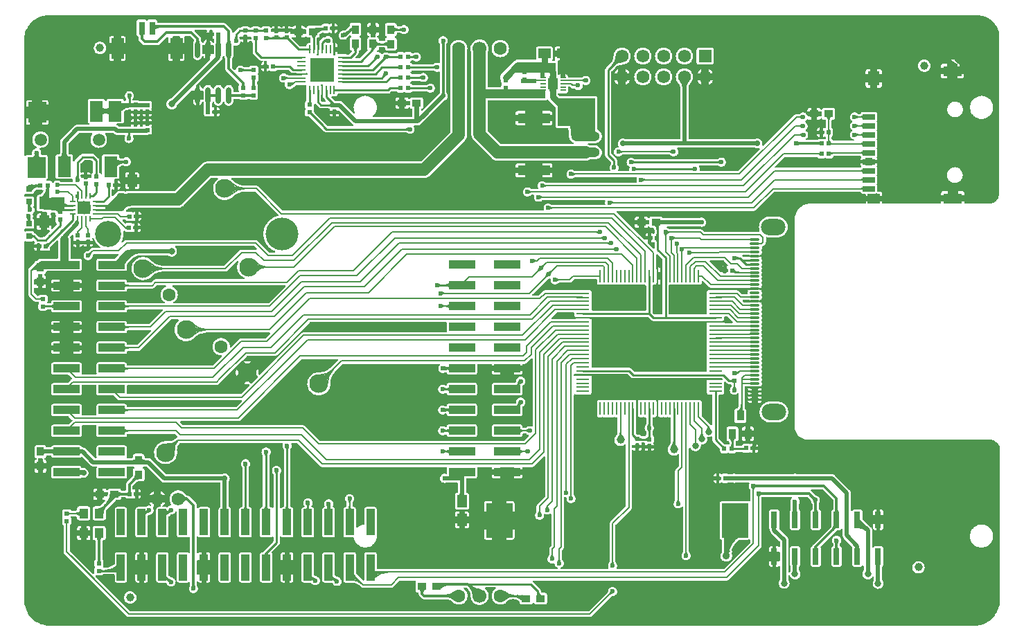
<source format=gtl>
G04 Layer: TopLayer*
G04 EasyEDA v6.5.46, 2024-12-31 19:44:04*
G04 ebd9bc5b089479dc4edd2d51ed51331a,1acd7fc2553046b79c71bda98b4923fc,10*
G04 Gerber Generator version 0.2*
G04 Scale: 100 percent, Rotated: No, Reflected: No *
G04 Dimensions in millimeters *
G04 leading zeros omitted , absolute positions ,4 integer and 5 decimal *
%FSLAX45Y45*%
%MOMM*%

%ADD10C,0.2540*%
%ADD11C,1.5000*%
%ADD12C,1.5000*%
%ADD13C,0.5000*%
%ADD14C,0.2000*%
%ADD15C,0.3000*%
%ADD16C,0.8000*%
%ADD17C,1.0000*%
%ADD18R,0.9000X1.1000*%
%ADD19R,0.0123X1.1000*%
%ADD20R,0.7000X2.0000*%
%ADD21R,0.6850X0.2000*%
%ADD22R,1.3000X1.4000*%
%ADD23R,3.0000X3.0000*%
%ADD24R,1.0000X0.2800*%
%ADD25R,0.2800X1.0000*%
%ADD26R,0.6000X0.5000*%
%ADD27R,1.5000X1.2000*%
%ADD28R,1.5000X0.7000*%
%ADD29R,1.4500X1.7500*%
%ADD30R,2.3000X1.3000*%
%ADD31R,1.6000X0.2700*%
%ADD32R,0.2700X1.6000*%
%ADD33R,1.0842X1.1842*%
%ADD34O,0.6096X2.032*%
%ADD35R,1.5240X1.2000*%
%ADD36R,0.5000X0.6000*%
%ADD37R,0.9144X1.2700*%
%ADD38O,3.4999676X1.1999976*%
%ADD39R,4.0000X1.2000*%
%ADD40R,1.5000X2.5000*%
%ADD41R,0.7000X1.6000*%
%ADD42R,1.1000X0.9000*%
%ADD43R,1.2000X1.5240*%
%ADD44R,2.2000X2.5000*%
%ADD45R,1.6000X2.5000*%
%ADD46R,3.2000X1.0000*%
%ADD47R,1.0000X3.2000*%
%ADD48O,1.2500102X0.2999994*%
%ADD49O,2.999994X1.9999959999999999*%
%ADD50R,3.2000X4.2000*%
%ADD51R,0.7000X0.2500*%
%ADD52R,0.2500X0.7000*%
%ADD53R,1.6000X1.6000*%
%ADD54R,0.7000X0.7000*%
%ADD55C,1.7000*%
%ADD56C,1.6000*%
%ADD57C,1.5748*%
%ADD58C,2.3000*%
%ADD59C,1.5750*%
%ADD60R,1.5748X1.5748*%
%ADD61C,5.3000*%
%ADD62C,0.6000*%
%ADD63C,0.6500*%
%ADD64C,0.7000*%
%ADD65C,0.9000*%
%ADD66C,4.0000*%
%ADD67C,3.2000*%

%LPD*%
G36*
X418236Y5483148D02*
G01*
X414324Y5483860D01*
X411022Y5486095D01*
X408838Y5489397D01*
X408076Y5493308D01*
X408076Y5504738D01*
X382219Y5504738D01*
X379018Y5505297D01*
X376123Y5506770D01*
X373888Y5509107D01*
X369163Y5515864D01*
X367995Y5517032D01*
X365760Y5520385D01*
X364998Y5524246D01*
X364998Y5532374D01*
X365760Y5536184D01*
X367995Y5539486D01*
X371297Y5541721D01*
X375158Y5542483D01*
X408076Y5542483D01*
X408076Y5574588D01*
X399999Y5574588D01*
X393649Y5573826D01*
X388213Y5571947D01*
X383286Y5568797D01*
X379069Y5565698D01*
X375158Y5564886D01*
X371297Y5565698D01*
X367995Y5567883D01*
X365760Y5571185D01*
X364998Y5575096D01*
X364998Y5673598D01*
X365760Y5677509D01*
X367995Y5680760D01*
X403555Y5716320D01*
X406857Y5718556D01*
X410718Y5719318D01*
X493623Y5719318D01*
X497535Y5718556D01*
X500837Y5716320D01*
X514807Y5702401D01*
X517042Y5699099D01*
X517804Y5695188D01*
X517804Y5573166D01*
X517245Y5569813D01*
X515569Y5566816D01*
X513029Y5564530D01*
X510285Y5562854D01*
X506222Y5558790D01*
X502564Y5552998D01*
X500024Y5550204D01*
X496620Y5548579D01*
X492861Y5548274D01*
X489204Y5549392D01*
X486257Y5551728D01*
X484378Y5555030D01*
X482701Y5559856D01*
X479602Y5564784D01*
X475538Y5568797D01*
X470611Y5571947D01*
X465175Y5573826D01*
X458825Y5574588D01*
X450748Y5574588D01*
X450748Y5542483D01*
X490321Y5542483D01*
X494233Y5541721D01*
X497535Y5539486D01*
X499719Y5536184D01*
X500481Y5532374D01*
X500481Y5514949D01*
X499719Y5511088D01*
X497535Y5507736D01*
X494233Y5505602D01*
X490321Y5504738D01*
X450748Y5504738D01*
X450748Y5493308D01*
X449986Y5489397D01*
X447801Y5486095D01*
X444500Y5483860D01*
X440588Y5483148D01*
G37*

%LPD*%
G36*
X332587Y5234838D02*
G01*
X328574Y5236210D01*
X325475Y5239156D01*
X321614Y5244846D01*
X320243Y5247538D01*
X319786Y5250586D01*
X319786Y5256123D01*
X313486Y5256123D01*
X309575Y5256885D01*
X306273Y5259019D01*
X304088Y5262372D01*
X303326Y5266283D01*
X303326Y5281422D01*
X302463Y5289346D01*
X301650Y5294223D01*
X302564Y5297982D01*
X304800Y5301030D01*
X308051Y5303012D01*
X311759Y5303774D01*
X319786Y5303774D01*
X319786Y5329224D01*
X320598Y5333085D01*
X322783Y5336336D01*
X326085Y5338622D01*
X329946Y5339334D01*
X333857Y5338622D01*
X337159Y5336336D01*
X342036Y5331460D01*
X344424Y5327700D01*
X344932Y5323179D01*
X343966Y5314340D01*
X343966Y5244896D01*
X343103Y5240782D01*
X340563Y5237276D01*
X336854Y5235194D01*
G37*

%LPD*%
G36*
X407416Y5058308D02*
G01*
X404063Y5058918D01*
X400659Y5060137D01*
X394309Y5060797D01*
X371195Y5060797D01*
X367334Y5061610D01*
X364032Y5063794D01*
X361797Y5067096D01*
X361035Y5070957D01*
X361035Y5093563D01*
X338480Y5093563D01*
X334568Y5094376D01*
X331317Y5096510D01*
X329082Y5099812D01*
X328320Y5103723D01*
X328320Y5126837D01*
X327609Y5133136D01*
X326440Y5136540D01*
X325831Y5139893D01*
X326440Y5143296D01*
X327609Y5146700D01*
X328320Y5152999D01*
X328320Y5176062D01*
X329082Y5179974D01*
X331317Y5183327D01*
X334568Y5185460D01*
X338480Y5186273D01*
X361035Y5186273D01*
X361035Y5208828D01*
X361797Y5212740D01*
X364032Y5216042D01*
X367334Y5218226D01*
X371195Y5218988D01*
X394309Y5218988D01*
X400659Y5219750D01*
X404063Y5220919D01*
X407416Y5221478D01*
X410768Y5220919D01*
X414172Y5219750D01*
X420471Y5218988D01*
X443585Y5218988D01*
X447446Y5218226D01*
X450748Y5216042D01*
X452983Y5212740D01*
X453745Y5208828D01*
X453745Y5186273D01*
X476351Y5186273D01*
X480212Y5185460D01*
X483514Y5183327D01*
X485698Y5179974D01*
X486511Y5176062D01*
X486511Y5152999D01*
X487222Y5146700D01*
X488391Y5143296D01*
X488950Y5139893D01*
X488391Y5136540D01*
X487222Y5133136D01*
X486511Y5126837D01*
X486511Y5103723D01*
X485698Y5099812D01*
X483514Y5096510D01*
X480212Y5094376D01*
X476351Y5093563D01*
X453745Y5093563D01*
X453745Y5070957D01*
X452983Y5067096D01*
X450748Y5063794D01*
X447446Y5061610D01*
X443585Y5060797D01*
X420471Y5060797D01*
X414172Y5060137D01*
X410768Y5058918D01*
G37*

%LPD*%
G36*
X-138277Y4780838D02*
G01*
X-142138Y4781651D01*
X-145440Y4783785D01*
X-177800Y4816144D01*
X-184048Y4821326D01*
X-190703Y4824831D01*
X-195580Y4826304D01*
X-198424Y4827727D01*
X-200710Y4829962D01*
X-202234Y4832654D01*
X-203200Y4835448D01*
X-206248Y4840376D01*
X-210362Y4844389D01*
X-215239Y4847488D01*
X-220725Y4849368D01*
X-227025Y4850130D01*
X-295910Y4850130D01*
X-302209Y4849368D01*
X-307289Y4847640D01*
X-311099Y4847082D01*
X-314858Y4847945D01*
X-318008Y4850180D01*
X-320090Y4853482D01*
X-320802Y4857191D01*
X-320802Y4874920D01*
X-320090Y4878628D01*
X-318008Y4881930D01*
X-314858Y4884115D01*
X-311099Y4885029D01*
X-307289Y4884470D01*
X-302209Y4882743D01*
X-295910Y4881981D01*
X-227025Y4881981D01*
X-220725Y4882743D01*
X-215239Y4884572D01*
X-210362Y4887722D01*
X-206248Y4891735D01*
X-203200Y4896662D01*
X-201269Y4902098D01*
X-200558Y4908448D01*
X-200558Y4977282D01*
X-201269Y4983632D01*
X-203200Y4989068D01*
X-206248Y4993995D01*
X-210362Y4998110D01*
X-215493Y5001310D01*
X-218186Y5003850D01*
X-219862Y5007051D01*
X-220217Y5010708D01*
X-219303Y5014264D01*
X-217982Y5017160D01*
X-215442Y5026507D01*
X-214579Y5036261D01*
X-215442Y5045964D01*
X-217982Y5055362D01*
X-218694Y5056936D01*
X-219659Y5061000D01*
X-218948Y5065115D01*
X-216611Y5068519D01*
X-208635Y5076342D01*
X-203098Y5084267D01*
X-198983Y5093106D01*
X-196443Y5102555D01*
X-195580Y5112207D01*
X-196443Y5121910D01*
X-198983Y5131358D01*
X-203098Y5140198D01*
X-209092Y5148732D01*
X-210566Y5151983D01*
X-210870Y5155488D01*
X-209956Y5158892D01*
X-207975Y5161788D01*
X-206248Y5163413D01*
X-203200Y5168341D01*
X-201269Y5173776D01*
X-200558Y5180126D01*
X-200558Y5248960D01*
X-201269Y5255310D01*
X-203200Y5260797D01*
X-206248Y5265724D01*
X-210362Y5269788D01*
X-215239Y5272836D01*
X-220725Y5274716D01*
X-227025Y5275478D01*
X-295910Y5275478D01*
X-302209Y5274716D01*
X-307289Y5272938D01*
X-311099Y5272379D01*
X-314858Y5273294D01*
X-318008Y5275580D01*
X-320090Y5278780D01*
X-320802Y5282539D01*
X-320802Y5300218D01*
X-320090Y5303977D01*
X-318008Y5307279D01*
X-314858Y5309463D01*
X-311099Y5310378D01*
X-307289Y5309819D01*
X-302209Y5308041D01*
X-295910Y5307380D01*
X-227025Y5307380D01*
X-220725Y5308041D01*
X-215239Y5309920D01*
X-210362Y5313070D01*
X-206248Y5317134D01*
X-203200Y5322062D01*
X-201269Y5327446D01*
X-200507Y5334762D01*
X-199440Y5338318D01*
X-197205Y5341264D01*
X-193649Y5344515D01*
X-189128Y5350510D01*
X-187452Y5352338D01*
X-185369Y5353659D01*
X-169570Y5361076D01*
X-165760Y5361076D01*
X-162204Y5359654D01*
X-160528Y5358638D01*
X-155092Y5356707D01*
X-148742Y5355945D01*
X-99618Y5355945D01*
X-95402Y5355082D01*
X-91948Y5352491D01*
X-89865Y5348732D01*
X-89560Y5344464D01*
X-91033Y5340400D01*
X-93675Y5336235D01*
X-96113Y5331714D01*
X-98907Y5329224D01*
X-104038Y5323484D01*
X-110540Y5313172D01*
X-113182Y5308295D01*
X-116027Y5305755D01*
X-120497Y5300726D01*
X-123901Y5298186D01*
X-128066Y5297322D01*
X-140868Y5297322D01*
X-147218Y5296662D01*
X-152654Y5294680D01*
X-157581Y5291683D01*
X-161645Y5287518D01*
X-164744Y5282641D01*
X-166674Y5277154D01*
X-167386Y5270855D01*
X-167386Y5119624D01*
X-166674Y5113324D01*
X-164744Y5107787D01*
X-161645Y5102910D01*
X-157581Y5098846D01*
X-152654Y5095798D01*
X-147218Y5093868D01*
X-140868Y5093106D01*
X-102108Y5093106D01*
X-99364Y5092801D01*
X-91338Y5089702D01*
X-85039Y5089042D01*
X-55270Y5089042D01*
X-51358Y5088229D01*
X-48107Y5086045D01*
X-45872Y5082743D01*
X-45110Y5078831D01*
X-45110Y5011064D01*
X4470Y5011064D01*
X4470Y5042255D01*
X3759Y5048554D01*
X1828Y5054041D01*
X-1879Y5059883D01*
X-3200Y5063286D01*
X-3302Y5067046D01*
X-2032Y5070500D01*
X1016Y5073802D01*
X4013Y5075428D01*
X7416Y5075986D01*
X50444Y5075986D01*
X54356Y5075275D01*
X57658Y5072989D01*
X59842Y5069738D01*
X60604Y5065826D01*
X60604Y5061559D01*
X61315Y5055209D01*
X63246Y5049774D01*
X65836Y5045608D01*
X67208Y5042154D01*
X67208Y5038293D01*
X65836Y5034838D01*
X63246Y5030724D01*
X61315Y5025237D01*
X60604Y5018887D01*
X60604Y4970068D01*
X61315Y4963718D01*
X63246Y4958283D01*
X66344Y4953355D01*
X70408Y4949342D01*
X74320Y4946040D01*
X75996Y4942840D01*
X76403Y4939182D01*
X75488Y4935677D01*
X73456Y4932730D01*
X21539Y4880813D01*
X18034Y4878527D01*
X13970Y4877866D01*
X9906Y4878882D01*
X6654Y4881372D01*
X4622Y4884978D01*
X4216Y4889144D01*
X4470Y4891024D01*
X4470Y4922164D01*
X-45110Y4922164D01*
X-45110Y4864506D01*
X-22047Y4864506D01*
X-20167Y4864760D01*
X-16002Y4864354D01*
X-12395Y4862372D01*
X-9855Y4859020D01*
X-8839Y4855057D01*
X-9550Y4850892D01*
X-11836Y4847437D01*
X-75488Y4783785D01*
X-78790Y4781651D01*
X-82651Y4780838D01*
G37*

%LPC*%
G36*
X-140868Y4864506D02*
G01*
X-117805Y4864506D01*
X-117805Y4922164D01*
X-167386Y4922164D01*
X-167386Y4891024D01*
X-166674Y4884724D01*
X-164744Y4879187D01*
X-161645Y4874310D01*
X-157581Y4870246D01*
X-152654Y4867198D01*
X-147218Y4865268D01*
G37*
G36*
X-167386Y5011064D02*
G01*
X-117805Y5011064D01*
X-117805Y5068722D01*
X-140868Y5068722D01*
X-147218Y5068062D01*
X-152654Y5066080D01*
X-157581Y5063083D01*
X-161645Y5058918D01*
X-164744Y5054041D01*
X-166674Y5048554D01*
X-167386Y5042255D01*
G37*

%LPD*%
G36*
X2675178Y4590745D02*
G01*
X2671318Y4591456D01*
X2668016Y4593691D01*
X2527808Y4733899D01*
X2521559Y4738878D01*
X2514904Y4742281D01*
X2507538Y4744262D01*
X2501646Y4744720D01*
X926846Y4744720D01*
X918870Y4743907D01*
X911758Y4741621D01*
X905154Y4737811D01*
X900633Y4733950D01*
X883412Y4716729D01*
X880059Y4714443D01*
X876046Y4713782D01*
X872083Y4714595D01*
X868781Y4716983D01*
X866698Y4720437D01*
X866089Y4724501D01*
X867105Y4728413D01*
X875588Y4745685D01*
X882142Y4763312D01*
X886866Y4781600D01*
X889711Y4800193D01*
X890676Y4818938D01*
X889711Y4837836D01*
X888542Y4845507D01*
X888695Y4849418D01*
X890371Y4853076D01*
X893267Y4855667D01*
X896924Y4857038D01*
X900887Y4856988D01*
X904494Y4855362D01*
X907186Y4852466D01*
X909472Y4848758D01*
X913587Y4844745D01*
X918464Y4841595D01*
X923950Y4839665D01*
X930249Y4838954D01*
X979119Y4838954D01*
X985418Y4839665D01*
X990904Y4841595D01*
X995019Y4844237D01*
X998524Y4845608D01*
X1002284Y4845608D01*
X1005789Y4844237D01*
X1009903Y4841595D01*
X1015390Y4839665D01*
X1021689Y4838954D01*
X1027277Y4838954D01*
X1027277Y4873599D01*
X1015746Y4873599D01*
X1011885Y4874310D01*
X1008583Y4876546D01*
X1006348Y4879848D01*
X1005586Y4883759D01*
X1005586Y4906060D01*
X1006348Y4909972D01*
X1008583Y4913274D01*
X1011885Y4915509D01*
X1015746Y4916220D01*
X1027277Y4916220D01*
X1027277Y4950815D01*
X1021689Y4950815D01*
X1015390Y4950155D01*
X1009903Y4948224D01*
X1005789Y4945583D01*
X1002284Y4944262D01*
X998524Y4944262D01*
X995019Y4945583D01*
X990904Y4948224D01*
X985418Y4950155D01*
X979119Y4950815D01*
X930249Y4950815D01*
X923950Y4950155D01*
X917397Y4947869D01*
X913688Y4947259D01*
X909980Y4948072D01*
X906881Y4950256D01*
X877417Y4979619D01*
X875233Y4982972D01*
X874471Y4986883D01*
X875233Y4990744D01*
X877417Y4993995D01*
X880719Y4996230D01*
X884631Y4997043D01*
X905459Y4997043D01*
X908812Y4996434D01*
X911809Y4994757D01*
X914044Y4992268D01*
X917498Y4986832D01*
X921562Y4982667D01*
X926490Y4979619D01*
X931926Y4977688D01*
X938276Y4977028D01*
X987094Y4977028D01*
X993444Y4977688D01*
X998880Y4979619D01*
X1002995Y4982159D01*
X1006500Y4983530D01*
X1010310Y4983530D01*
X1013815Y4982159D01*
X1017930Y4979619D01*
X1023366Y4977688D01*
X1029716Y4977028D01*
X1035253Y4977028D01*
X1035253Y5011521D01*
X1023772Y5011521D01*
X1019860Y5012334D01*
X1016558Y5014518D01*
X1014374Y5017820D01*
X1013612Y5021681D01*
X1013612Y5044135D01*
X1014374Y5047996D01*
X1016558Y5051298D01*
X1019860Y5053482D01*
X1023772Y5054295D01*
X1035253Y5054295D01*
X1035253Y5088788D01*
X1029716Y5088788D01*
X1023366Y5088077D01*
X1017930Y5086146D01*
X1013815Y5083657D01*
X1010310Y5082235D01*
X1006500Y5082235D01*
X1002995Y5083657D01*
X998880Y5086146D01*
X993444Y5088077D01*
X987094Y5088788D01*
X938276Y5088788D01*
X932078Y5088077D01*
X928471Y5088382D01*
X925169Y5089906D01*
X922578Y5092446D01*
X921105Y5095748D01*
X920851Y5099304D01*
X921308Y5103520D01*
X921308Y5109006D01*
X921918Y5112512D01*
X923747Y5115560D01*
X926490Y5117846D01*
X939850Y5125212D01*
X953262Y5130698D01*
X967232Y5134660D01*
X981506Y5136997D01*
X995375Y5137810D01*
X1054811Y5137810D01*
X1064260Y5138978D01*
X1553768Y5138978D01*
X1567281Y5139842D01*
X1580184Y5142433D01*
X1592681Y5146700D01*
X1604518Y5152542D01*
X1615490Y5159857D01*
X1625701Y5168747D01*
X1956968Y5500065D01*
X1960270Y5502300D01*
X1964131Y5503062D01*
X2033879Y5503062D01*
X2038045Y5502198D01*
X2041448Y5499658D01*
X2043531Y5495950D01*
X2043938Y5491734D01*
X2042617Y5487670D01*
X2039721Y5484622D01*
X2038451Y5483707D01*
X2026462Y5472988D01*
X2015743Y5460949D01*
X2006498Y5447792D01*
X1998776Y5433771D01*
X1992731Y5418785D01*
X1988413Y5403291D01*
X1985873Y5387441D01*
X1985213Y5371388D01*
X1986330Y5355285D01*
X1989328Y5339537D01*
X1994052Y5324094D01*
X2000554Y5309362D01*
X2008632Y5295544D01*
X2018284Y5282590D01*
X2029358Y5270906D01*
X2041652Y5260543D01*
X2055063Y5251704D01*
X2069388Y5244388D01*
X2084476Y5238800D01*
X2100072Y5234940D01*
X2116023Y5232806D01*
X2132126Y5232654D01*
X2148128Y5234178D01*
X2163826Y5237632D01*
X2179066Y5242864D01*
X2193594Y5249722D01*
X2207260Y5258206D01*
X2219858Y5268264D01*
X2224735Y5273090D01*
X2226259Y5274259D01*
X2241905Y5288381D01*
X2259076Y5301030D01*
X2277414Y5311952D01*
X2296769Y5321096D01*
X2316886Y5328259D01*
X2337612Y5333339D01*
X2358745Y5336438D01*
X2379573Y5337505D01*
X2493924Y5337505D01*
X2497785Y5336692D01*
X2501087Y5334457D01*
X2779725Y5055819D01*
X2782062Y5052263D01*
X2782722Y5047996D01*
X2781503Y5043830D01*
X2778760Y5040630D01*
X2774899Y5038750D01*
X2764282Y5036312D01*
X2744520Y5029606D01*
X2725420Y5021173D01*
X2707182Y5011013D01*
X2689961Y4999228D01*
X2673908Y4985969D01*
X2659176Y4971186D01*
X2645816Y4955133D01*
X2634030Y4937912D01*
X2623870Y4919675D01*
X2615438Y4900574D01*
X2608834Y4880813D01*
X2604058Y4860493D01*
X2601163Y4839868D01*
X2600198Y4818938D01*
X2601163Y4798110D01*
X2604058Y4777435D01*
X2608834Y4757216D01*
X2615438Y4737354D01*
X2623870Y4718304D01*
X2634030Y4700117D01*
X2645816Y4682845D01*
X2659176Y4666843D01*
X2673908Y4652010D01*
X2689961Y4638700D01*
X2707182Y4626965D01*
X2725420Y4616754D01*
X2740406Y4610201D01*
X2743657Y4607915D01*
X2745740Y4604562D01*
X2746451Y4600702D01*
X2745638Y4596841D01*
X2743454Y4593640D01*
X2740152Y4591456D01*
X2736291Y4590745D01*
G37*

%LPC*%
G36*
X1064971Y4838954D02*
G01*
X1070559Y4838954D01*
X1076858Y4839665D01*
X1082344Y4841595D01*
X1087221Y4844745D01*
X1091336Y4848758D01*
X1094384Y4853686D01*
X1096314Y4859121D01*
X1097026Y4865471D01*
X1097026Y4873599D01*
X1064971Y4873599D01*
G37*
G36*
X1064971Y4916220D02*
G01*
X1097026Y4916220D01*
X1097026Y4924348D01*
X1096314Y4930698D01*
X1094384Y4936134D01*
X1091336Y4941062D01*
X1087221Y4945075D01*
X1082344Y4948224D01*
X1076858Y4950155D01*
X1070559Y4950815D01*
X1064971Y4950815D01*
G37*
G36*
X1072997Y4977028D02*
G01*
X1078534Y4977028D01*
X1084884Y4977688D01*
X1090320Y4979619D01*
X1095248Y4982667D01*
X1099312Y4986832D01*
X1102410Y4991709D01*
X1104341Y4997196D01*
X1105052Y5003495D01*
X1105052Y5011521D01*
X1072997Y5011521D01*
G37*
G36*
X1072997Y5054295D02*
G01*
X1105052Y5054295D01*
X1105052Y5062321D01*
X1104341Y5068620D01*
X1102410Y5074107D01*
X1099312Y5078984D01*
X1095248Y5083149D01*
X1090320Y5086146D01*
X1084884Y5088077D01*
X1078534Y5088788D01*
X1072997Y5088788D01*
G37*

%LPD*%
G36*
X8467445Y4536694D02*
G01*
X8463584Y4537506D01*
X8460282Y4539640D01*
X8454694Y4545279D01*
X8452510Y4548530D01*
X8451697Y4552442D01*
X8452510Y4556302D01*
X8454694Y4559604D01*
X8457996Y4561840D01*
X8461857Y4562602D01*
X8505596Y4562602D01*
X8508593Y4562144D01*
X8535466Y4562144D01*
X8537956Y4561890D01*
X8540597Y4560722D01*
X8549233Y4558131D01*
X8552992Y4556099D01*
X8555532Y4552645D01*
X8556447Y4548174D01*
X8555532Y4543958D01*
X8552992Y4540504D01*
X8549233Y4538472D01*
X8544915Y4537100D01*
X8541969Y4536694D01*
G37*

%LPD*%
G36*
X8231073Y4333138D02*
G01*
X8227212Y4333900D01*
X8223910Y4336135D01*
X8221725Y4339386D01*
X8220913Y4343298D01*
X8220913Y4349546D01*
X8187842Y4349546D01*
X8183930Y4350308D01*
X8180679Y4352442D01*
X8056524Y4476546D01*
X8054340Y4479899D01*
X8053578Y4483811D01*
X8054340Y4487672D01*
X8056524Y4490974D01*
X8059826Y4493158D01*
X8063738Y4493971D01*
X8220405Y4493971D01*
X8224316Y4493158D01*
X8227618Y4490974D01*
X8274761Y4443780D01*
X8277047Y4440326D01*
X8277758Y4436262D01*
X8276742Y4432198D01*
X8274202Y4428947D01*
X8270595Y4426864D01*
X8266480Y4426559D01*
X8264194Y4426762D01*
X8258657Y4426762D01*
X8258657Y4392168D01*
X8270138Y4392168D01*
X8274050Y4391456D01*
X8277352Y4389221D01*
X8279536Y4385970D01*
X8280298Y4382058D01*
X8280298Y4359706D01*
X8279536Y4355795D01*
X8277352Y4352442D01*
X8274050Y4350308D01*
X8270138Y4349546D01*
X8258657Y4349546D01*
X8258657Y4343298D01*
X8257844Y4339386D01*
X8255660Y4336135D01*
X8252358Y4333900D01*
X8248497Y4333138D01*
G37*

%LPC*%
G36*
X8188858Y4392168D02*
G01*
X8220913Y4392168D01*
X8220913Y4426762D01*
X8215375Y4426762D01*
X8209025Y4426102D01*
X8203590Y4424172D01*
X8198662Y4421022D01*
X8194598Y4416958D01*
X8191500Y4412030D01*
X8189569Y4406646D01*
X8188858Y4400296D01*
G37*

%LPD*%
G36*
X8472932Y3981653D02*
G01*
X8469071Y3982415D01*
X8465769Y3984650D01*
X8457438Y3992930D01*
X8455253Y3996232D01*
X8454491Y4000144D01*
X8455253Y4004005D01*
X8457438Y4007256D01*
X8460740Y4009491D01*
X8464651Y4010253D01*
X8505596Y4010253D01*
X8508593Y4009847D01*
X8535466Y4009847D01*
X8537956Y4009542D01*
X8540597Y4008424D01*
X8549233Y4005783D01*
X8552992Y4003700D01*
X8555532Y4000296D01*
X8556447Y3995826D01*
X8555532Y3991610D01*
X8552992Y3988155D01*
X8549233Y3986123D01*
X8540242Y3983278D01*
X8537956Y3982364D01*
X8535466Y3982110D01*
X8508593Y3982110D01*
X8505596Y3981653D01*
G37*

%LPD*%
G36*
X1509522Y3968699D02*
G01*
X1505356Y3969613D01*
X1501902Y3972153D01*
X1499819Y3975912D01*
X1499463Y3980230D01*
X1500886Y3984193D01*
X1503883Y3987292D01*
X1511706Y3992524D01*
X1522120Y4001719D01*
X1531264Y4012082D01*
X1538935Y4023614D01*
X1545082Y4036009D01*
X1549501Y4049115D01*
X1552244Y4062729D01*
X1553108Y4076496D01*
X1552244Y4090365D01*
X1549501Y4103928D01*
X1545082Y4117035D01*
X1538935Y4129532D01*
X1531264Y4140962D01*
X1522120Y4151376D01*
X1511706Y4160520D01*
X1500174Y4168292D01*
X1491234Y4172712D01*
X1487728Y4175506D01*
X1485798Y4179570D01*
X1485849Y4184040D01*
X1487779Y4188155D01*
X1491335Y4190898D01*
X1495704Y4191914D01*
X2857957Y4191914D01*
X2861818Y4191203D01*
X2865120Y4188917D01*
X2867355Y4185615D01*
X2868117Y4181805D01*
X2867355Y4177893D01*
X2865120Y4174642D01*
X2662224Y3971645D01*
X2658922Y3969512D01*
X2655062Y3968699D01*
G37*

%LPD*%
G36*
X6619849Y3881475D02*
G01*
X6615938Y3882186D01*
X6612636Y3884422D01*
X6610451Y3887724D01*
X6609689Y3891635D01*
X6609689Y3905707D01*
X6608978Y3912057D01*
X6608114Y3914444D01*
X6607556Y3917797D01*
X6608114Y3921150D01*
X6608978Y3923588D01*
X6609689Y3929938D01*
X6609689Y3955745D01*
X6608978Y3962095D01*
X6608114Y3964482D01*
X6607556Y3967835D01*
X6608114Y3971137D01*
X6608978Y3973576D01*
X6609689Y3979875D01*
X6609689Y4005732D01*
X6608978Y4012031D01*
X6608114Y4014419D01*
X6607556Y4017822D01*
X6608114Y4021226D01*
X6608978Y4023614D01*
X6609689Y4029913D01*
X6609689Y4055770D01*
X6608978Y4062018D01*
X6608114Y4064457D01*
X6607556Y4067810D01*
X6608114Y4071162D01*
X6608978Y4073550D01*
X6609689Y4079900D01*
X6609689Y4105757D01*
X6608978Y4112107D01*
X6607048Y4117492D01*
X6604000Y4122420D01*
X6599885Y4126484D01*
X6595008Y4129633D01*
X6589522Y4131564D01*
X6583222Y4132224D01*
X6424320Y4132224D01*
X6418021Y4131564D01*
X6411671Y4129278D01*
X6408318Y4128719D01*
X6041034Y4128719D01*
X6033058Y4127855D01*
X6025896Y4125620D01*
X6019292Y4121810D01*
X6014821Y4117949D01*
X5963615Y4066692D01*
X5960313Y4064558D01*
X5956452Y4063796D01*
X5895644Y4063796D01*
X5891733Y4064558D01*
X5888431Y4066692D01*
X5886246Y4070045D01*
X5885484Y4073956D01*
X5886246Y4077817D01*
X5888431Y4081068D01*
X6074308Y4266996D01*
X6077102Y4268927D01*
X6079794Y4270248D01*
X6083249Y4271213D01*
X6093307Y4272026D01*
X6096254Y4272838D01*
X6100114Y4273143D01*
X6103772Y4271873D01*
X6106769Y4269435D01*
X6108598Y4265980D01*
X6109004Y4262120D01*
X6108547Y4256887D01*
X6109360Y4247235D01*
X6111900Y4237786D01*
X6116015Y4228947D01*
X6121603Y4221022D01*
X6128512Y4214164D01*
X6136487Y4208526D01*
X6145276Y4204462D01*
X6154724Y4201922D01*
X6164427Y4201007D01*
X6174079Y4201922D01*
X6183528Y4204462D01*
X6192316Y4208526D01*
X6200292Y4214164D01*
X6203746Y4217162D01*
X6207252Y4219448D01*
X6209842Y4220565D01*
X6212687Y4221022D01*
X6340957Y4221022D01*
X6348933Y4221886D01*
X6356096Y4224121D01*
X6362700Y4227931D01*
X6367170Y4231792D01*
X6398310Y4262983D01*
X6401612Y4265117D01*
X6405473Y4265930D01*
X6665214Y4265930D01*
X6669074Y4265117D01*
X6672376Y4262983D01*
X6674612Y4259630D01*
X6675374Y4255719D01*
X6675374Y4222394D01*
X6676085Y4216095D01*
X6677964Y4210608D01*
X6681063Y4205732D01*
X6685178Y4201566D01*
X6690055Y4198569D01*
X6695541Y4196638D01*
X6701840Y4195876D01*
X6727698Y4195876D01*
X6733997Y4196638D01*
X6736435Y4197502D01*
X6739788Y4198061D01*
X6743141Y4197502D01*
X6745528Y4196638D01*
X6751878Y4195876D01*
X6777685Y4195876D01*
X6784035Y4196638D01*
X6786422Y4197502D01*
X6789775Y4198061D01*
X6793128Y4197502D01*
X6795516Y4196638D01*
X6801866Y4195876D01*
X6827672Y4195876D01*
X6834022Y4196638D01*
X6836409Y4197502D01*
X6839762Y4198061D01*
X6843115Y4197502D01*
X6845553Y4196638D01*
X6851853Y4195876D01*
X6877710Y4195876D01*
X6884009Y4196638D01*
X6886397Y4197502D01*
X6889800Y4198061D01*
X6893153Y4197502D01*
X6895541Y4196638D01*
X6901840Y4195876D01*
X6927697Y4195876D01*
X6933996Y4196638D01*
X6936435Y4197502D01*
X6939788Y4198061D01*
X6943140Y4197502D01*
X6945528Y4196638D01*
X6951878Y4195876D01*
X6977684Y4195876D01*
X6984034Y4196638D01*
X6986422Y4197502D01*
X6989775Y4198061D01*
X6993128Y4197502D01*
X6995515Y4196638D01*
X7001865Y4195876D01*
X7027672Y4195876D01*
X7034022Y4196638D01*
X7036409Y4197502D01*
X7039762Y4198061D01*
X7043115Y4197502D01*
X7045553Y4196638D01*
X7051852Y4195876D01*
X7077709Y4195876D01*
X7084009Y4196638D01*
X7086396Y4197502D01*
X7089800Y4198061D01*
X7093153Y4197502D01*
X7095540Y4196638D01*
X7101840Y4195876D01*
X7127697Y4195876D01*
X7133996Y4196638D01*
X7136434Y4197502D01*
X7139787Y4198061D01*
X7143140Y4197502D01*
X7145528Y4196638D01*
X7151878Y4195876D01*
X7177684Y4195876D01*
X7184034Y4196638D01*
X7186422Y4197502D01*
X7189774Y4198061D01*
X7193127Y4197502D01*
X7195515Y4196638D01*
X7201865Y4195876D01*
X7227671Y4195876D01*
X7234021Y4196638D01*
X7236409Y4197502D01*
X7239762Y4198061D01*
X7243114Y4197502D01*
X7245553Y4196638D01*
X7251852Y4195876D01*
X7266025Y4195876D01*
X7269886Y4195165D01*
X7273188Y4192930D01*
X7275372Y4189679D01*
X7276185Y4185767D01*
X7276185Y3891635D01*
X7275372Y3887724D01*
X7273188Y3884422D01*
X7269886Y3882186D01*
X7266025Y3881475D01*
G37*

%LPD*%
G36*
X7563561Y3831386D02*
G01*
X7559649Y3832250D01*
X7556347Y3834384D01*
X7554163Y3837686D01*
X7553401Y3841546D01*
X7553401Y4185767D01*
X7554163Y4189679D01*
X7556347Y4192930D01*
X7559649Y4195165D01*
X7563561Y4195876D01*
X7577683Y4195876D01*
X7584033Y4196638D01*
X7586421Y4197502D01*
X7589774Y4198061D01*
X7593126Y4197502D01*
X7595514Y4196638D01*
X7601864Y4195876D01*
X7627670Y4195876D01*
X7634020Y4196638D01*
X7636408Y4197502D01*
X7639761Y4198061D01*
X7643114Y4197502D01*
X7645552Y4196638D01*
X7651851Y4195876D01*
X7677708Y4195876D01*
X7684008Y4196638D01*
X7686395Y4197502D01*
X7689799Y4198061D01*
X7693152Y4197502D01*
X7695539Y4196638D01*
X7701838Y4195876D01*
X7727696Y4195876D01*
X7733995Y4196638D01*
X7736433Y4197502D01*
X7739786Y4198061D01*
X7743139Y4197502D01*
X7745526Y4196638D01*
X7751876Y4195876D01*
X7777683Y4195876D01*
X7784033Y4196638D01*
X7786420Y4197502D01*
X7789773Y4198061D01*
X7793126Y4197502D01*
X7795514Y4196638D01*
X7801864Y4195876D01*
X7827670Y4195876D01*
X7834020Y4196638D01*
X7836408Y4197502D01*
X7839760Y4198061D01*
X7843113Y4197502D01*
X7845552Y4196638D01*
X7851851Y4195876D01*
X7877708Y4195876D01*
X7884007Y4196638D01*
X7886395Y4197502D01*
X7889798Y4198061D01*
X7893151Y4197502D01*
X7895539Y4196638D01*
X7901838Y4195876D01*
X7927695Y4195876D01*
X7933994Y4196638D01*
X7939481Y4198569D01*
X7944358Y4201566D01*
X7948472Y4205732D01*
X7951571Y4210608D01*
X7953451Y4216095D01*
X7954162Y4222394D01*
X7954162Y4233824D01*
X7954924Y4237736D01*
X7957159Y4241088D01*
X7960461Y4243222D01*
X7964322Y4244035D01*
X7968234Y4243222D01*
X7971536Y4241088D01*
X8040776Y4171746D01*
X8047024Y4166768D01*
X8053679Y4163364D01*
X8061045Y4161383D01*
X8066938Y4160926D01*
X8505596Y4160926D01*
X8508593Y4160469D01*
X8535466Y4160469D01*
X8537956Y4160113D01*
X8540597Y4159046D01*
X8549233Y4156456D01*
X8552992Y4154322D01*
X8555532Y4150918D01*
X8556447Y4146448D01*
X8555532Y4142282D01*
X8552992Y4138879D01*
X8549233Y4136745D01*
X8537956Y4133087D01*
X8535466Y4132732D01*
X8517940Y4132732D01*
X8518499Y4131005D01*
X8520988Y4126280D01*
X8522055Y4123182D01*
X8522055Y4119879D01*
X8520988Y4116679D01*
X8518499Y4112056D01*
X8516162Y4104335D01*
X8515400Y4096410D01*
X8515705Y4093210D01*
X8515248Y4089095D01*
X8513114Y4085386D01*
X8509711Y4082948D01*
X8505596Y4082034D01*
X8452510Y4082034D01*
X8448598Y4082846D01*
X8445347Y4085082D01*
X8412530Y4117848D01*
X8406282Y4122877D01*
X8399627Y4126280D01*
X8392261Y4128262D01*
X8386368Y4128719D01*
X8220202Y4128719D01*
X8216849Y4129278D01*
X8210550Y4131564D01*
X8204200Y4132224D01*
X8045348Y4132224D01*
X8038998Y4131564D01*
X8033562Y4129633D01*
X8028686Y4126484D01*
X8024571Y4122420D01*
X8021472Y4117492D01*
X8019592Y4112107D01*
X8018881Y4105757D01*
X8018881Y4079900D01*
X8019592Y4073550D01*
X8020405Y4071162D01*
X8020964Y4067810D01*
X8020405Y4064457D01*
X8019592Y4062018D01*
X8018881Y4055770D01*
X8018881Y4029913D01*
X8019592Y4023614D01*
X8020405Y4021226D01*
X8020964Y4017822D01*
X8020405Y4014419D01*
X8019592Y4012031D01*
X8018881Y4005732D01*
X8018881Y3979875D01*
X8019592Y3973576D01*
X8020405Y3971137D01*
X8020964Y3967835D01*
X8020405Y3964482D01*
X8019592Y3962095D01*
X8018881Y3955745D01*
X8018881Y3929938D01*
X8019592Y3923588D01*
X8020405Y3921150D01*
X8020964Y3917797D01*
X8020405Y3914444D01*
X8019592Y3912057D01*
X8018881Y3905707D01*
X8018881Y3879951D01*
X8019592Y3873601D01*
X8020405Y3871214D01*
X8020964Y3867861D01*
X8020405Y3864457D01*
X8019592Y3862019D01*
X8018881Y3855720D01*
X8018881Y3841546D01*
X8018068Y3837686D01*
X8015884Y3834384D01*
X8012582Y3832250D01*
X8008721Y3831386D01*
G37*

%LPD*%
G36*
X7384237Y3831386D02*
G01*
X7380376Y3832250D01*
X7377074Y3834384D01*
X7356348Y3855161D01*
X7354163Y3858463D01*
X7353401Y3862324D01*
X7353401Y4185767D01*
X7354163Y4189679D01*
X7356348Y4192930D01*
X7359650Y4195165D01*
X7363561Y4195876D01*
X7377684Y4195876D01*
X7384034Y4196638D01*
X7386421Y4197502D01*
X7389774Y4198061D01*
X7393127Y4197502D01*
X7395514Y4196638D01*
X7401661Y4195978D01*
X7401661Y4209186D01*
X7402220Y4212488D01*
X7403490Y4216095D01*
X7404201Y4222394D01*
X7404201Y4381296D01*
X7403490Y4387596D01*
X7402220Y4391101D01*
X7401661Y4394454D01*
X7401661Y4413504D01*
X7400696Y4417923D01*
X7400696Y4560519D01*
X7401458Y4564430D01*
X7403642Y4567783D01*
X7406944Y4569917D01*
X7410856Y4570730D01*
X7414717Y4569917D01*
X7418019Y4567783D01*
X7473188Y4512614D01*
X7475372Y4509262D01*
X7476185Y4505350D01*
X7476185Y4388967D01*
X7475372Y4381296D01*
X7475372Y4222394D01*
X7476185Y4214723D01*
X7476185Y3841546D01*
X7475372Y3837686D01*
X7473188Y3834384D01*
X7469886Y3832250D01*
X7466025Y3831386D01*
G37*

%LPC*%
G36*
X7427874Y4195978D02*
G01*
X7434021Y4196638D01*
X7436408Y4197502D01*
X7439761Y4198061D01*
X7443114Y4197502D01*
X7445552Y4196638D01*
X7451699Y4195978D01*
X7451699Y4255465D01*
X7427874Y4255465D01*
G37*
G36*
X7427874Y4348124D02*
G01*
X7451699Y4348124D01*
X7451699Y4407662D01*
X7445552Y4407052D01*
X7443114Y4406188D01*
X7439761Y4405630D01*
X7436408Y4406188D01*
X7434021Y4407052D01*
X7427874Y4407662D01*
G37*

%LPD*%
G36*
X7139736Y3131413D02*
G01*
X7135825Y3132226D01*
X7132523Y3134360D01*
X7097166Y3169818D01*
X7090968Y3174847D01*
X7084263Y3178403D01*
X7077049Y3180638D01*
X7069023Y3181451D01*
X6619849Y3181451D01*
X6615938Y3182162D01*
X6612636Y3184448D01*
X6610451Y3187750D01*
X6609689Y3191560D01*
X6609689Y3205734D01*
X6608978Y3212033D01*
X6608114Y3214420D01*
X6607556Y3217773D01*
X6608114Y3221177D01*
X6608978Y3223615D01*
X6609689Y3229914D01*
X6609689Y3255772D01*
X6608978Y3262071D01*
X6608114Y3264509D01*
X6607556Y3267862D01*
X6608114Y3271164D01*
X6608978Y3273552D01*
X6609689Y3279901D01*
X6609689Y3305708D01*
X6608978Y3312058D01*
X6608114Y3314446D01*
X6607556Y3317849D01*
X6608114Y3321202D01*
X6608978Y3323590D01*
X6609689Y3329940D01*
X6609689Y3355695D01*
X6608978Y3362045D01*
X6608114Y3364433D01*
X6607556Y3367786D01*
X6608114Y3371138D01*
X6608978Y3373577D01*
X6609689Y3379927D01*
X6609689Y3405784D01*
X6608978Y3412083D01*
X6608114Y3414471D01*
X6607556Y3417824D01*
X6608114Y3421176D01*
X6608978Y3423564D01*
X6609689Y3429863D01*
X6609689Y3455720D01*
X6608978Y3462020D01*
X6608114Y3464458D01*
X6607556Y3467862D01*
X6608114Y3471214D01*
X6608978Y3473602D01*
X6609689Y3479952D01*
X6609689Y3505758D01*
X6608978Y3512108D01*
X6608114Y3514445D01*
X6607556Y3517798D01*
X6608114Y3521151D01*
X6608978Y3523538D01*
X6609689Y3529888D01*
X6609689Y3555746D01*
X6608978Y3562096D01*
X6608114Y3564483D01*
X6607556Y3567836D01*
X6608114Y3571138D01*
X6608978Y3573576D01*
X6609689Y3579876D01*
X6609689Y3605733D01*
X6608978Y3612032D01*
X6608114Y3614420D01*
X6607556Y3617823D01*
X6608114Y3621227D01*
X6608978Y3623614D01*
X6609689Y3629914D01*
X6609689Y3655771D01*
X6608978Y3662070D01*
X6608114Y3664508D01*
X6607556Y3667810D01*
X6608114Y3671163D01*
X6608978Y3673551D01*
X6609689Y3679901D01*
X6609689Y3705707D01*
X6608978Y3712057D01*
X6608114Y3714496D01*
X6607556Y3717848D01*
X6608114Y3721201D01*
X6608978Y3723538D01*
X6609689Y3729888D01*
X6609689Y3755694D01*
X6608978Y3762044D01*
X6608114Y3764432D01*
X6607556Y3767785D01*
X6608114Y3771188D01*
X6608978Y3773627D01*
X6609638Y3779774D01*
X6596329Y3779774D01*
X6592976Y3780332D01*
X6589522Y3781501D01*
X6583222Y3782263D01*
X6424320Y3782263D01*
X6418021Y3781501D01*
X6414566Y3780332D01*
X6411214Y3779774D01*
X6392113Y3779774D01*
X6387693Y3778707D01*
X6127699Y3778707D01*
X6123838Y3779469D01*
X6120536Y3781755D01*
X6118301Y3785006D01*
X6117539Y3788867D01*
X6118301Y3792778D01*
X6120536Y3796080D01*
X6178397Y3853942D01*
X6181699Y3856177D01*
X6185560Y3856888D01*
X6387693Y3856888D01*
X6391605Y3856177D01*
X6394907Y3853942D01*
X6397091Y3850690D01*
X6397853Y3846779D01*
X6397853Y3829862D01*
X6398564Y3823563D01*
X6399428Y3821176D01*
X6399987Y3817772D01*
X6399428Y3814470D01*
X6398564Y3812082D01*
X6397904Y3805885D01*
X6411112Y3805885D01*
X6414465Y3805377D01*
X6418021Y3804107D01*
X6424320Y3803446D01*
X6583222Y3803446D01*
X6590944Y3804259D01*
X7293864Y3804259D01*
X7297724Y3803446D01*
X7301026Y3801262D01*
X7336383Y3765854D01*
X7342631Y3760774D01*
X7349286Y3757168D01*
X7356551Y3755034D01*
X7364526Y3754170D01*
X8037728Y3754170D01*
X8045348Y3753459D01*
X8204200Y3753459D01*
X8210550Y3754120D01*
X8214004Y3755390D01*
X8217357Y3755948D01*
X8230666Y3755948D01*
X8229955Y3762044D01*
X8229142Y3764432D01*
X8228584Y3767785D01*
X8229142Y3771188D01*
X8229955Y3773627D01*
X8230666Y3779926D01*
X8230666Y3796741D01*
X8231479Y3800601D01*
X8233664Y3803904D01*
X8236966Y3806190D01*
X8240826Y3806901D01*
X8268665Y3806901D01*
X8272576Y3806190D01*
X8275878Y3803904D01*
X8333740Y3746093D01*
X8335924Y3742791D01*
X8336737Y3738930D01*
X8335924Y3735019D01*
X8333740Y3731666D01*
X8330438Y3729532D01*
X8326577Y3728720D01*
X8240826Y3728720D01*
X8236508Y3729685D01*
X8217408Y3729685D01*
X8214055Y3730244D01*
X8210550Y3731564D01*
X8204200Y3732225D01*
X8045348Y3732225D01*
X8038998Y3731564D01*
X8035493Y3730244D01*
X8032140Y3729685D01*
X8018881Y3729685D01*
X8019592Y3723538D01*
X8020405Y3721201D01*
X8020964Y3717848D01*
X8020405Y3714496D01*
X8019592Y3712057D01*
X8018881Y3705707D01*
X8018881Y3679901D01*
X8019592Y3673551D01*
X8020405Y3671163D01*
X8020964Y3667810D01*
X8020405Y3664508D01*
X8019592Y3662070D01*
X8018881Y3655771D01*
X8018881Y3629914D01*
X8019592Y3623614D01*
X8020405Y3621227D01*
X8020964Y3617823D01*
X8020405Y3614420D01*
X8019592Y3612032D01*
X8018881Y3605733D01*
X8018881Y3579876D01*
X8019592Y3573576D01*
X8020405Y3571138D01*
X8020964Y3567836D01*
X8020405Y3564483D01*
X8019592Y3562096D01*
X8018881Y3555746D01*
X8018881Y3529888D01*
X8019592Y3523538D01*
X8020405Y3521151D01*
X8020964Y3517798D01*
X8020405Y3514445D01*
X8019592Y3512108D01*
X8018881Y3505758D01*
X8018881Y3479952D01*
X8019592Y3473602D01*
X8020405Y3471214D01*
X8020964Y3467862D01*
X8020405Y3464458D01*
X8019592Y3462020D01*
X8018881Y3455720D01*
X8018881Y3429863D01*
X8019592Y3423564D01*
X8020405Y3421176D01*
X8020964Y3417824D01*
X8020405Y3414471D01*
X8019592Y3412083D01*
X8018881Y3405784D01*
X8018881Y3379927D01*
X8019592Y3373577D01*
X8020405Y3371138D01*
X8020964Y3367786D01*
X8020405Y3364433D01*
X8019592Y3362045D01*
X8018881Y3355695D01*
X8018881Y3329940D01*
X8019592Y3323590D01*
X8020405Y3321202D01*
X8020964Y3317849D01*
X8020405Y3314446D01*
X8019592Y3312058D01*
X8018881Y3305708D01*
X8018881Y3279901D01*
X8019592Y3273552D01*
X8020405Y3271164D01*
X8020964Y3267862D01*
X8020405Y3264509D01*
X8019592Y3262071D01*
X8018881Y3255772D01*
X8018881Y3229914D01*
X8019592Y3223615D01*
X8020405Y3221177D01*
X8020964Y3217773D01*
X8020405Y3214420D01*
X8019592Y3212033D01*
X8018881Y3205734D01*
X8018881Y3179876D01*
X8019592Y3173628D01*
X8020405Y3171190D01*
X8020964Y3167837D01*
X8020405Y3164484D01*
X8019592Y3162046D01*
X8018881Y3155696D01*
X8018881Y3141573D01*
X8018068Y3137662D01*
X8015884Y3134360D01*
X8012582Y3132226D01*
X8008721Y3131413D01*
G37*

%LPD*%
G36*
X942340Y2857754D02*
G01*
X938428Y2858566D01*
X935126Y2860700D01*
X932942Y2864053D01*
X932180Y2867914D01*
X932180Y2961792D01*
X932942Y2965704D01*
X935126Y2969006D01*
X938428Y2971139D01*
X942340Y2971952D01*
X2029002Y2971952D01*
X2036978Y2972765D01*
X2044090Y2975051D01*
X2050694Y2978912D01*
X2055164Y2982772D01*
X2252624Y3180130D01*
X2255875Y3182315D01*
X2257602Y3182670D01*
X2257958Y3184448D01*
X2260142Y3187750D01*
X2336088Y3263646D01*
X2339390Y3265830D01*
X2341067Y3266135D01*
X2341422Y3267913D01*
X2343607Y3271164D01*
X2395372Y3322878D01*
X2398623Y3325114D01*
X2402535Y3325876D01*
X2738577Y3325876D01*
X2746552Y3326688D01*
X2753715Y3329076D01*
X2760319Y3332886D01*
X2764790Y3336645D01*
X3164078Y3735984D01*
X3167380Y3738118D01*
X3171240Y3738930D01*
X4830064Y3738930D01*
X4833975Y3738118D01*
X4837277Y3735984D01*
X4839462Y3732631D01*
X4840224Y3728770D01*
X4840224Y3631996D01*
X4841036Y3625087D01*
X4840630Y3620820D01*
X4838496Y3617163D01*
X4835093Y3614674D01*
X4830927Y3613759D01*
X3092043Y3613759D01*
X3084068Y3612946D01*
X3076905Y3610559D01*
X3070301Y3606749D01*
X3065830Y3602990D01*
X2558694Y3095802D01*
X2555240Y3093567D01*
X2551176Y3092856D01*
X2547162Y3093821D01*
X2543860Y3096310D01*
X2541828Y3099968D01*
X2541422Y3103981D01*
X2542590Y3115868D01*
X2542387Y3131972D01*
X2540304Y3147923D01*
X2536444Y3163519D01*
X2535732Y3165500D01*
X2492146Y3121964D01*
X2531313Y3082798D01*
X2533497Y3079496D01*
X2534259Y3075584D01*
X2533497Y3071723D01*
X2531313Y3068370D01*
X2455367Y2992526D01*
X2452065Y2990240D01*
X2448204Y2989529D01*
X2444292Y2990240D01*
X2440990Y2992526D01*
X2401874Y3031642D01*
X2358288Y2988106D01*
X2360218Y2987294D01*
X2375865Y2983433D01*
X2391816Y2981401D01*
X2407869Y2981198D01*
X2419756Y2982366D01*
X2423871Y2981909D01*
X2427478Y2979877D01*
X2429967Y2976575D01*
X2430932Y2972562D01*
X2430221Y2968548D01*
X2427935Y2965094D01*
X2323592Y2860700D01*
X2320340Y2858566D01*
X2316429Y2857754D01*
G37*

%LPC*%
G36*
X2268067Y3078480D02*
G01*
X2311552Y3121964D01*
X2267966Y3165500D01*
X2264156Y3151886D01*
X2261666Y3136036D01*
X2260955Y3119932D01*
X2262124Y3103930D01*
X2265070Y3088030D01*
G37*
G36*
X2401874Y3212287D02*
G01*
X2445359Y3255772D01*
X2435707Y3258718D01*
X2419908Y3261715D01*
X2403856Y3262782D01*
X2387803Y3262172D01*
X2371902Y3259632D01*
X2358288Y3255822D01*
G37*

%LPD*%
G36*
X3295599Y2285746D02*
G01*
X3291687Y2286558D01*
X3288385Y2288692D01*
X3109264Y2467864D01*
X3103016Y2472893D01*
X3096361Y2476296D01*
X3088995Y2478278D01*
X3083102Y2478735D01*
X1620570Y2478735D01*
X1616710Y2479548D01*
X1613408Y2481681D01*
X1584553Y2510586D01*
X1582318Y2513888D01*
X1581556Y2517800D01*
X1582318Y2521712D01*
X1584553Y2524963D01*
X1587855Y2527147D01*
X1591716Y2527960D01*
X2289962Y2527960D01*
X2297988Y2528824D01*
X2305100Y2531059D01*
X2311704Y2534869D01*
X2316175Y2538780D01*
X3062427Y3284982D01*
X3065678Y3287115D01*
X3069590Y3287979D01*
X3503676Y3287979D01*
X3507587Y3287115D01*
X3510889Y3284982D01*
X3513074Y3281679D01*
X3513836Y3277819D01*
X3513074Y3273907D01*
X3510889Y3270554D01*
X3430371Y3190087D01*
X3414166Y3175457D01*
X3396996Y3162757D01*
X3378657Y3151835D01*
X3359353Y3142742D01*
X3339236Y3135630D01*
X3318510Y3130448D01*
X3297377Y3127400D01*
X3262477Y3125622D01*
X3246577Y3123133D01*
X3231083Y3118815D01*
X3216148Y3112770D01*
X3202076Y3105048D01*
X3188919Y3095752D01*
X3176879Y3085084D01*
X3166211Y3073095D01*
X3156915Y3059938D01*
X3149193Y3045815D01*
X3143148Y3030880D01*
X3138830Y3015437D01*
X3136341Y2999486D01*
X3135630Y2983433D01*
X3136798Y2967380D01*
X3139744Y2951581D01*
X3144520Y2936240D01*
X3150971Y2921457D01*
X3159099Y2907588D01*
X3168751Y2894736D01*
X3179775Y2883052D01*
X3192068Y2872638D01*
X3205480Y2863748D01*
X3219856Y2856433D01*
X3234893Y2850896D01*
X3250539Y2846984D01*
X3266490Y2844952D01*
X3282543Y2844698D01*
X3298545Y2846324D01*
X3314293Y2849778D01*
X3329533Y2854909D01*
X3344062Y2861767D01*
X3357676Y2870352D01*
X3370275Y2880309D01*
X3381654Y2891688D01*
X3391662Y2904286D01*
X3400196Y2917901D01*
X3407054Y2932480D01*
X3412236Y2947670D01*
X3415690Y2963418D01*
X3417315Y2979572D01*
X3417468Y2986024D01*
X3418535Y3007258D01*
X3421735Y3028391D01*
X3426968Y3049117D01*
X3434181Y3069234D01*
X3443376Y3088436D01*
X3454400Y3106775D01*
X3467150Y3123895D01*
X3481171Y3139287D01*
X3568801Y3226968D01*
X3572103Y3229152D01*
X3575964Y3229965D01*
X4745380Y3229965D01*
X4749241Y3229152D01*
X4752543Y3226968D01*
X4754727Y3223615D01*
X4755540Y3219754D01*
X4754727Y3215843D01*
X4752543Y3212592D01*
X4749596Y3209594D01*
X4744008Y3201619D01*
X4739894Y3192830D01*
X4737354Y3183432D01*
X4736541Y3173730D01*
X4737354Y3164027D01*
X4739894Y3154629D01*
X4744008Y3145840D01*
X4749596Y3137814D01*
X4756505Y3130905D01*
X4764481Y3125368D01*
X4773269Y3121202D01*
X4782718Y3118662D01*
X4792421Y3117900D01*
X4802073Y3118662D01*
X4811522Y3121202D01*
X4826355Y3128060D01*
X4830064Y3128975D01*
X4833874Y3128467D01*
X4837176Y3126587D01*
X4839614Y3123590D01*
X4840732Y3120034D01*
X4840935Y3118002D01*
X4842865Y3112566D01*
X4845964Y3107588D01*
X4850028Y3103524D01*
X4854956Y3100476D01*
X4860391Y3098546D01*
X4866741Y3097784D01*
X5185562Y3097784D01*
X5191912Y3098546D01*
X5197348Y3100476D01*
X5202275Y3103524D01*
X5206339Y3107588D01*
X5209438Y3112566D01*
X5211368Y3118002D01*
X5212080Y3124301D01*
X5212080Y3219754D01*
X5212842Y3223615D01*
X5215026Y3226968D01*
X5218328Y3229152D01*
X5222240Y3229965D01*
X5382514Y3229965D01*
X5386425Y3229152D01*
X5389727Y3226968D01*
X5391912Y3223615D01*
X5392674Y3219754D01*
X5392674Y3205073D01*
X5492242Y3205073D01*
X5492242Y3219754D01*
X5493004Y3223615D01*
X5495239Y3226968D01*
X5498541Y3229152D01*
X5502402Y3229965D01*
X5654802Y3229965D01*
X5658662Y3229152D01*
X5661964Y3226968D01*
X5664200Y3223615D01*
X5664962Y3219754D01*
X5664962Y3205073D01*
X5764530Y3205073D01*
X5764530Y3219754D01*
X5765292Y3223615D01*
X5767476Y3226968D01*
X5770778Y3229152D01*
X5774690Y3229965D01*
X5792978Y3229965D01*
X5800953Y3230778D01*
X5808116Y3233064D01*
X5814720Y3236874D01*
X5819190Y3240735D01*
X5872276Y3293821D01*
X5875578Y3296005D01*
X5879439Y3296818D01*
X5883351Y3296005D01*
X5886602Y3293821D01*
X5888837Y3290519D01*
X5889599Y3286607D01*
X5889599Y2474315D01*
X5888786Y2470353D01*
X5886500Y2467000D01*
X5883097Y2464866D01*
X5879084Y2464155D01*
X5865215Y2467914D01*
X5855512Y2468676D01*
X5845810Y2467914D01*
X5836412Y2465374D01*
X5827572Y2461209D01*
X5819597Y2455672D01*
X5816752Y2452928D01*
X5813348Y2450388D01*
X5809234Y2448560D01*
X5805424Y2448001D01*
X5784189Y2448052D01*
X5774334Y2449017D01*
X5771743Y2449576D01*
X5767984Y2451709D01*
X5765393Y2455164D01*
X5764530Y2459329D01*
X5764530Y2461564D01*
X5763818Y2467864D01*
X5761888Y2473350D01*
X5758789Y2478227D01*
X5754725Y2482291D01*
X5749798Y2485440D01*
X5744362Y2487320D01*
X5738012Y2487980D01*
X5419191Y2487980D01*
X5412841Y2487320D01*
X5407406Y2485440D01*
X5402478Y2482291D01*
X5398414Y2478227D01*
X5395315Y2473350D01*
X5393385Y2467864D01*
X5392674Y2461564D01*
X5392674Y2362657D01*
X5393385Y2356408D01*
X5395315Y2350871D01*
X5398414Y2345994D01*
X5402478Y2341930D01*
X5407406Y2338832D01*
X5412841Y2336952D01*
X5419191Y2336190D01*
X5738012Y2336190D01*
X5744362Y2336952D01*
X5749798Y2338832D01*
X5754725Y2341930D01*
X5758789Y2345994D01*
X5761888Y2350871D01*
X5763818Y2356408D01*
X5764530Y2362657D01*
X5764530Y2364892D01*
X5765393Y2369108D01*
X5767984Y2372512D01*
X5772353Y2374747D01*
X5774334Y2375154D01*
X5785154Y2376170D01*
X5808878Y2376170D01*
X5812586Y2375509D01*
X5815787Y2373528D01*
X5819444Y2370175D01*
X5827572Y2364435D01*
X5835396Y2360828D01*
X5838545Y2358542D01*
X5840577Y2355240D01*
X5841288Y2351379D01*
X5840476Y2347671D01*
X5838291Y2344369D01*
X5782614Y2288692D01*
X5779312Y2286558D01*
X5775452Y2285746D01*
G37*

%LPC*%
G36*
X4866741Y2336190D02*
G01*
X5185562Y2336190D01*
X5191912Y2336952D01*
X5197348Y2338832D01*
X5202275Y2341930D01*
X5206339Y2345994D01*
X5209438Y2350871D01*
X5211368Y2356408D01*
X5212080Y2362657D01*
X5212080Y2461564D01*
X5211368Y2467864D01*
X5209438Y2473350D01*
X5206339Y2478227D01*
X5202275Y2482291D01*
X5197348Y2485440D01*
X5191912Y2487320D01*
X5185562Y2487980D01*
X4866741Y2487980D01*
X4860391Y2487320D01*
X4854956Y2485440D01*
X4850028Y2482291D01*
X4845964Y2478227D01*
X4842865Y2473350D01*
X4840935Y2467864D01*
X4840376Y2462580D01*
X4839055Y2458669D01*
X4836261Y2455570D01*
X4832451Y2453792D01*
X4828286Y2453792D01*
X4824425Y2455367D01*
X4817160Y2460498D01*
X4808372Y2464562D01*
X4798923Y2467102D01*
X4789271Y2467965D01*
X4779568Y2467102D01*
X4770120Y2464562D01*
X4761331Y2460498D01*
X4753356Y2454859D01*
X4746447Y2448001D01*
X4740859Y2440076D01*
X4736744Y2431237D01*
X4734204Y2421788D01*
X4733391Y2412136D01*
X4734204Y2402433D01*
X4736744Y2393035D01*
X4740859Y2384145D01*
X4746447Y2376170D01*
X4753356Y2369312D01*
X4761331Y2363774D01*
X4770120Y2359609D01*
X4779568Y2357069D01*
X4789271Y2356205D01*
X4798923Y2357069D01*
X4808372Y2359609D01*
X4817160Y2363774D01*
X4824425Y2368804D01*
X4828286Y2370429D01*
X4832451Y2370378D01*
X4836261Y2368702D01*
X4839055Y2365552D01*
X4840376Y2361590D01*
X4840935Y2356408D01*
X4842865Y2350871D01*
X4845964Y2345994D01*
X4850028Y2341930D01*
X4854956Y2338832D01*
X4860391Y2336952D01*
G37*
G36*
X4866741Y2590088D02*
G01*
X5185562Y2590088D01*
X5191912Y2590749D01*
X5197348Y2592679D01*
X5202275Y2595829D01*
X5206339Y2599842D01*
X5209438Y2604770D01*
X5211368Y2610205D01*
X5212080Y2616504D01*
X5212080Y2715463D01*
X5211368Y2721762D01*
X5209438Y2727198D01*
X5206339Y2732125D01*
X5202275Y2736138D01*
X5197348Y2739237D01*
X5191912Y2741168D01*
X5185562Y2741930D01*
X4866741Y2741930D01*
X4860391Y2741168D01*
X4854956Y2739237D01*
X4850028Y2736138D01*
X4845964Y2732125D01*
X4842865Y2727198D01*
X4840935Y2721762D01*
X4840630Y2718714D01*
X4839360Y2714955D01*
X4836769Y2711856D01*
X4833162Y2710129D01*
X4828336Y2709926D01*
X4825746Y2710688D01*
X4819243Y2713482D01*
X4808728Y2718511D01*
X4799330Y2721000D01*
X4789678Y2721864D01*
X4779975Y2721000D01*
X4770526Y2718511D01*
X4761738Y2714345D01*
X4753762Y2708757D01*
X4746853Y2701899D01*
X4741265Y2693924D01*
X4737150Y2685135D01*
X4734610Y2675636D01*
X4733798Y2665933D01*
X4734610Y2656332D01*
X4737150Y2646832D01*
X4741265Y2638044D01*
X4746853Y2630119D01*
X4753762Y2623210D01*
X4761738Y2617571D01*
X4770526Y2613507D01*
X4779975Y2610967D01*
X4789678Y2610104D01*
X4799330Y2610967D01*
X4808778Y2613507D01*
X4825492Y2621178D01*
X4829098Y2622143D01*
X4833162Y2621838D01*
X4836769Y2620060D01*
X4839411Y2617012D01*
X4840630Y2613152D01*
X4840935Y2610205D01*
X4842865Y2604770D01*
X4845964Y2599842D01*
X4850028Y2595829D01*
X4854956Y2592679D01*
X4860391Y2590749D01*
G37*
G36*
X5419191Y2590088D02*
G01*
X5738012Y2590088D01*
X5744362Y2590749D01*
X5749798Y2592679D01*
X5754725Y2595829D01*
X5758789Y2599842D01*
X5761888Y2604770D01*
X5763818Y2610205D01*
X5764530Y2616504D01*
X5764530Y2703322D01*
X5765241Y2707030D01*
X5767273Y2710230D01*
X5770372Y2712516D01*
X5772454Y2713482D01*
X5780430Y2719019D01*
X5787288Y2725928D01*
X5792876Y2733903D01*
X5796991Y2742692D01*
X5799531Y2752191D01*
X5800394Y2761843D01*
X5799531Y2771495D01*
X5796991Y2780995D01*
X5792876Y2789783D01*
X5787288Y2797708D01*
X5780430Y2804617D01*
X5772454Y2810256D01*
X5763615Y2814320D01*
X5754217Y2816860D01*
X5744514Y2817723D01*
X5734812Y2816860D01*
X5725414Y2814320D01*
X5716574Y2810256D01*
X5708599Y2804617D01*
X5701741Y2797708D01*
X5696153Y2789783D01*
X5692038Y2780995D01*
X5689498Y2771495D01*
X5688634Y2761538D01*
X5687669Y2758033D01*
X5686348Y2755290D01*
X5684367Y2752547D01*
X5676747Y2744876D01*
X5673445Y2742641D01*
X5669584Y2741930D01*
X5419191Y2741930D01*
X5412841Y2741168D01*
X5407406Y2739237D01*
X5402478Y2736138D01*
X5398414Y2732125D01*
X5395315Y2727198D01*
X5393385Y2721762D01*
X5392674Y2715463D01*
X5392674Y2616504D01*
X5393385Y2610205D01*
X5395315Y2604770D01*
X5398414Y2599842D01*
X5402478Y2595829D01*
X5407406Y2592679D01*
X5412841Y2590749D01*
G37*
G36*
X4866741Y2843987D02*
G01*
X5185562Y2843987D01*
X5191912Y2844647D01*
X5197348Y2846527D01*
X5202275Y2849626D01*
X5206339Y2853791D01*
X5209438Y2858668D01*
X5211368Y2864104D01*
X5212080Y2870454D01*
X5212080Y2969260D01*
X5211368Y2975559D01*
X5209438Y2981045D01*
X5206339Y2985922D01*
X5202275Y2990088D01*
X5197348Y2993136D01*
X5191912Y2995015D01*
X5185562Y2995726D01*
X4866741Y2995726D01*
X4860391Y2995015D01*
X4854956Y2993136D01*
X4850028Y2990088D01*
X4845964Y2985922D01*
X4842865Y2981045D01*
X4840935Y2975559D01*
X4840376Y2970530D01*
X4839055Y2966567D01*
X4836261Y2963418D01*
X4832451Y2961741D01*
X4828286Y2961690D01*
X4824476Y2963316D01*
X4817414Y2968193D01*
X4808626Y2972358D01*
X4799177Y2974898D01*
X4789525Y2975762D01*
X4779822Y2974898D01*
X4770374Y2972358D01*
X4761585Y2968193D01*
X4753610Y2962656D01*
X4746701Y2955798D01*
X4741113Y2947771D01*
X4736998Y2938932D01*
X4734458Y2929534D01*
X4733645Y2919831D01*
X4734458Y2910128D01*
X4736998Y2900730D01*
X4741113Y2891942D01*
X4746701Y2883966D01*
X4753610Y2877108D01*
X4761585Y2871470D01*
X4770374Y2867406D01*
X4779822Y2864815D01*
X4789525Y2864002D01*
X4799177Y2864815D01*
X4808626Y2867406D01*
X4817414Y2871470D01*
X4824476Y2876346D01*
X4828286Y2878074D01*
X4832451Y2877972D01*
X4836261Y2876296D01*
X4839055Y2873197D01*
X4840376Y2869184D01*
X4840935Y2864104D01*
X4842865Y2858668D01*
X4845964Y2853791D01*
X4850028Y2849626D01*
X4854956Y2846527D01*
X4860391Y2844647D01*
G37*
G36*
X5419191Y2843987D02*
G01*
X5738012Y2843987D01*
X5744362Y2844647D01*
X5749798Y2846527D01*
X5754725Y2849626D01*
X5758789Y2853791D01*
X5761888Y2858668D01*
X5763818Y2864104D01*
X5764530Y2870454D01*
X5764530Y2958287D01*
X5765241Y2961995D01*
X5767273Y2965246D01*
X5770372Y2967532D01*
X5772454Y2968498D01*
X5780430Y2974035D01*
X5787288Y2980893D01*
X5792876Y2988868D01*
X5796991Y2997758D01*
X5799531Y3007156D01*
X5800394Y3016859D01*
X5799531Y3026562D01*
X5796991Y3035960D01*
X5792876Y3044799D01*
X5787288Y3052724D01*
X5780430Y3059582D01*
X5772454Y3065221D01*
X5763615Y3069285D01*
X5754217Y3071825D01*
X5744514Y3072688D01*
X5734812Y3071825D01*
X5725414Y3069285D01*
X5716574Y3065221D01*
X5708599Y3059582D01*
X5701741Y3052724D01*
X5696153Y3044799D01*
X5692038Y3035960D01*
X5689498Y3026562D01*
X5688634Y3016504D01*
X5687669Y3013049D01*
X5686348Y3010255D01*
X5684367Y3007512D01*
X5675630Y2998774D01*
X5672328Y2996488D01*
X5668416Y2995726D01*
X5419191Y2995726D01*
X5412841Y2995015D01*
X5407406Y2993136D01*
X5402478Y2990088D01*
X5398414Y2985922D01*
X5395315Y2981045D01*
X5393385Y2975559D01*
X5392674Y2969260D01*
X5392674Y2870454D01*
X5393385Y2864104D01*
X5395315Y2858668D01*
X5398414Y2853791D01*
X5402478Y2849626D01*
X5407406Y2846527D01*
X5412841Y2844647D01*
G37*
G36*
X5419191Y3097784D02*
G01*
X5492242Y3097784D01*
X5492242Y3142386D01*
X5392674Y3142386D01*
X5392674Y3124301D01*
X5393385Y3118002D01*
X5395315Y3112566D01*
X5398414Y3107588D01*
X5402478Y3103524D01*
X5407406Y3100476D01*
X5412841Y3098546D01*
G37*
G36*
X5664962Y3097784D02*
G01*
X5738012Y3097784D01*
X5744362Y3098546D01*
X5749798Y3100476D01*
X5754725Y3103524D01*
X5758789Y3107588D01*
X5761888Y3112566D01*
X5763818Y3118002D01*
X5764530Y3124301D01*
X5764530Y3142386D01*
X5664962Y3142386D01*
G37*

%LPD*%
G36*
X50Y25857D02*
G01*
X-25196Y26212D01*
X-49174Y28498D01*
X-72948Y32461D01*
X-96316Y38354D01*
X-119176Y46024D01*
X-141376Y55372D01*
X-162763Y66395D01*
X-183286Y79044D01*
X-202742Y93268D01*
X-221030Y109016D01*
X-238048Y125983D01*
X-253746Y144322D01*
X-267970Y163779D01*
X-280670Y184251D01*
X-291693Y205638D01*
X-301091Y227888D01*
X-308762Y250748D01*
X-314604Y274116D01*
X-318668Y297789D01*
X-320802Y321665D01*
X-320802Y4721250D01*
X-320090Y4725009D01*
X-318008Y4728210D01*
X-314858Y4730496D01*
X-311099Y4731410D01*
X-307289Y4730851D01*
X-302209Y4729073D01*
X-295910Y4728362D01*
X-227025Y4728362D01*
X-220725Y4729073D01*
X-215239Y4730953D01*
X-210667Y4733086D01*
X-207264Y4733340D01*
X-204012Y4732426D01*
X-201218Y4730445D01*
X-196189Y4725314D01*
X-194208Y4722571D01*
X-193243Y4719269D01*
X-193446Y4715865D01*
X-194767Y4712766D01*
X-197459Y4708448D01*
X-199390Y4703013D01*
X-200101Y4696663D01*
X-200101Y4688535D01*
X-168046Y4688535D01*
X-168046Y4693412D01*
X-167233Y4697323D01*
X-165049Y4700676D01*
X-161747Y4702810D01*
X-157886Y4703622D01*
X-140462Y4703622D01*
X-136601Y4702810D01*
X-133299Y4700676D01*
X-131114Y4697323D01*
X-130302Y4693412D01*
X-130302Y4688535D01*
X-118821Y4688535D01*
X-114909Y4687824D01*
X-111607Y4685588D01*
X-109423Y4682286D01*
X-108661Y4678375D01*
X-108661Y4656074D01*
X-109423Y4652162D01*
X-111607Y4648860D01*
X-114909Y4646625D01*
X-118821Y4645914D01*
X-130302Y4645914D01*
X-130302Y4611319D01*
X-124764Y4611319D01*
X-118414Y4611979D01*
X-112979Y4613910D01*
X-108864Y4616551D01*
X-105359Y4617872D01*
X-101549Y4617872D01*
X-98044Y4616551D01*
X-93929Y4613910D01*
X-88493Y4611979D01*
X-82143Y4611319D01*
X-33324Y4611319D01*
X-26974Y4611979D01*
X-21539Y4613910D01*
X-16611Y4617059D01*
X-12547Y4621123D01*
X-9448Y4626000D01*
X-7518Y4631436D01*
X-6807Y4637786D01*
X-6807Y4655870D01*
X-6045Y4659731D01*
X-3860Y4663084D01*
X73152Y4740097D01*
X76454Y4742230D01*
X80314Y4743043D01*
X84226Y4742230D01*
X87528Y4740097D01*
X89712Y4736795D01*
X90474Y4732883D01*
X90474Y4526635D01*
X89712Y4522774D01*
X87528Y4519472D01*
X84226Y4517186D01*
X80314Y4516475D01*
X-106273Y4516475D01*
X-117957Y4515612D01*
X-128981Y4513072D01*
X-139547Y4508906D01*
X-149402Y4503267D01*
X-158242Y4496155D01*
X-160172Y4494123D01*
X-163576Y4491685D01*
X-167640Y4490821D01*
X-172008Y4490821D01*
X-178358Y4490161D01*
X-183794Y4488230D01*
X-188722Y4485132D01*
X-192786Y4481017D01*
X-195884Y4476089D01*
X-197764Y4470654D01*
X-198272Y4466183D01*
X-199237Y4462830D01*
X-201218Y4460087D01*
X-263601Y4397705D01*
X-268681Y4391456D01*
X-272084Y4384751D01*
X-274066Y4377385D01*
X-274523Y4371492D01*
X-274523Y4085437D01*
X-273659Y4077462D01*
X-271373Y4070299D01*
X-267563Y4063746D01*
X-263702Y4059275D01*
X-203149Y3998671D01*
X-196900Y3993591D01*
X-190195Y3990187D01*
X-182829Y3988206D01*
X-176987Y3987749D01*
X-153365Y3987749D01*
X-149199Y3986885D01*
X-145745Y3984294D01*
X-143662Y3980535D01*
X-143306Y3976268D01*
X-144780Y3972255D01*
X-147116Y3968496D01*
X-149047Y3963009D01*
X-149758Y3956710D01*
X-149758Y3907840D01*
X-149047Y3901541D01*
X-147116Y3896055D01*
X-144068Y3891178D01*
X-139954Y3887012D01*
X-135077Y3884015D01*
X-129590Y3882085D01*
X-123291Y3881374D01*
X-64414Y3881374D01*
X-58115Y3882085D01*
X-52628Y3884015D01*
X-47752Y3887012D01*
X-43586Y3891229D01*
X-40284Y3893413D01*
X-36372Y3894226D01*
X-6248Y3894226D01*
X-1270Y3893769D01*
X2082Y3892804D01*
X4927Y3890873D01*
X6908Y3887978D01*
X7823Y3884625D01*
X8636Y3877056D01*
X10515Y3871620D01*
X13614Y3866743D01*
X17678Y3862578D01*
X22606Y3859529D01*
X28041Y3857650D01*
X34391Y3856888D01*
X353212Y3856888D01*
X359562Y3857650D01*
X364998Y3859529D01*
X369925Y3862578D01*
X373989Y3866743D01*
X377088Y3871620D01*
X379018Y3877106D01*
X379730Y3883406D01*
X379730Y3982212D01*
X379018Y3988562D01*
X377088Y3993997D01*
X373989Y3998874D01*
X369925Y4003040D01*
X364998Y4006138D01*
X359562Y4008018D01*
X353212Y4008678D01*
X34391Y4008678D01*
X28041Y4008018D01*
X22606Y4006138D01*
X17678Y4003040D01*
X13614Y3998874D01*
X10515Y3993997D01*
X8636Y3988562D01*
X7823Y3980891D01*
X6908Y3977640D01*
X4927Y3974795D01*
X2082Y3972814D01*
X-1270Y3971899D01*
X-6248Y3971442D01*
X-32258Y3971442D01*
X-36474Y3972356D01*
X-39928Y3974896D01*
X-42011Y3978656D01*
X-42367Y3982974D01*
X-38658Y3992930D01*
X-37947Y3999280D01*
X-37947Y4048150D01*
X-38658Y4054449D01*
X-40589Y4059885D01*
X-43637Y4064762D01*
X-47752Y4068876D01*
X-52628Y4071975D01*
X-58115Y4073906D01*
X-64414Y4074566D01*
X-123291Y4074566D01*
X-129590Y4073906D01*
X-135077Y4071975D01*
X-139954Y4068876D01*
X-146608Y4061815D01*
X-149606Y4060190D01*
X-152958Y4059580D01*
X-158292Y4059580D01*
X-162153Y4060342D01*
X-165455Y4062526D01*
X-199694Y4096816D01*
X-201930Y4100068D01*
X-202692Y4103979D01*
X-202692Y4149140D01*
X-201777Y4153306D01*
X-199237Y4156710D01*
X-195478Y4158843D01*
X-191160Y4159148D01*
X-187147Y4157675D01*
X-183794Y4155592D01*
X-178358Y4153662D01*
X-172008Y4153001D01*
X-156413Y4153001D01*
X-156413Y4200042D01*
X-192532Y4200042D01*
X-196443Y4200855D01*
X-199694Y4202988D01*
X-201930Y4206341D01*
X-202692Y4210253D01*
X-202692Y4257598D01*
X-201930Y4261510D01*
X-199694Y4264812D01*
X-196443Y4266996D01*
X-192532Y4267758D01*
X-156413Y4267758D01*
X-156413Y4318812D01*
X-155651Y4322724D01*
X-153466Y4326077D01*
X-150164Y4328210D01*
X-146253Y4329023D01*
X-108915Y4329023D01*
X-105003Y4328210D01*
X-101701Y4326077D01*
X-99517Y4322724D01*
X-98755Y4318812D01*
X-98755Y4267758D01*
X-56692Y4267758D01*
X-56692Y4288332D01*
X-57404Y4294682D01*
X-59283Y4300118D01*
X-62382Y4305046D01*
X-66446Y4309059D01*
X-75336Y4314444D01*
X-77724Y4317847D01*
X-78587Y4321860D01*
X-77724Y4325975D01*
X-75336Y4329379D01*
X-66446Y4334764D01*
X-62382Y4338777D01*
X-59283Y4343704D01*
X-57404Y4349140D01*
X-56641Y4355592D01*
X-55575Y4359148D01*
X-53340Y4362094D01*
X-50190Y4363974D01*
X-46583Y4364685D01*
X353212Y4364685D01*
X359562Y4365345D01*
X364998Y4367225D01*
X369925Y4370374D01*
X373989Y4374438D01*
X377088Y4379315D01*
X379018Y4384802D01*
X379730Y4391101D01*
X379730Y4490008D01*
X379018Y4496257D01*
X377088Y4501794D01*
X373989Y4506671D01*
X369925Y4510735D01*
X364998Y4513834D01*
X359562Y4515713D01*
X353212Y4516475D01*
X252475Y4516475D01*
X248564Y4517186D01*
X245262Y4519472D01*
X243078Y4522774D01*
X242316Y4526635D01*
X242316Y4748580D01*
X241452Y4760264D01*
X238912Y4771237D01*
X236778Y4776724D01*
X236067Y4780483D01*
X236880Y4784293D01*
X239064Y4787595D01*
X258165Y4806696D01*
X261416Y4808829D01*
X265328Y4809642D01*
X269189Y4808829D01*
X272491Y4806696D01*
X274726Y4803343D01*
X275488Y4799431D01*
X275488Y4778248D01*
X276199Y4771898D01*
X278130Y4766462D01*
X280670Y4762296D01*
X282041Y4758842D01*
X282041Y4754981D01*
X280670Y4751527D01*
X278130Y4747412D01*
X276199Y4741926D01*
X275488Y4735576D01*
X275488Y4730038D01*
X310032Y4730038D01*
X310032Y4741570D01*
X310794Y4745482D01*
X313029Y4748733D01*
X316331Y4750968D01*
X320192Y4751679D01*
X342595Y4751679D01*
X346456Y4750968D01*
X349758Y4748733D01*
X351993Y4745482D01*
X352755Y4741570D01*
X352755Y4730038D01*
X387959Y4730038D01*
X392328Y4731004D01*
X437032Y4731004D01*
X437032Y4742586D01*
X437794Y4746447D01*
X440029Y4749698D01*
X443331Y4751984D01*
X447192Y4752695D01*
X469595Y4752695D01*
X473456Y4751984D01*
X476758Y4749698D01*
X478993Y4746447D01*
X479755Y4742586D01*
X479755Y4731004D01*
X514299Y4731004D01*
X514299Y4736592D01*
X513588Y4743043D01*
X513892Y4746345D01*
X511251Y4749088D01*
X509117Y4752492D01*
X507746Y4755997D01*
X507746Y4759807D01*
X509676Y4764227D01*
X512826Y4767326D01*
X517042Y4768900D01*
X521512Y4768443D01*
X525322Y4766106D01*
X527761Y4762296D01*
X529386Y4757978D01*
X529996Y4753864D01*
X529539Y4752187D01*
X530961Y4751171D01*
X533196Y4747666D01*
X533958Y4745685D01*
X542239Y4728768D01*
X552196Y4712817D01*
X563727Y4697882D01*
X576681Y4684217D01*
X591007Y4671974D01*
X600557Y4665370D01*
X603453Y4662170D01*
X604875Y4658207D01*
X604469Y4653889D01*
X602335Y4650282D01*
X598932Y4647692D01*
X594766Y4646828D01*
X515010Y4646828D01*
X507390Y4646015D01*
X502920Y4646523D01*
X502259Y4646980D01*
X501497Y4645507D01*
X498551Y4642916D01*
X493268Y4639818D01*
X488797Y4636058D01*
X466750Y4613960D01*
X463956Y4611979D01*
X461213Y4610709D01*
X457758Y4609744D01*
X447700Y4608880D01*
X438302Y4606340D01*
X429463Y4602175D01*
X421487Y4596638D01*
X414629Y4589780D01*
X409041Y4581753D01*
X404926Y4572914D01*
X402386Y4563516D01*
X401523Y4553813D01*
X402386Y4544110D01*
X404926Y4534712D01*
X409041Y4525873D01*
X414629Y4517948D01*
X421487Y4511090D01*
X429463Y4505452D01*
X438302Y4501388D01*
X447700Y4498848D01*
X457403Y4497984D01*
X467106Y4498848D01*
X476504Y4501388D01*
X485343Y4505452D01*
X493318Y4511090D01*
X500176Y4517948D01*
X505764Y4525873D01*
X509879Y4534712D01*
X512419Y4544110D01*
X513283Y4554169D01*
X514248Y4557674D01*
X515518Y4560417D01*
X517499Y4563160D01*
X526389Y4572050D01*
X529640Y4574235D01*
X533552Y4575048D01*
X818591Y4575048D01*
X822502Y4574235D01*
X825804Y4572050D01*
X827989Y4568748D01*
X828751Y4564888D01*
X827989Y4560976D01*
X825804Y4557623D01*
X787552Y4519472D01*
X784301Y4517186D01*
X780389Y4516475D01*
X586841Y4516475D01*
X580491Y4515713D01*
X575056Y4513834D01*
X570128Y4510735D01*
X566064Y4506671D01*
X562965Y4501794D01*
X561035Y4496257D01*
X560324Y4490008D01*
X560324Y4391101D01*
X561035Y4384802D01*
X562965Y4379315D01*
X566064Y4374438D01*
X570128Y4370374D01*
X575056Y4367225D01*
X580491Y4365345D01*
X586841Y4364685D01*
X905662Y4364685D01*
X912012Y4365345D01*
X917448Y4367225D01*
X922375Y4370374D01*
X926439Y4374438D01*
X929538Y4379315D01*
X931468Y4384802D01*
X932180Y4391101D01*
X932180Y4440428D01*
X933196Y4446727D01*
X934719Y4450435D01*
X938377Y4455515D01*
X1002080Y4519218D01*
X1013917Y4529683D01*
X1022756Y4535627D01*
X1026109Y4537100D01*
X1032205Y4538573D01*
X1045718Y4543450D01*
X1058418Y4549800D01*
X1060602Y4551273D01*
X1064412Y4553000D01*
X1075131Y4555032D01*
X1090828Y4556048D01*
X1432407Y4556048D01*
X1435404Y4555591D01*
X1438198Y4554169D01*
X1444447Y4549851D01*
X1454048Y4545380D01*
X1464208Y4542383D01*
X1474724Y4541062D01*
X1485341Y4541520D01*
X1495704Y4543602D01*
X1505610Y4547362D01*
X1514805Y4552746D01*
X1523034Y4559452D01*
X1530045Y4567377D01*
X1535734Y4576267D01*
X1539900Y4586020D01*
X1542389Y4596333D01*
X1543253Y4606950D01*
X1542389Y4617516D01*
X1539900Y4627829D01*
X1535734Y4637582D01*
X1530045Y4646523D01*
X1522425Y4654905D01*
X1519834Y4658156D01*
X1518716Y4662119D01*
X1519275Y4666183D01*
X1521460Y4669688D01*
X1524812Y4672076D01*
X1528876Y4672888D01*
X2482951Y4672888D01*
X2486863Y4672126D01*
X2490165Y4669942D01*
X2516174Y4643983D01*
X2518410Y4640529D01*
X2519172Y4636465D01*
X2518206Y4632502D01*
X2515768Y4629251D01*
X2512263Y4627118D01*
X2506675Y4626762D01*
X2333040Y4626762D01*
X2325065Y4625949D01*
X2317902Y4623562D01*
X2311298Y4619752D01*
X2306828Y4615942D01*
X2124506Y4433620D01*
X2121204Y4431436D01*
X2117344Y4430623D01*
X1382522Y4430623D01*
X1360728Y4431741D01*
X1339596Y4434941D01*
X1318920Y4440174D01*
X1298803Y4447387D01*
X1279550Y4456582D01*
X1261262Y4467606D01*
X1244142Y4480407D01*
X1227023Y4495647D01*
X1219809Y4502505D01*
X1206906Y4512157D01*
X1193038Y4520285D01*
X1178306Y4526788D01*
X1162913Y4531512D01*
X1147114Y4534509D01*
X1131062Y4535627D01*
X1115009Y4534966D01*
X1099108Y4532376D01*
X1083614Y4528108D01*
X1068679Y4522012D01*
X1054608Y4514291D01*
X1041450Y4505045D01*
X1029411Y4494326D01*
X1018743Y4482388D01*
X1009446Y4469180D01*
X1001725Y4455058D01*
X995680Y4440224D01*
X991362Y4424730D01*
X988872Y4408779D01*
X988161Y4392676D01*
X989330Y4376724D01*
X992276Y4360824D01*
X997051Y4345533D01*
X1003503Y4330801D01*
X1011631Y4316831D01*
X1021283Y4304030D01*
X1032306Y4292346D01*
X1044600Y4281982D01*
X1058011Y4273042D01*
X1072388Y4265726D01*
X1087424Y4260138D01*
X1103071Y4256227D01*
X1119022Y4254246D01*
X1135075Y4253941D01*
X1151077Y4255617D01*
X1166825Y4259021D01*
X1182065Y4264152D01*
X1196594Y4271060D01*
X1210208Y4279595D01*
X1222806Y4289552D01*
X1229258Y4295648D01*
X1244904Y4309770D01*
X1262075Y4322470D01*
X1280414Y4333392D01*
X1299718Y4342485D01*
X1319834Y4349546D01*
X1340561Y4354779D01*
X1361694Y4357827D01*
X1382522Y4358792D01*
X2135886Y4358792D01*
X2143861Y4359706D01*
X2150973Y4361942D01*
X2157577Y4365752D01*
X2162098Y4369612D01*
X2275890Y4483404D01*
X2279192Y4485640D01*
X2283053Y4486402D01*
X2286914Y4485690D01*
X2290216Y4483455D01*
X2292451Y4480153D01*
X2293213Y4476343D01*
X2292502Y4472432D01*
X2286863Y4458563D01*
X2282545Y4443120D01*
X2280005Y4427169D01*
X2279345Y4411065D01*
X2280462Y4395063D01*
X2283460Y4379264D01*
X2288184Y4363872D01*
X2294686Y4349140D01*
X2302764Y4335272D01*
X2312416Y4322368D01*
X2323490Y4310735D01*
X2335784Y4300321D01*
X2349195Y4291431D01*
X2363520Y4284116D01*
X2365400Y4283456D01*
X2368854Y4281271D01*
X2371140Y4278071D01*
X2372004Y4274159D01*
X2371293Y4270197D01*
X2369108Y4266844D01*
X2365806Y4264507D01*
X2361895Y4263745D01*
X1281023Y4263745D01*
X1273048Y4262932D01*
X1265936Y4260646D01*
X1259332Y4256735D01*
X1254861Y4252925D01*
X1227429Y4225544D01*
X1224127Y4223359D01*
X1220266Y4222546D01*
X952804Y4222546D01*
X941984Y4223562D01*
X939393Y4224172D01*
X935634Y4226306D01*
X933043Y4229760D01*
X932180Y4233875D01*
X932180Y4236161D01*
X931468Y4242460D01*
X929538Y4247896D01*
X926439Y4252823D01*
X922375Y4256836D01*
X917448Y4259986D01*
X912012Y4261916D01*
X905662Y4262577D01*
X586841Y4262577D01*
X580491Y4261916D01*
X575056Y4259986D01*
X570128Y4256836D01*
X566064Y4252823D01*
X562965Y4247896D01*
X561035Y4242460D01*
X560324Y4236161D01*
X560324Y4137202D01*
X561035Y4130903D01*
X562965Y4125468D01*
X566064Y4120540D01*
X570128Y4116527D01*
X575056Y4113428D01*
X580491Y4111498D01*
X586841Y4110736D01*
X905662Y4110736D01*
X912012Y4111498D01*
X917448Y4113428D01*
X922375Y4116527D01*
X926439Y4120540D01*
X929538Y4125468D01*
X931468Y4130903D01*
X932180Y4137202D01*
X932180Y4139488D01*
X933043Y4143603D01*
X935634Y4147108D01*
X940003Y4149344D01*
X941984Y4149750D01*
X952804Y4150766D01*
X1238808Y4150766D01*
X1246784Y4151629D01*
X1253947Y4153966D01*
X1260551Y4157726D01*
X1265021Y4161536D01*
X1292402Y4188917D01*
X1295704Y4191203D01*
X1299616Y4191914D01*
X1398778Y4191914D01*
X1403146Y4190898D01*
X1406702Y4188155D01*
X1408633Y4184040D01*
X1408684Y4179570D01*
X1406753Y4175506D01*
X1403248Y4172712D01*
X1394307Y4168292D01*
X1382776Y4160520D01*
X1372362Y4151376D01*
X1363218Y4140962D01*
X1355547Y4129532D01*
X1349400Y4117035D01*
X1344980Y4103928D01*
X1342237Y4090365D01*
X1341374Y4076496D01*
X1342237Y4062729D01*
X1344980Y4049115D01*
X1349400Y4036009D01*
X1355547Y4023614D01*
X1363218Y4012082D01*
X1372362Y4001719D01*
X1382776Y3992524D01*
X1390599Y3987292D01*
X1393596Y3984193D01*
X1395018Y3980230D01*
X1394663Y3975912D01*
X1392580Y3972153D01*
X1389126Y3969613D01*
X1384960Y3968699D01*
X952804Y3968699D01*
X941984Y3969715D01*
X939393Y3970324D01*
X935634Y3972407D01*
X933043Y3975862D01*
X932180Y3980078D01*
X932180Y3982212D01*
X931468Y3988562D01*
X929538Y3993997D01*
X926439Y3998874D01*
X922375Y4003040D01*
X917448Y4006138D01*
X912012Y4008018D01*
X905662Y4008678D01*
X586841Y4008678D01*
X580491Y4008018D01*
X575056Y4006138D01*
X570128Y4003040D01*
X566064Y3998874D01*
X562965Y3993997D01*
X561035Y3988562D01*
X560324Y3982212D01*
X560324Y3883406D01*
X561035Y3877106D01*
X562965Y3871620D01*
X566064Y3866743D01*
X570128Y3862578D01*
X575056Y3859529D01*
X580491Y3857650D01*
X586841Y3856888D01*
X905662Y3856888D01*
X912012Y3857650D01*
X917448Y3859529D01*
X922375Y3862578D01*
X926439Y3866743D01*
X929538Y3871620D01*
X931468Y3877106D01*
X932180Y3883406D01*
X932180Y3885539D01*
X933043Y3889806D01*
X935634Y3893210D01*
X940003Y3895445D01*
X941984Y3895851D01*
X952804Y3896868D01*
X1359255Y3896868D01*
X1363116Y3896156D01*
X1366418Y3893870D01*
X1368653Y3890670D01*
X1369415Y3886758D01*
X1368653Y3882898D01*
X1366418Y3879596D01*
X1204722Y3717848D01*
X1201420Y3715562D01*
X1197508Y3714851D01*
X952804Y3714851D01*
X941984Y3715867D01*
X939393Y3716477D01*
X935634Y3718509D01*
X933043Y3721963D01*
X932180Y3726179D01*
X932180Y3728364D01*
X931468Y3734663D01*
X929538Y3740099D01*
X926439Y3745026D01*
X922375Y3749141D01*
X917448Y3752189D01*
X912012Y3754120D01*
X905662Y3754882D01*
X586841Y3754882D01*
X580491Y3754120D01*
X575056Y3752189D01*
X570128Y3749141D01*
X566064Y3745026D01*
X562965Y3740099D01*
X561035Y3734663D01*
X560324Y3728364D01*
X560324Y3629507D01*
X561035Y3623157D01*
X562965Y3617772D01*
X566064Y3612845D01*
X570128Y3608730D01*
X575056Y3605631D01*
X580491Y3603701D01*
X586841Y3603040D01*
X905662Y3603040D01*
X912012Y3603701D01*
X917448Y3605631D01*
X922375Y3608730D01*
X926439Y3612845D01*
X929538Y3617772D01*
X931468Y3623157D01*
X932180Y3629507D01*
X932180Y3631692D01*
X933043Y3635857D01*
X935634Y3639312D01*
X940003Y3641648D01*
X952804Y3643071D01*
X1215390Y3643071D01*
X1219250Y3642207D01*
X1222552Y3640074D01*
X1224788Y3636772D01*
X1225550Y3632911D01*
X1224788Y3628999D01*
X1222552Y3625646D01*
X1060805Y3463950D01*
X1057554Y3461715D01*
X1053642Y3461004D01*
X952804Y3461004D01*
X941984Y3461969D01*
X939393Y3462528D01*
X935634Y3464610D01*
X933043Y3468065D01*
X932180Y3472281D01*
X932180Y3474516D01*
X931468Y3480765D01*
X929538Y3486302D01*
X926439Y3491179D01*
X922375Y3495243D01*
X917448Y3498342D01*
X912012Y3500221D01*
X905662Y3500983D01*
X586841Y3500983D01*
X580491Y3500221D01*
X575056Y3498342D01*
X570128Y3495243D01*
X566064Y3491179D01*
X562965Y3486302D01*
X561035Y3480765D01*
X560324Y3474516D01*
X560324Y3375609D01*
X561035Y3369310D01*
X562965Y3363823D01*
X566064Y3358946D01*
X570128Y3354882D01*
X575056Y3351733D01*
X580491Y3349853D01*
X586841Y3349142D01*
X905662Y3349142D01*
X912012Y3349853D01*
X917448Y3351733D01*
X922375Y3354882D01*
X926439Y3358946D01*
X929538Y3363823D01*
X931468Y3369310D01*
X932180Y3375609D01*
X932180Y3377844D01*
X933043Y3382010D01*
X935634Y3385413D01*
X940003Y3387750D01*
X941984Y3388156D01*
X952804Y3389172D01*
X1072184Y3389172D01*
X1080160Y3390036D01*
X1087323Y3392271D01*
X1093927Y3396081D01*
X1098397Y3399942D01*
X1467408Y3768953D01*
X1470710Y3771188D01*
X1474571Y3771950D01*
X1556156Y3771950D01*
X1560169Y3771137D01*
X1563522Y3768801D01*
X1565656Y3765346D01*
X1566316Y3761435D01*
X1565351Y3757472D01*
X1562963Y3754170D01*
X1554784Y3746906D01*
X1544116Y3734968D01*
X1534820Y3721811D01*
X1527098Y3707688D01*
X1521053Y3692753D01*
X1516735Y3677310D01*
X1514246Y3661359D01*
X1513535Y3645255D01*
X1514703Y3629253D01*
X1517650Y3613404D01*
X1522425Y3598113D01*
X1528876Y3583330D01*
X1537004Y3569462D01*
X1546656Y3556609D01*
X1557680Y3544925D01*
X1569974Y3534562D01*
X1583385Y3525621D01*
X1597761Y3518306D01*
X1612798Y3512718D01*
X1628444Y3508857D01*
X1644396Y3506825D01*
X1660448Y3506520D01*
X1676450Y3508197D01*
X1692198Y3511600D01*
X1707438Y3516731D01*
X1721967Y3523640D01*
X1735582Y3532174D01*
X1748180Y3542131D01*
X1753107Y3546957D01*
X1770278Y3562299D01*
X1787448Y3574999D01*
X1805787Y3585972D01*
X1825142Y3595014D01*
X1845259Y3602177D01*
X1865985Y3607358D01*
X1887118Y3610457D01*
X1907946Y3611422D01*
X2670098Y3611422D01*
X2673807Y3611829D01*
X2677922Y3611422D01*
X2681528Y3609390D01*
X2684018Y3606088D01*
X2685034Y3602075D01*
X2684322Y3597960D01*
X2682036Y3594506D01*
X2629204Y3541674D01*
X2625902Y3539490D01*
X2622042Y3538677D01*
X2328011Y3538677D01*
X2319985Y3537813D01*
X2312873Y3535578D01*
X2306269Y3531768D01*
X2301798Y3527907D01*
X2206904Y3433013D01*
X2203704Y3430828D01*
X2199944Y3430066D01*
X2196134Y3430727D01*
X2192832Y3432657D01*
X2190546Y3435756D01*
X2189581Y3439515D01*
X2188616Y3453993D01*
X2185924Y3467506D01*
X2181453Y3480663D01*
X2175357Y3493109D01*
X2167636Y3504590D01*
X2158492Y3515055D01*
X2148078Y3524148D01*
X2136597Y3531819D01*
X2124151Y3538016D01*
X2111044Y3542436D01*
X2097481Y3545128D01*
X2083663Y3545992D01*
X2069795Y3545128D01*
X2056231Y3542436D01*
X2043125Y3538016D01*
X2030679Y3531819D01*
X2019198Y3524148D01*
X2008784Y3515055D01*
X1999640Y3504590D01*
X1991918Y3493109D01*
X1985822Y3480663D01*
X1981352Y3467506D01*
X1978660Y3453993D01*
X1977745Y3440125D01*
X1978660Y3426307D01*
X1981352Y3412744D01*
X1985822Y3399586D01*
X1991918Y3387242D01*
X1999640Y3375660D01*
X2008784Y3365296D01*
X2019198Y3356101D01*
X2030679Y3348482D01*
X2043125Y3342335D01*
X2056231Y3337915D01*
X2069795Y3335121D01*
X2084273Y3334207D01*
X2087981Y3333242D01*
X2091080Y3330956D01*
X2093112Y3327654D01*
X2093772Y3323844D01*
X2092960Y3320135D01*
X2090775Y3316884D01*
X1983943Y3210052D01*
X1980641Y3207867D01*
X1976780Y3207054D01*
X952804Y3207054D01*
X941984Y3208070D01*
X939393Y3208680D01*
X935634Y3210814D01*
X933043Y3214268D01*
X932180Y3218383D01*
X932180Y3220669D01*
X931468Y3226968D01*
X929538Y3232404D01*
X926439Y3237280D01*
X922375Y3241344D01*
X917448Y3244494D01*
X912012Y3246424D01*
X905662Y3247085D01*
X586841Y3247085D01*
X580491Y3246424D01*
X575056Y3244494D01*
X570128Y3241344D01*
X566064Y3237280D01*
X562965Y3232404D01*
X561035Y3226968D01*
X560324Y3220669D01*
X560324Y3121710D01*
X561035Y3115462D01*
X562152Y3112262D01*
X562711Y3108452D01*
X561848Y3104743D01*
X559612Y3101543D01*
X556361Y3099511D01*
X552551Y3098749D01*
X387502Y3098749D01*
X383692Y3099511D01*
X380441Y3101543D01*
X378206Y3104743D01*
X377342Y3108452D01*
X377901Y3112262D01*
X379018Y3115462D01*
X379730Y3121710D01*
X379730Y3220669D01*
X379018Y3226968D01*
X377088Y3232404D01*
X373989Y3237280D01*
X369925Y3241344D01*
X364998Y3244494D01*
X359562Y3246424D01*
X353212Y3247085D01*
X34391Y3247085D01*
X28041Y3246424D01*
X22606Y3244494D01*
X17678Y3241344D01*
X13614Y3237280D01*
X10515Y3232404D01*
X8585Y3226968D01*
X7873Y3220669D01*
X7873Y3121710D01*
X8585Y3115462D01*
X10515Y3109976D01*
X13614Y3105048D01*
X17678Y3100984D01*
X22606Y3097936D01*
X28041Y3096006D01*
X34391Y3095244D01*
X214731Y3095244D01*
X218592Y3094532D01*
X221894Y3092297D01*
X257403Y3056788D01*
X259486Y3053740D01*
X260350Y3050184D01*
X259892Y3046476D01*
X258114Y3043275D01*
X255320Y3040837D01*
X248310Y3036824D01*
X243840Y3032963D01*
X207060Y2996184D01*
X203809Y2993999D01*
X199898Y2993186D01*
X34391Y2993186D01*
X28041Y2992526D01*
X22606Y2990596D01*
X17678Y2987548D01*
X13614Y2983382D01*
X10515Y2978505D01*
X8585Y2973019D01*
X7873Y2966720D01*
X7873Y2867914D01*
X8585Y2861614D01*
X10515Y2856128D01*
X13614Y2851251D01*
X17678Y2847086D01*
X22606Y2844038D01*
X28041Y2842107D01*
X34391Y2841447D01*
X353212Y2841447D01*
X359562Y2842107D01*
X364998Y2844038D01*
X369925Y2847086D01*
X373989Y2851251D01*
X377088Y2856128D01*
X379018Y2861614D01*
X379730Y2867914D01*
X379730Y2961792D01*
X380492Y2965704D01*
X382676Y2969006D01*
X385978Y2971139D01*
X389890Y2971952D01*
X550164Y2971952D01*
X554075Y2971139D01*
X557377Y2969006D01*
X559562Y2965704D01*
X560324Y2961792D01*
X560324Y2867914D01*
X561035Y2861614D01*
X562965Y2856128D01*
X566064Y2851251D01*
X570128Y2847086D01*
X575056Y2844038D01*
X580491Y2842107D01*
X586841Y2841447D01*
X767181Y2841447D01*
X771042Y2840634D01*
X774344Y2838399D01*
X815949Y2796794D01*
X822198Y2791815D01*
X828903Y2788412D01*
X836269Y2786430D01*
X842111Y2785973D01*
X2326284Y2785973D01*
X2330196Y2785160D01*
X2333498Y2782976D01*
X2335682Y2779623D01*
X2336444Y2775762D01*
X2335682Y2771851D01*
X2333498Y2768549D01*
X2267204Y2702356D01*
X2263902Y2700070D01*
X2260041Y2699359D01*
X952804Y2699359D01*
X941984Y2700375D01*
X939393Y2700934D01*
X935634Y2703017D01*
X933043Y2706471D01*
X932180Y2710688D01*
X932180Y2712872D01*
X931468Y2719171D01*
X929538Y2724607D01*
X926439Y2729585D01*
X922375Y2733649D01*
X917448Y2736697D01*
X912012Y2738628D01*
X905662Y2739390D01*
X586841Y2739390D01*
X580491Y2738628D01*
X575056Y2736697D01*
X570128Y2733649D01*
X566064Y2729585D01*
X562965Y2724607D01*
X561035Y2719171D01*
X560324Y2712872D01*
X560324Y2614015D01*
X560679Y2611069D01*
X560273Y2606802D01*
X558139Y2603144D01*
X554736Y2600655D01*
X550570Y2599791D01*
X389483Y2599791D01*
X385318Y2600655D01*
X381914Y2603144D01*
X379780Y2606802D01*
X379374Y2611069D01*
X379730Y2614015D01*
X379730Y2712872D01*
X379018Y2719171D01*
X377088Y2724607D01*
X373989Y2729585D01*
X369925Y2733649D01*
X364998Y2736697D01*
X359562Y2738628D01*
X353212Y2739390D01*
X34391Y2739390D01*
X28041Y2738628D01*
X22606Y2736697D01*
X17678Y2733649D01*
X13614Y2729585D01*
X10515Y2724607D01*
X8585Y2719171D01*
X7873Y2712872D01*
X7873Y2614015D01*
X8585Y2607665D01*
X10515Y2602280D01*
X13614Y2597353D01*
X17678Y2593238D01*
X22606Y2590139D01*
X28041Y2588209D01*
X34391Y2587548D01*
X214731Y2587548D01*
X218592Y2586736D01*
X221894Y2584602D01*
X262788Y2543657D01*
X264972Y2540355D01*
X265734Y2536494D01*
X264972Y2532583D01*
X262788Y2529332D01*
X221894Y2488488D01*
X218643Y2486202D01*
X214731Y2485491D01*
X34391Y2485491D01*
X28041Y2484729D01*
X22606Y2482900D01*
X17678Y2479751D01*
X13614Y2475687D01*
X10515Y2470810D01*
X8585Y2465324D01*
X7873Y2459024D01*
X7873Y2360117D01*
X8585Y2353818D01*
X10515Y2348331D01*
X13614Y2343454D01*
X17678Y2339390D01*
X22606Y2336241D01*
X28041Y2334412D01*
X34391Y2333650D01*
X353212Y2333650D01*
X359562Y2334412D01*
X364998Y2336241D01*
X369925Y2339390D01*
X373989Y2343454D01*
X377088Y2348331D01*
X379018Y2353818D01*
X379730Y2360117D01*
X379730Y2458974D01*
X378815Y2466543D01*
X379222Y2470861D01*
X381304Y2474518D01*
X384759Y2477058D01*
X388924Y2477922D01*
X551129Y2477922D01*
X555294Y2477058D01*
X558749Y2474518D01*
X560832Y2470861D01*
X561238Y2466543D01*
X560324Y2458974D01*
X560324Y2360117D01*
X561035Y2353818D01*
X562965Y2348331D01*
X566064Y2343454D01*
X570128Y2339390D01*
X575056Y2336241D01*
X580491Y2334412D01*
X586841Y2333650D01*
X905662Y2333650D01*
X912012Y2334412D01*
X917448Y2336241D01*
X922375Y2339390D01*
X926439Y2343454D01*
X929538Y2348331D01*
X931468Y2353818D01*
X932180Y2360117D01*
X932180Y2362352D01*
X933043Y2366518D01*
X935634Y2369921D01*
X940003Y2372207D01*
X941984Y2372664D01*
X952804Y2373680D01*
X1514703Y2373680D01*
X1518615Y2372868D01*
X1521917Y2370683D01*
X1547063Y2345486D01*
X1549298Y2342032D01*
X1550009Y2338019D01*
X1549044Y2334056D01*
X1546606Y2330704D01*
X1536141Y2324811D01*
X1520240Y2310841D01*
X1507896Y2302205D01*
X1494688Y2295042D01*
X1480718Y2289302D01*
X1466189Y2285288D01*
X1451305Y2282901D01*
X1436217Y2282291D01*
X1406855Y2284222D01*
X1390751Y2283460D01*
X1374851Y2280970D01*
X1359357Y2276652D01*
X1344472Y2270607D01*
X1330350Y2262886D01*
X1317193Y2253589D01*
X1305204Y2242921D01*
X1294485Y2230932D01*
X1285240Y2217775D01*
X1277518Y2203704D01*
X1271473Y2188718D01*
X1267155Y2173274D01*
X1264615Y2157323D01*
X1263954Y2141270D01*
X1265072Y2125218D01*
X1268069Y2109419D01*
X1272794Y2094026D01*
X1279296Y2079294D01*
X1287373Y2065477D01*
X1297025Y2052574D01*
X1308100Y2040889D01*
X1320393Y2030475D01*
X1333804Y2021586D01*
X1348130Y2014270D01*
X1363218Y2008733D01*
X1378813Y2004872D01*
X1394764Y2002789D01*
X1410868Y2002536D01*
X1426870Y2004110D01*
X1442567Y2007565D01*
X1457807Y2012746D01*
X1472336Y2019604D01*
X1486001Y2028189D01*
X1498600Y2038146D01*
X1509979Y2049525D01*
X1519986Y2062124D01*
X1528470Y2075738D01*
X1535379Y2090318D01*
X1540560Y2105507D01*
X1543964Y2121255D01*
X1545590Y2137257D01*
X1545336Y2153513D01*
X1544675Y2160828D01*
X1543761Y2175865D01*
X1544574Y2190953D01*
X1547063Y2205786D01*
X1551228Y2220315D01*
X1557020Y2234184D01*
X1564335Y2247341D01*
X1570177Y2255621D01*
X1572412Y2257907D01*
X1575257Y2259380D01*
X1578457Y2259888D01*
X2827934Y2259888D01*
X2831947Y2259126D01*
X2835249Y2256840D01*
X2837434Y2253437D01*
X2838094Y2249474D01*
X2833979Y2234590D01*
X2833116Y2224887D01*
X2833979Y2215286D01*
X2836519Y2205786D01*
X2840634Y2196998D01*
X2846222Y2189073D01*
X2847441Y2187803D01*
X2849626Y2184552D01*
X2850388Y2180640D01*
X2850388Y1492300D01*
X2849930Y1487271D01*
X2849016Y1483918D01*
X2847035Y1481124D01*
X2844190Y1479143D01*
X2840888Y1478229D01*
X2833217Y1477365D01*
X2827782Y1475486D01*
X2822905Y1472438D01*
X2818790Y1468374D01*
X2817469Y1466240D01*
X2814421Y1463192D01*
X2810408Y1461617D01*
X2806090Y1461871D01*
X2802229Y1464005D01*
X2799638Y1467459D01*
X2798724Y1471625D01*
X2798724Y1882495D01*
X2799486Y1886407D01*
X2801670Y1889709D01*
X2802890Y1890979D01*
X2808478Y1898904D01*
X2812592Y1907692D01*
X2815132Y1917141D01*
X2815996Y1926793D01*
X2815132Y1936496D01*
X2812592Y1945944D01*
X2808478Y1954733D01*
X2802890Y1962759D01*
X2796032Y1969668D01*
X2788056Y1975205D01*
X2779217Y1979371D01*
X2769819Y1981911D01*
X2760116Y1982724D01*
X2750413Y1981911D01*
X2741015Y1979371D01*
X2732176Y1975205D01*
X2724200Y1969668D01*
X2717342Y1962759D01*
X2711754Y1954733D01*
X2707640Y1945944D01*
X2705100Y1936496D01*
X2704236Y1926793D01*
X2705100Y1917141D01*
X2707640Y1907692D01*
X2711754Y1898904D01*
X2717342Y1890979D01*
X2718511Y1889709D01*
X2720746Y1886407D01*
X2721508Y1882495D01*
X2721508Y1476705D01*
X2720746Y1472844D01*
X2718511Y1469542D01*
X2715209Y1467256D01*
X2711348Y1466545D01*
X2707436Y1467256D01*
X2704134Y1469542D01*
X2701239Y1472438D01*
X2696311Y1475486D01*
X2690876Y1477416D01*
X2684576Y1478178D01*
X2682240Y1478178D01*
X2678023Y1478991D01*
X2674620Y1481632D01*
X2672130Y1486560D01*
X2671775Y1488541D01*
X2670708Y1499514D01*
X2670708Y2108504D01*
X2671470Y2112365D01*
X2673705Y2115718D01*
X2674874Y2116886D01*
X2680462Y2124913D01*
X2684576Y2133752D01*
X2687116Y2143150D01*
X2687980Y2152853D01*
X2687116Y2162556D01*
X2684576Y2171954D01*
X2680462Y2180742D01*
X2674874Y2188718D01*
X2668016Y2195576D01*
X2660040Y2201214D01*
X2651201Y2205278D01*
X2641803Y2207818D01*
X2632100Y2208682D01*
X2622397Y2207818D01*
X2612999Y2205278D01*
X2604160Y2201214D01*
X2596184Y2195576D01*
X2589326Y2188718D01*
X2583738Y2180742D01*
X2579624Y2171954D01*
X2577084Y2162556D01*
X2576220Y2152853D01*
X2577084Y2143150D01*
X2579624Y2133752D01*
X2583738Y2124913D01*
X2589326Y2116886D01*
X2590546Y2115718D01*
X2592730Y2112365D01*
X2593492Y2108504D01*
X2593492Y1488084D01*
X2592832Y1484426D01*
X2590901Y1481277D01*
X2588006Y1479042D01*
X2584500Y1477975D01*
X2579370Y1477416D01*
X2573934Y1475486D01*
X2569006Y1472438D01*
X2564942Y1468374D01*
X2561844Y1463395D01*
X2559913Y1457960D01*
X2559202Y1451610D01*
X2559202Y1132840D01*
X2559913Y1126490D01*
X2561844Y1121003D01*
X2564942Y1116076D01*
X2569006Y1112012D01*
X2573934Y1108964D01*
X2579370Y1107033D01*
X2585669Y1106271D01*
X2684576Y1106271D01*
X2690876Y1107033D01*
X2696311Y1108964D01*
X2701239Y1112012D01*
X2704134Y1114907D01*
X2707436Y1117193D01*
X2711348Y1117904D01*
X2715209Y1117193D01*
X2718511Y1114907D01*
X2720746Y1111605D01*
X2721508Y1107744D01*
X2721508Y1061008D01*
X2720746Y1057148D01*
X2718511Y1053846D01*
X2608173Y943457D01*
X2603093Y937209D01*
X2599791Y931062D01*
X2597505Y928217D01*
X2594406Y926337D01*
X2590800Y925728D01*
X2585669Y925728D01*
X2579370Y924966D01*
X2573934Y923036D01*
X2569006Y919987D01*
X2564942Y915924D01*
X2561844Y910945D01*
X2559913Y905510D01*
X2559202Y899160D01*
X2559202Y580390D01*
X2559913Y574040D01*
X2561844Y568553D01*
X2564942Y563626D01*
X2569006Y559562D01*
X2573934Y556514D01*
X2579370Y554583D01*
X2585669Y553821D01*
X2684576Y553821D01*
X2690876Y554583D01*
X2696311Y556514D01*
X2701239Y559562D01*
X2705303Y563626D01*
X2708402Y568553D01*
X2710332Y574040D01*
X2711043Y580390D01*
X2711043Y899160D01*
X2710332Y905510D01*
X2708402Y910945D01*
X2702560Y919734D01*
X2701798Y923645D01*
X2702560Y927506D01*
X2704744Y930808D01*
X2787040Y1013155D01*
X2792171Y1019352D01*
X2795727Y1026007D01*
X2797911Y1033271D01*
X2798724Y1041247D01*
X2798724Y1112824D01*
X2799638Y1116990D01*
X2802229Y1120444D01*
X2806090Y1122578D01*
X2810408Y1122832D01*
X2814421Y1121257D01*
X2817469Y1118209D01*
X2818790Y1116076D01*
X2822905Y1112012D01*
X2827782Y1108964D01*
X2833268Y1107033D01*
X2839567Y1106271D01*
X2938424Y1106271D01*
X2944723Y1107033D01*
X2950210Y1108964D01*
X2955086Y1112012D01*
X2959201Y1116076D01*
X2962300Y1121003D01*
X2964180Y1126490D01*
X2964891Y1132840D01*
X2964891Y1451610D01*
X2964180Y1457960D01*
X2962300Y1463395D01*
X2959201Y1468374D01*
X2955086Y1472438D01*
X2950210Y1475486D01*
X2944774Y1477365D01*
X2937154Y1478229D01*
X2933801Y1479143D01*
X2930956Y1481124D01*
X2928975Y1483918D01*
X2928061Y1487271D01*
X2927604Y1492300D01*
X2927604Y2180640D01*
X2928366Y2184552D01*
X2930601Y2187803D01*
X2931769Y2189073D01*
X2937357Y2196998D01*
X2941472Y2205786D01*
X2944012Y2215286D01*
X2944876Y2224887D01*
X2944012Y2234590D01*
X2939897Y2249474D01*
X2940558Y2253437D01*
X2942742Y2256840D01*
X2946044Y2259126D01*
X2950057Y2259888D01*
X3009442Y2259888D01*
X3013303Y2259126D01*
X3016605Y2256942D01*
X3294735Y1978863D01*
X3300984Y1973732D01*
X3307638Y1970328D01*
X3315004Y1968398D01*
X3320897Y1967890D01*
X4830470Y1967890D01*
X4834636Y1967026D01*
X4838039Y1964537D01*
X4840173Y1960880D01*
X4840579Y1956612D01*
X4840224Y1953768D01*
X4840224Y1892452D01*
X4839563Y1888794D01*
X4837633Y1885696D01*
X4834686Y1883359D01*
X4831130Y1882292D01*
X4827473Y1882648D01*
X4822799Y1883867D01*
X4813147Y1884730D01*
X4803444Y1883867D01*
X4793996Y1881327D01*
X4785207Y1877263D01*
X4777232Y1871624D01*
X4770323Y1864715D01*
X4764735Y1856790D01*
X4760620Y1848002D01*
X4758080Y1838502D01*
X4757267Y1828850D01*
X4758080Y1819198D01*
X4760620Y1809699D01*
X4764735Y1800910D01*
X4770323Y1792935D01*
X4777232Y1786077D01*
X4785207Y1780438D01*
X4793996Y1776323D01*
X4803444Y1773834D01*
X4813147Y1772970D01*
X4822799Y1773834D01*
X4832248Y1776323D01*
X4833569Y1776984D01*
X4837887Y1777898D01*
X4965090Y1777898D01*
X4969002Y1777187D01*
X4972253Y1774952D01*
X4974488Y1771700D01*
X4975250Y1767738D01*
X4975250Y1661007D01*
X4974590Y1657400D01*
X4972659Y1654200D01*
X4969764Y1651965D01*
X4966208Y1650898D01*
X4961382Y1650339D01*
X4955946Y1648409D01*
X4951018Y1645412D01*
X4946954Y1641297D01*
X4943856Y1636420D01*
X4941925Y1630883D01*
X4941214Y1624584D01*
X4941214Y1473352D01*
X4941925Y1467053D01*
X4943856Y1461566D01*
X4946954Y1456690D01*
X4951018Y1452524D01*
X4955946Y1449527D01*
X4961382Y1447546D01*
X4967732Y1446885D01*
X5086553Y1446885D01*
X5092903Y1447546D01*
X5098338Y1449527D01*
X5103266Y1452524D01*
X5107330Y1456690D01*
X5110429Y1461566D01*
X5112359Y1467053D01*
X5113070Y1473352D01*
X5113070Y1624584D01*
X5112359Y1630883D01*
X5110429Y1636420D01*
X5107330Y1641297D01*
X5103266Y1645412D01*
X5098338Y1648409D01*
X5092903Y1650339D01*
X5086096Y1651152D01*
X5082540Y1652219D01*
X5079644Y1654505D01*
X5077714Y1657604D01*
X5077053Y1661210D01*
X5077053Y1818284D01*
X5077866Y1822196D01*
X5080050Y1825498D01*
X5083352Y1827682D01*
X5087213Y1828495D01*
X5185562Y1828495D01*
X5191912Y1829155D01*
X5197348Y1831035D01*
X5202275Y1834134D01*
X5206339Y1838299D01*
X5209438Y1843176D01*
X5211368Y1848612D01*
X5212080Y1854962D01*
X5212080Y1953768D01*
X5211724Y1956612D01*
X5212130Y1960880D01*
X5214264Y1964537D01*
X5217668Y1967026D01*
X5221833Y1967890D01*
X5382920Y1967890D01*
X5387086Y1967026D01*
X5390489Y1964537D01*
X5392623Y1960880D01*
X5393029Y1956612D01*
X5392674Y1953768D01*
X5392674Y1935683D01*
X5492242Y1935683D01*
X5492242Y1957730D01*
X5493004Y1961642D01*
X5495239Y1964943D01*
X5498541Y1967179D01*
X5502402Y1967890D01*
X5654802Y1967890D01*
X5658662Y1967179D01*
X5661964Y1964943D01*
X5664200Y1961642D01*
X5664962Y1957730D01*
X5664962Y1935683D01*
X5764530Y1935683D01*
X5764530Y1953768D01*
X5764174Y1956612D01*
X5764580Y1960880D01*
X5766714Y1964537D01*
X5770118Y1967026D01*
X5774283Y1967890D01*
X5884265Y1967890D01*
X5888278Y1968195D01*
X5891987Y1968754D01*
X5895594Y1969719D01*
X5899099Y1971090D01*
X5902452Y1972716D01*
X5905601Y1974799D01*
X5908548Y1977136D01*
X5911189Y1979879D01*
X5913424Y1982571D01*
X5916320Y1987397D01*
X5917844Y1989378D01*
X6025235Y2096770D01*
X6028537Y2099056D01*
X6032449Y2099767D01*
X6036310Y2099056D01*
X6039612Y2096770D01*
X6041847Y2093468D01*
X6042609Y2089607D01*
X6042609Y1610918D01*
X6041847Y1607007D01*
X6039612Y1603756D01*
X5949086Y1513179D01*
X5944057Y1506982D01*
X5940653Y1500327D01*
X5938672Y1492961D01*
X5938215Y1487068D01*
X5938215Y1426057D01*
X5937453Y1422247D01*
X5934862Y1417675D01*
X5931408Y1413865D01*
X5925718Y1405686D01*
X5921603Y1396898D01*
X5919063Y1387500D01*
X5918250Y1377746D01*
X5919063Y1368094D01*
X5921603Y1358646D01*
X5925718Y1349857D01*
X5931306Y1341932D01*
X5938215Y1335024D01*
X5946190Y1329385D01*
X5954979Y1325321D01*
X5964428Y1322730D01*
X5974130Y1321968D01*
X5983782Y1322730D01*
X5993231Y1325321D01*
X6002020Y1329385D01*
X6009995Y1335024D01*
X6016904Y1341932D01*
X6022492Y1349857D01*
X6026607Y1358646D01*
X6029147Y1368094D01*
X6029960Y1377746D01*
X6029553Y1382826D01*
X6030061Y1386992D01*
X6032246Y1390700D01*
X6035700Y1393037D01*
X6039815Y1393850D01*
X6043930Y1392936D01*
X6048451Y1390853D01*
X6057900Y1388313D01*
X6067602Y1387500D01*
X6077254Y1388313D01*
X6086703Y1390853D01*
X6095492Y1394917D01*
X6100622Y1398524D01*
X6104686Y1400200D01*
X6109055Y1400048D01*
X6112967Y1397965D01*
X6115659Y1394460D01*
X6116624Y1390243D01*
X6116624Y1005941D01*
X6115812Y1002080D01*
X6113627Y998728D01*
X6101994Y987044D01*
X6096914Y980897D01*
X6093510Y974191D01*
X6091529Y966825D01*
X6091072Y960932D01*
X6091072Y891641D01*
X6090310Y887780D01*
X6087770Y883208D01*
X6084316Y879449D01*
X6078626Y871219D01*
X6074511Y862431D01*
X6071971Y853033D01*
X6071108Y843330D01*
X6071971Y833628D01*
X6074511Y824230D01*
X6078626Y815441D01*
X6084214Y807415D01*
X6091072Y800506D01*
X6099048Y794969D01*
X6107887Y790803D01*
X6117285Y788263D01*
X6126988Y787501D01*
X6136690Y788263D01*
X6145682Y790702D01*
X6150051Y790956D01*
X6154115Y789178D01*
X6157112Y786028D01*
X6161024Y771702D01*
X6165138Y762914D01*
X6170726Y754938D01*
X6177584Y748080D01*
X6185560Y742442D01*
X6191707Y739648D01*
X6194856Y737311D01*
X6196939Y733958D01*
X6197600Y730097D01*
X6196736Y726287D01*
X6194501Y723138D01*
X6191250Y720953D01*
X6187440Y720242D01*
X3994607Y720242D01*
X3990746Y721055D01*
X3987444Y723188D01*
X3985209Y726541D01*
X3984447Y730402D01*
X3984447Y899160D01*
X3983736Y905510D01*
X3981856Y910945D01*
X3978757Y915924D01*
X3974642Y919987D01*
X3969765Y923036D01*
X3964279Y924966D01*
X3957980Y925728D01*
X3859123Y925728D01*
X3852824Y924966D01*
X3847337Y923036D01*
X3842461Y919987D01*
X3838346Y915924D01*
X3835247Y910945D01*
X3833368Y905510D01*
X3832656Y899160D01*
X3832656Y588264D01*
X3831894Y584403D01*
X3829659Y581050D01*
X3826357Y578916D01*
X3822496Y578104D01*
X3818585Y578916D01*
X3815283Y581050D01*
X3733546Y662787D01*
X3731361Y666089D01*
X3730599Y669950D01*
X3730599Y899160D01*
X3729888Y905510D01*
X3727958Y910945D01*
X3724859Y915924D01*
X3720795Y919987D01*
X3715867Y923036D01*
X3710432Y924966D01*
X3704132Y925728D01*
X3605225Y925728D01*
X3598926Y924966D01*
X3593490Y923036D01*
X3588562Y919987D01*
X3584498Y915924D01*
X3581400Y910945D01*
X3579469Y905510D01*
X3578758Y899160D01*
X3578758Y580390D01*
X3579469Y574040D01*
X3581400Y568553D01*
X3584498Y563626D01*
X3588562Y559562D01*
X3593490Y556514D01*
X3598926Y554583D01*
X3605225Y553821D01*
X3676446Y553821D01*
X3695852Y551738D01*
X3713937Y547827D01*
X3731564Y541934D01*
X3748481Y534314D01*
X3764534Y524967D01*
X3779469Y514045D01*
X3792270Y502462D01*
X3798722Y497230D01*
X3805428Y493826D01*
X3812794Y491845D01*
X3818686Y491388D01*
X4160723Y491388D01*
X4168698Y492251D01*
X4175861Y494588D01*
X4182465Y498398D01*
X4186936Y502259D01*
X4261154Y576478D01*
X4264456Y578612D01*
X4268368Y579424D01*
X4452569Y579424D01*
X4456785Y578510D01*
X4460240Y575970D01*
X4462322Y572211D01*
X4462678Y567893D01*
X4461205Y563880D01*
X4460087Y562102D01*
X4458208Y556666D01*
X4457496Y550316D01*
X4457496Y461467D01*
X4458208Y455117D01*
X4460087Y449681D01*
X4463186Y444754D01*
X4467301Y440740D01*
X4472178Y437591D01*
X4477664Y435762D01*
X4483963Y435000D01*
X4487316Y435000D01*
X4491228Y434187D01*
X4494530Y432054D01*
X4496714Y428701D01*
X4497476Y424840D01*
X4497476Y419404D01*
X4498340Y410972D01*
X4500676Y403250D01*
X4504436Y396240D01*
X4509820Y389585D01*
X4536236Y363169D01*
X4542840Y357784D01*
X4549902Y354025D01*
X4557572Y351688D01*
X4566005Y350926D01*
X4831181Y350926D01*
X4846980Y349808D01*
X4861864Y346710D01*
X4876190Y341731D01*
X4889754Y334975D01*
X4902352Y326491D01*
X4923637Y307797D01*
X4935169Y300126D01*
X4947564Y293928D01*
X4960721Y289509D01*
X4974285Y286816D01*
X4988102Y285953D01*
X5001920Y286816D01*
X5015484Y289509D01*
X5028641Y293928D01*
X5041036Y300126D01*
X5052568Y307797D01*
X5062982Y316890D01*
X5072126Y327355D01*
X5079796Y338836D01*
X5085943Y351282D01*
X5090363Y364388D01*
X5093106Y377952D01*
X5093970Y391820D01*
X5093106Y405638D01*
X5090363Y419201D01*
X5085943Y432358D01*
X5079796Y444754D01*
X5072126Y456285D01*
X5062982Y466699D01*
X5052568Y475843D01*
X5049570Y478942D01*
X5048097Y482904D01*
X5048453Y487222D01*
X5050536Y490982D01*
X5053990Y493522D01*
X5058206Y494436D01*
X5077409Y494436D01*
X5081320Y493623D01*
X5084622Y491490D01*
X5094122Y481888D01*
X5105146Y469188D01*
X5114340Y455218D01*
X5121706Y440232D01*
X5126990Y424281D01*
X5130190Y407822D01*
X5132120Y377647D01*
X5134864Y363677D01*
X5139334Y350164D01*
X5145481Y337362D01*
X5153253Y325475D01*
X5162448Y314655D01*
X5172964Y305054D01*
X5184597Y296926D01*
X5197195Y290372D01*
X5210556Y285496D01*
X5224424Y282295D01*
X5238546Y280974D01*
X5252770Y281432D01*
X5266791Y283667D01*
X5280406Y287680D01*
X5293410Y293471D01*
X5305552Y300837D01*
X5316677Y309676D01*
X5326532Y319887D01*
X5335016Y331317D01*
X5342026Y343662D01*
X5347360Y356819D01*
X5350967Y370586D01*
X5352745Y384657D01*
X5352745Y398881D01*
X5350967Y413004D01*
X5347360Y426720D01*
X5342026Y439877D01*
X5335016Y452272D01*
X5326532Y463702D01*
X5316677Y473913D01*
X5310733Y478586D01*
X5308092Y481838D01*
X5306923Y485800D01*
X5307482Y489864D01*
X5309616Y493471D01*
X5312968Y495909D01*
X5317032Y496671D01*
X5429453Y496671D01*
X5433669Y495858D01*
X5437073Y493217D01*
X5439156Y489508D01*
X5439511Y485241D01*
X5438089Y481228D01*
X5435092Y478078D01*
X5431637Y475843D01*
X5421223Y466699D01*
X5412079Y456285D01*
X5404408Y444754D01*
X5398262Y432358D01*
X5393842Y419201D01*
X5391099Y405638D01*
X5390235Y391820D01*
X5391099Y377952D01*
X5393842Y364388D01*
X5398262Y351282D01*
X5404408Y338836D01*
X5412079Y327355D01*
X5421223Y316890D01*
X5431637Y307797D01*
X5443169Y300126D01*
X5455564Y293928D01*
X5468721Y289509D01*
X5482285Y286816D01*
X5496102Y285953D01*
X5509920Y286816D01*
X5523484Y289509D01*
X5536641Y293928D01*
X5549036Y300126D01*
X5560568Y307797D01*
X5582666Y327152D01*
X5596077Y336245D01*
X5610555Y343509D01*
X5625896Y348742D01*
X5641746Y351993D01*
X5650585Y352602D01*
X5658002Y352094D01*
X5675172Y349097D01*
X5691936Y344220D01*
X5707989Y337515D01*
X5723229Y329031D01*
X5727242Y325577D01*
X5728716Y322681D01*
X5729224Y319582D01*
X5729224Y313334D01*
X5729935Y306984D01*
X5731814Y301599D01*
X5734913Y296672D01*
X5739028Y292557D01*
X5743905Y289458D01*
X5749391Y287578D01*
X5755690Y286918D01*
X5864555Y286918D01*
X5870854Y287578D01*
X5876340Y289458D01*
X5881217Y292557D01*
X5885332Y296672D01*
X5890666Y305511D01*
X5894070Y307898D01*
X5898134Y308762D01*
X5902198Y307898D01*
X5905550Y305511D01*
X5910935Y296672D01*
X5914999Y292557D01*
X5919927Y289458D01*
X5925362Y287578D01*
X5931712Y286918D01*
X6040526Y286918D01*
X6046876Y287578D01*
X6052312Y289458D01*
X6057239Y292557D01*
X6061303Y296672D01*
X6064402Y301599D01*
X6066332Y306984D01*
X6067044Y313334D01*
X6067044Y402234D01*
X6066332Y408584D01*
X6064402Y413969D01*
X6061303Y418896D01*
X6057239Y422960D01*
X6052312Y426110D01*
X6046876Y427990D01*
X6040526Y428650D01*
X6005068Y428650D01*
X6001207Y429463D01*
X5997905Y431596D01*
X5995720Y434898D01*
X5993434Y440283D01*
X5992672Y442823D01*
X5991758Y449783D01*
X5990945Y458317D01*
X5988710Y465582D01*
X5985154Y472185D01*
X5980074Y478434D01*
X5896406Y562051D01*
X5894222Y565404D01*
X5893460Y569264D01*
X5894222Y573176D01*
X5896406Y576478D01*
X5899708Y578612D01*
X5903620Y579424D01*
X8262721Y579424D01*
X8270748Y580237D01*
X8277859Y582574D01*
X8284464Y586384D01*
X8288934Y590245D01*
X8677148Y978357D01*
X8682177Y984605D01*
X8685580Y991362D01*
X8687562Y998677D01*
X8688019Y1004519D01*
X8688019Y1592935D01*
X8688781Y1596745D01*
X8691016Y1600047D01*
X8694267Y1602282D01*
X8698179Y1603044D01*
X9052001Y1603044D01*
X9055862Y1602282D01*
X9059164Y1600047D01*
X9061399Y1596745D01*
X9062161Y1592935D01*
X9061399Y1589024D01*
X9059164Y1585722D01*
X9053372Y1579880D01*
X9047784Y1571853D01*
X9043670Y1563065D01*
X9041130Y1553616D01*
X9040266Y1543913D01*
X9041130Y1534312D01*
X9043670Y1524812D01*
X9044279Y1523492D01*
X9045244Y1519224D01*
X9045244Y1447546D01*
X9044482Y1443634D01*
X9042247Y1440383D01*
X9040926Y1439113D01*
X9037878Y1434185D01*
X9035948Y1428699D01*
X9035237Y1422349D01*
X9035237Y1223518D01*
X9035948Y1217168D01*
X9037878Y1211732D01*
X9040926Y1206804D01*
X9045041Y1202791D01*
X9049918Y1199642D01*
X9055404Y1197813D01*
X9061704Y1197000D01*
X9130588Y1197000D01*
X9136888Y1197813D01*
X9142374Y1199642D01*
X9147251Y1202791D01*
X9151366Y1206804D01*
X9154414Y1211732D01*
X9156344Y1217168D01*
X9157055Y1223518D01*
X9157055Y1422349D01*
X9156344Y1428699D01*
X9154414Y1434185D01*
X9151366Y1439113D01*
X9150045Y1440383D01*
X9147810Y1443685D01*
X9147048Y1447546D01*
X9147048Y1519174D01*
X9148013Y1523441D01*
X9148622Y1524812D01*
X9151162Y1534312D01*
X9152026Y1543913D01*
X9151162Y1553616D01*
X9148622Y1563065D01*
X9144508Y1571853D01*
X9138920Y1579880D01*
X9133128Y1585722D01*
X9130893Y1589024D01*
X9130131Y1592935D01*
X9130893Y1596745D01*
X9133128Y1600047D01*
X9136430Y1602282D01*
X9140291Y1603044D01*
X9246971Y1603044D01*
X9250883Y1602282D01*
X9254185Y1600047D01*
X9286544Y1567688D01*
X9288576Y1564792D01*
X9289491Y1561388D01*
X9290100Y1554226D01*
X9292640Y1544828D01*
X9296755Y1535988D01*
X9302343Y1528064D01*
X9305340Y1524711D01*
X9307626Y1521206D01*
X9308846Y1518513D01*
X9309252Y1515668D01*
X9309252Y1455216D01*
X9308642Y1451864D01*
X9307017Y1448866D01*
X9304477Y1446580D01*
X9299041Y1443177D01*
X9294926Y1439113D01*
X9291878Y1434185D01*
X9289948Y1428699D01*
X9289237Y1422349D01*
X9289237Y1223518D01*
X9289948Y1217168D01*
X9291878Y1211732D01*
X9294926Y1206804D01*
X9299041Y1202791D01*
X9303918Y1199642D01*
X9309404Y1197813D01*
X9315704Y1197000D01*
X9384588Y1197000D01*
X9390888Y1197813D01*
X9396374Y1199642D01*
X9401251Y1202791D01*
X9405366Y1206804D01*
X9408414Y1211732D01*
X9410344Y1217168D01*
X9411055Y1223518D01*
X9411055Y1422349D01*
X9410344Y1428699D01*
X9408414Y1434185D01*
X9405366Y1439113D01*
X9401251Y1443177D01*
X9395815Y1446580D01*
X9393275Y1448866D01*
X9391599Y1451864D01*
X9391040Y1455216D01*
X9391040Y1529232D01*
X9391497Y1532280D01*
X9393529Y1535988D01*
X9397644Y1544828D01*
X9400184Y1554226D01*
X9400997Y1563928D01*
X9400184Y1573631D01*
X9397644Y1583029D01*
X9393529Y1591868D01*
X9387941Y1599895D01*
X9381032Y1606753D01*
X9373057Y1612290D01*
X9364268Y1616456D01*
X9350908Y1619961D01*
X9348012Y1621942D01*
X9297416Y1672488D01*
X9293148Y1676044D01*
X9290558Y1679244D01*
X9289440Y1683207D01*
X9290050Y1687322D01*
X9292183Y1690827D01*
X9295536Y1693265D01*
X9299600Y1694078D01*
X9430004Y1694078D01*
X9433864Y1693265D01*
X9437166Y1691030D01*
X9560255Y1568043D01*
X9562439Y1564741D01*
X9563252Y1560830D01*
X9563252Y1455216D01*
X9562642Y1451864D01*
X9561017Y1448866D01*
X9558477Y1446580D01*
X9553041Y1443177D01*
X9548926Y1439113D01*
X9545878Y1434185D01*
X9543948Y1428699D01*
X9543237Y1422349D01*
X9543237Y1258062D01*
X9542170Y1249222D01*
X9541459Y1246682D01*
X9538614Y1239774D01*
X9537293Y1237488D01*
X9531858Y1230579D01*
X9321546Y1020216D01*
X9316161Y1013663D01*
X9312402Y1006551D01*
X9311386Y1003249D01*
X9310014Y1000455D01*
X9307830Y998169D01*
X9303918Y996238D01*
X9299041Y993190D01*
X9294926Y989076D01*
X9291878Y984148D01*
X9289948Y978712D01*
X9289237Y972362D01*
X9289237Y773531D01*
X9289948Y767181D01*
X9291878Y761746D01*
X9294926Y756869D01*
X9299041Y752805D01*
X9303918Y749655D01*
X9309404Y747776D01*
X9315704Y747064D01*
X9384588Y747064D01*
X9390888Y747776D01*
X9396374Y749655D01*
X9401251Y752805D01*
X9405366Y756869D01*
X9408414Y761746D01*
X9410344Y767181D01*
X9411055Y773531D01*
X9411055Y972362D01*
X9410344Y978712D01*
X9408668Y983538D01*
X9408109Y987247D01*
X9408922Y990904D01*
X9411055Y994003D01*
X9611106Y1194054D01*
X9614408Y1196238D01*
X9618268Y1197000D01*
X9638588Y1197000D01*
X9644888Y1197813D01*
X9650374Y1199642D01*
X9655251Y1202791D01*
X9662515Y1210157D01*
X9666579Y1211630D01*
X9670897Y1211376D01*
X9674707Y1209294D01*
X9677298Y1205839D01*
X9678212Y1201674D01*
X9678212Y1131163D01*
X9678416Y1126540D01*
X9679025Y1122172D01*
X9679990Y1117803D01*
X9681311Y1113536D01*
X9682988Y1109472D01*
X9685070Y1105560D01*
X9687458Y1101750D01*
X9690150Y1098245D01*
X9693300Y1094841D01*
X9796424Y991717D01*
X9798507Y988568D01*
X9799370Y984910D01*
X9798812Y981151D01*
X9797948Y978712D01*
X9797237Y972362D01*
X9797237Y773531D01*
X9797948Y767181D01*
X9799878Y761746D01*
X9802926Y756869D01*
X9807041Y752805D01*
X9811918Y749655D01*
X9817404Y747776D01*
X9823704Y747064D01*
X9892588Y747064D01*
X9898888Y747776D01*
X9904374Y749655D01*
X9909251Y752805D01*
X9913366Y756869D01*
X9916464Y761796D01*
X9919512Y764895D01*
X9923576Y766470D01*
X9927894Y766165D01*
X9931704Y764133D01*
X9934295Y760679D01*
X9935210Y756412D01*
X9935210Y704951D01*
X9934702Y701700D01*
X9933178Y698804D01*
X9930485Y695198D01*
X9925558Y685749D01*
X9922154Y675741D01*
X9920478Y665226D01*
X9920478Y654710D01*
X9922154Y644194D01*
X9925558Y634187D01*
X9930485Y624738D01*
X9936835Y616254D01*
X9944455Y608939D01*
X9953193Y602945D01*
X9962794Y598424D01*
X9972954Y595376D01*
X9983470Y594156D01*
X9994087Y594614D01*
X10004450Y596646D01*
X10014356Y600456D01*
X10023551Y605790D01*
X10031780Y612444D01*
X10038791Y620420D01*
X10042499Y626262D01*
X10045547Y629310D01*
X10049560Y630834D01*
X10053878Y630529D01*
X10057688Y628446D01*
X10060330Y624992D01*
X10061244Y620776D01*
X10061244Y588873D01*
X10060686Y585724D01*
X10059212Y582828D01*
X10056469Y579170D01*
X10051542Y569772D01*
X10048189Y559714D01*
X10046462Y549300D01*
X10046462Y538632D01*
X10048189Y528218D01*
X10051542Y518109D01*
X10056469Y508711D01*
X10062819Y500329D01*
X10070490Y492963D01*
X10079228Y486867D01*
X10088778Y482346D01*
X10098989Y479450D01*
X10109504Y478129D01*
X10120071Y478535D01*
X10130485Y480720D01*
X10140391Y484428D01*
X10149586Y489712D01*
X10157764Y496468D01*
X10164826Y504342D01*
X10170464Y513334D01*
X10174630Y523087D01*
X10177170Y533349D01*
X10178034Y543915D01*
X10177170Y554583D01*
X10174630Y564845D01*
X10170464Y574598D01*
X10164622Y583844D01*
X10163454Y586435D01*
X10163048Y589280D01*
X10163048Y748385D01*
X10163810Y752195D01*
X10166045Y755497D01*
X10167366Y756869D01*
X10170414Y761746D01*
X10172344Y767181D01*
X10173055Y773531D01*
X10173055Y972362D01*
X10172344Y978712D01*
X10170414Y984148D01*
X10167366Y989076D01*
X10163251Y993190D01*
X10158374Y996238D01*
X10152888Y998169D01*
X10146588Y998829D01*
X10077704Y998829D01*
X10071404Y998169D01*
X10065918Y996238D01*
X10061041Y993190D01*
X10056926Y989076D01*
X10055809Y987298D01*
X10052761Y984148D01*
X10048697Y982624D01*
X10044379Y982929D01*
X10040569Y985012D01*
X10037978Y988415D01*
X10037064Y992733D01*
X10037064Y1194765D01*
X10036860Y1199388D01*
X10036352Y1203147D01*
X10036606Y1207058D01*
X10038283Y1210564D01*
X10038283Y1211478D01*
X10034778Y1213408D01*
X10032288Y1216507D01*
X10030206Y1220419D01*
X10027869Y1224076D01*
X10025126Y1227683D01*
X10022027Y1231087D01*
X9922052Y1331112D01*
X9919817Y1334312D01*
X9919055Y1338224D01*
X9919055Y1422349D01*
X9918344Y1428699D01*
X9916414Y1434185D01*
X9913366Y1439113D01*
X9909251Y1443177D01*
X9904374Y1446225D01*
X9898888Y1448104D01*
X9892588Y1448866D01*
X9823704Y1448866D01*
X9817404Y1448104D01*
X9811918Y1446225D01*
X9807041Y1443177D01*
X9802926Y1439113D01*
X9797745Y1430477D01*
X9794494Y1428089D01*
X9790531Y1427175D01*
X9786569Y1427886D01*
X9783114Y1430020D01*
X9780828Y1433372D01*
X9780066Y1437335D01*
X9780066Y1649780D01*
X9779863Y1654352D01*
X9779254Y1658772D01*
X9778288Y1663090D01*
X9776968Y1667357D01*
X9775291Y1671421D01*
X9773208Y1675384D01*
X9770821Y1679143D01*
X9768128Y1682648D01*
X9764979Y1686102D01*
X9586315Y1864766D01*
X9582861Y1867966D01*
X9579356Y1870608D01*
X9575596Y1872996D01*
X9571634Y1875078D01*
X9567570Y1876806D01*
X9563303Y1878075D01*
X9558985Y1879041D01*
X9554565Y1879701D01*
X9549942Y1879854D01*
X9120886Y1879854D01*
X9116618Y1880819D01*
X9115247Y1881428D01*
X9105849Y1883968D01*
X9096146Y1884781D01*
X9086443Y1883968D01*
X9077045Y1881428D01*
X9075674Y1880819D01*
X9071406Y1879854D01*
X8377885Y1879854D01*
X8373618Y1880819D01*
X8372246Y1881428D01*
X8362848Y1883968D01*
X8353145Y1884781D01*
X8343442Y1883968D01*
X8334044Y1881428D01*
X8332673Y1880819D01*
X8328406Y1879854D01*
X8285784Y1879854D01*
X8282940Y1880311D01*
X8279079Y1882241D01*
X8273592Y1884172D01*
X8267293Y1884832D01*
X8218424Y1884832D01*
X8212124Y1884172D01*
X8206638Y1882241D01*
X8202523Y1879701D01*
X8199018Y1878330D01*
X8195259Y1878330D01*
X8191753Y1879701D01*
X8187639Y1882241D01*
X8182152Y1884172D01*
X8175853Y1884832D01*
X8170265Y1884832D01*
X8170265Y1850288D01*
X8181797Y1850288D01*
X8185658Y1849577D01*
X8188959Y1847291D01*
X8191195Y1844039D01*
X8191957Y1840179D01*
X8191957Y1817776D01*
X8191195Y1813915D01*
X8188959Y1810562D01*
X8185658Y1808378D01*
X8181797Y1807565D01*
X8170265Y1807565D01*
X8170265Y1773021D01*
X8175853Y1773021D01*
X8182152Y1773783D01*
X8187639Y1775714D01*
X8191753Y1778254D01*
X8195259Y1779625D01*
X8199018Y1779625D01*
X8202523Y1778254D01*
X8206638Y1775714D01*
X8212124Y1773783D01*
X8218424Y1773021D01*
X8267293Y1773021D01*
X8273592Y1773783D01*
X8279079Y1775714D01*
X8282990Y1777695D01*
X8285784Y1778101D01*
X8328355Y1778101D01*
X8332622Y1777136D01*
X8334044Y1776425D01*
X8343442Y1773885D01*
X8353145Y1773072D01*
X8362848Y1773885D01*
X8372246Y1776425D01*
X8373668Y1777136D01*
X8377936Y1778101D01*
X8527897Y1778101D01*
X8531860Y1777288D01*
X8535212Y1774952D01*
X8537346Y1771497D01*
X8538057Y1767535D01*
X8537092Y1763623D01*
X8532672Y1754124D01*
X8530132Y1744624D01*
X8529269Y1734921D01*
X8530132Y1725320D01*
X8532672Y1715820D01*
X8536787Y1707032D01*
X8542375Y1699107D01*
X8545372Y1695704D01*
X8547608Y1692198D01*
X8548776Y1689557D01*
X8549182Y1686763D01*
X8549182Y1556512D01*
X8548268Y1552244D01*
X8545728Y1548790D01*
X8541969Y1546707D01*
X8537702Y1546352D01*
X8527846Y1550009D01*
X8521547Y1550670D01*
X8202675Y1550670D01*
X8196376Y1550009D01*
X8190890Y1548079D01*
X8186013Y1544980D01*
X8181898Y1540865D01*
X8178850Y1535988D01*
X8176920Y1530553D01*
X8176209Y1524254D01*
X8176209Y1105306D01*
X8176920Y1099007D01*
X8178850Y1093520D01*
X8181898Y1088644D01*
X8186013Y1084580D01*
X8190890Y1081532D01*
X8200694Y1078382D01*
X8203641Y1076198D01*
X8205520Y1072997D01*
X8206181Y1069441D01*
X8206181Y933703D01*
X8205571Y930249D01*
X8203793Y927150D01*
X8199780Y922477D01*
X8193938Y912926D01*
X8189722Y902665D01*
X8187080Y891844D01*
X8186216Y880821D01*
X8187080Y869696D01*
X8189722Y858926D01*
X8193938Y848664D01*
X8199780Y839114D01*
X8206994Y830630D01*
X8215426Y823417D01*
X8224926Y817625D01*
X8235188Y813409D01*
X8246008Y810768D01*
X8257133Y809955D01*
X8268208Y810768D01*
X8279028Y813409D01*
X8289290Y817625D01*
X8298789Y823417D01*
X8306714Y830224D01*
X8314436Y839114D01*
X8320278Y848664D01*
X8324494Y858926D01*
X8327136Y869696D01*
X8327999Y880821D01*
X8327136Y891844D01*
X8324494Y902665D01*
X8322462Y907643D01*
X8321700Y911148D01*
X8322208Y914653D01*
X8324494Y921613D01*
X8326069Y930503D01*
X8326069Y939444D01*
X8324545Y948182D01*
X8323325Y953363D01*
X8324037Y957021D01*
X8330895Y974242D01*
X8340699Y993902D01*
X8352078Y1012850D01*
X8365032Y1030630D01*
X8379409Y1047394D01*
X8395157Y1062786D01*
X8411667Y1076502D01*
X8414715Y1078280D01*
X8418169Y1078839D01*
X8521547Y1078839D01*
X8527846Y1079601D01*
X8537702Y1083157D01*
X8541969Y1082802D01*
X8545728Y1080719D01*
X8548268Y1077315D01*
X8549182Y1073048D01*
X8549182Y1048207D01*
X8548420Y1044397D01*
X8546236Y1041095D01*
X8228380Y723188D01*
X8225078Y721055D01*
X8221167Y720242D01*
X6923989Y720242D01*
X6920026Y721055D01*
X6916724Y723290D01*
X6914540Y726744D01*
X6913880Y730707D01*
X6914794Y734720D01*
X6918756Y743204D01*
X6921296Y752602D01*
X6922160Y762304D01*
X6921296Y772007D01*
X6918756Y781405D01*
X6914642Y790244D01*
X6909053Y798271D01*
X6905853Y801827D01*
X6903720Y805230D01*
X6902551Y807770D01*
X6902196Y810615D01*
X6902196Y1257198D01*
X6902958Y1261110D01*
X6905142Y1264412D01*
X7089800Y1449019D01*
X7094829Y1455318D01*
X7098233Y1462024D01*
X7100214Y1469390D01*
X7100671Y1475232D01*
X7100671Y2169668D01*
X7101433Y2173528D01*
X7103668Y2176830D01*
X7106970Y2179015D01*
X7110882Y2179828D01*
X7114743Y2179015D01*
X7118045Y2176830D01*
X7123023Y2171852D01*
X7127900Y2168753D01*
X7133336Y2166874D01*
X7139686Y2166112D01*
X7147763Y2166112D01*
X7147763Y2198217D01*
X7110831Y2198217D01*
X7106970Y2198979D01*
X7103668Y2201214D01*
X7101433Y2204516D01*
X7100671Y2208326D01*
X7100671Y2225751D01*
X7101433Y2229612D01*
X7103668Y2232964D01*
X7106970Y2235098D01*
X7110831Y2235962D01*
X7147763Y2235962D01*
X7147763Y2247392D01*
X7148525Y2251303D01*
X7150709Y2254605D01*
X7154011Y2256840D01*
X7157923Y2257552D01*
X7180275Y2257552D01*
X7184186Y2256840D01*
X7187488Y2254605D01*
X7189673Y2251303D01*
X7190435Y2247392D01*
X7190435Y2235962D01*
X7225030Y2235962D01*
X7225030Y2241448D01*
X7224318Y2247798D01*
X7221981Y2254402D01*
X7221423Y2258212D01*
X7222337Y2261920D01*
X7224572Y2265121D01*
X7227773Y2267204D01*
X7231583Y2267864D01*
X7253884Y2267864D01*
X7258100Y2267000D01*
X7261555Y2264410D01*
X7263587Y2260701D01*
X7263942Y2256383D01*
X7261809Y2251252D01*
X7259878Y2245766D01*
X7259167Y2239467D01*
X7259167Y2233930D01*
X7293762Y2233930D01*
X7293762Y2245410D01*
X7294524Y2249271D01*
X7296708Y2252573D01*
X7300010Y2254859D01*
X7303922Y2255570D01*
X7326274Y2255570D01*
X7330186Y2254859D01*
X7333488Y2252573D01*
X7335672Y2249271D01*
X7336434Y2245410D01*
X7336434Y2233930D01*
X7371029Y2233930D01*
X7371029Y2239467D01*
X7370318Y2245766D01*
X7368387Y2251252D01*
X7365796Y2255367D01*
X7364425Y2258872D01*
X7364425Y2262682D01*
X7365796Y2266188D01*
X7368387Y2270252D01*
X7370318Y2275738D01*
X7371029Y2282037D01*
X7371029Y2330907D01*
X7370318Y2337206D01*
X7368387Y2342743D01*
X7365339Y2347620D01*
X7361224Y2351684D01*
X7358125Y2353665D01*
X7355586Y2355951D01*
X7353960Y2358948D01*
X7353401Y2362301D01*
X7353401Y2400503D01*
X7354163Y2404414D01*
X7356348Y2407716D01*
X7357567Y2408885D01*
X7363155Y2416860D01*
X7367270Y2425649D01*
X7369809Y2435148D01*
X7370622Y2444800D01*
X7369809Y2454452D01*
X7367270Y2463952D01*
X7363155Y2472740D01*
X7357567Y2480665D01*
X7356348Y2481935D01*
X7354163Y2485186D01*
X7353401Y2489098D01*
X7353401Y2566720D01*
X7354163Y2570632D01*
X7356348Y2573934D01*
X7359650Y2576118D01*
X7363561Y2576880D01*
X7377684Y2576880D01*
X7384034Y2577592D01*
X7386421Y2578455D01*
X7389774Y2579014D01*
X7393127Y2578455D01*
X7395514Y2577592D01*
X7401661Y2576931D01*
X7401661Y2590139D01*
X7402220Y2593492D01*
X7403490Y2597048D01*
X7404201Y2603347D01*
X7404201Y2762300D01*
X7403490Y2768549D01*
X7402220Y2772156D01*
X7401661Y2775508D01*
X7401661Y2788716D01*
X7395514Y2788005D01*
X7393127Y2787142D01*
X7389774Y2786583D01*
X7386421Y2787142D01*
X7384034Y2788005D01*
X7377684Y2788767D01*
X7351877Y2788767D01*
X7345527Y2788005D01*
X7343140Y2787142D01*
X7339787Y2786583D01*
X7336434Y2787142D01*
X7333996Y2788005D01*
X7327696Y2788767D01*
X7301839Y2788767D01*
X7295540Y2788005D01*
X7293152Y2787142D01*
X7289800Y2786583D01*
X7286396Y2787142D01*
X7284008Y2788005D01*
X7277709Y2788767D01*
X7251852Y2788767D01*
X7245553Y2788005D01*
X7243114Y2787142D01*
X7239762Y2786583D01*
X7236409Y2787142D01*
X7234021Y2788005D01*
X7227671Y2788767D01*
X7201865Y2788767D01*
X7195515Y2788005D01*
X7193127Y2787142D01*
X7189774Y2786583D01*
X7186422Y2787142D01*
X7184034Y2788005D01*
X7177887Y2788716D01*
X7177887Y2775508D01*
X7177328Y2772156D01*
X7176058Y2768549D01*
X7175347Y2762300D01*
X7175347Y2603347D01*
X7176058Y2597048D01*
X7177328Y2593492D01*
X7177887Y2590139D01*
X7177887Y2576931D01*
X7184034Y2577592D01*
X7186422Y2578455D01*
X7189774Y2579014D01*
X7193127Y2578455D01*
X7195515Y2577592D01*
X7201865Y2576880D01*
X7227671Y2576880D01*
X7234021Y2577592D01*
X7236409Y2578455D01*
X7239762Y2579014D01*
X7243114Y2578455D01*
X7245553Y2577592D01*
X7251852Y2576880D01*
X7266025Y2576880D01*
X7269886Y2576118D01*
X7273188Y2573934D01*
X7275372Y2570632D01*
X7276185Y2566720D01*
X7276185Y2489098D01*
X7275372Y2485186D01*
X7273188Y2481935D01*
X7271969Y2480665D01*
X7266381Y2472740D01*
X7262266Y2463952D01*
X7259726Y2454452D01*
X7258913Y2444800D01*
X7259726Y2435148D01*
X7262266Y2425649D01*
X7266381Y2416860D01*
X7271969Y2408885D01*
X7273188Y2407716D01*
X7275372Y2404414D01*
X7276185Y2400503D01*
X7276185Y2361844D01*
X7275575Y2358491D01*
X7273950Y2355494D01*
X7271410Y2353208D01*
X7269022Y2351684D01*
X7265416Y2348128D01*
X7262114Y2345842D01*
X7258202Y2345080D01*
X7227722Y2345080D01*
X7224471Y2345690D01*
X7221575Y2347214D01*
X7215225Y2353665D01*
X7210298Y2356764D01*
X7204862Y2358694D01*
X7198512Y2359456D01*
X7177024Y2359456D01*
X7173112Y2360168D01*
X7169810Y2362403D01*
X7156348Y2375865D01*
X7154164Y2379116D01*
X7153402Y2383028D01*
X7153402Y2595778D01*
X7154164Y2603347D01*
X7154164Y2762300D01*
X7153452Y2768549D01*
X7152233Y2772003D01*
X7151674Y2775356D01*
X7151674Y2788716D01*
X7145528Y2788005D01*
X7143140Y2787142D01*
X7139787Y2786583D01*
X7136434Y2787142D01*
X7133996Y2788005D01*
X7127697Y2788767D01*
X7101840Y2788767D01*
X7095540Y2788005D01*
X7093153Y2787142D01*
X7089800Y2786583D01*
X7086396Y2787142D01*
X7084009Y2788005D01*
X7077709Y2788767D01*
X7051852Y2788767D01*
X7045553Y2788005D01*
X7043115Y2787142D01*
X7039762Y2786583D01*
X7036409Y2787142D01*
X7034022Y2788005D01*
X7027672Y2788767D01*
X7001865Y2788767D01*
X6995515Y2788005D01*
X6993128Y2787142D01*
X6989775Y2786583D01*
X6986422Y2787142D01*
X6984034Y2788005D01*
X6977684Y2788767D01*
X6951878Y2788767D01*
X6945528Y2788005D01*
X6943140Y2787142D01*
X6939788Y2786583D01*
X6936435Y2787142D01*
X6933996Y2788005D01*
X6927697Y2788767D01*
X6901840Y2788767D01*
X6895541Y2788005D01*
X6893153Y2787142D01*
X6889800Y2786583D01*
X6886397Y2787142D01*
X6884009Y2788005D01*
X6877710Y2788767D01*
X6851853Y2788767D01*
X6845553Y2788005D01*
X6843115Y2787142D01*
X6839762Y2786583D01*
X6836409Y2787142D01*
X6834022Y2788005D01*
X6827672Y2788767D01*
X6801866Y2788767D01*
X6795516Y2788005D01*
X6793128Y2787142D01*
X6789775Y2786583D01*
X6786422Y2787142D01*
X6784035Y2788005D01*
X6777685Y2788767D01*
X6751878Y2788767D01*
X6745528Y2788005D01*
X6743141Y2787142D01*
X6739788Y2786583D01*
X6736435Y2787142D01*
X6733997Y2788005D01*
X6727698Y2788767D01*
X6701840Y2788767D01*
X6695541Y2788005D01*
X6690055Y2786075D01*
X6685178Y2783027D01*
X6681063Y2778963D01*
X6677964Y2774086D01*
X6676085Y2768549D01*
X6675374Y2762300D01*
X6675374Y2603347D01*
X6676085Y2597048D01*
X6677964Y2591562D01*
X6681063Y2586685D01*
X6685178Y2582621D01*
X6690055Y2579522D01*
X6695541Y2577592D01*
X6701840Y2576880D01*
X6727698Y2576880D01*
X6733997Y2577592D01*
X6736435Y2578455D01*
X6739788Y2579014D01*
X6743141Y2578455D01*
X6745528Y2577592D01*
X6751878Y2576880D01*
X6777685Y2576880D01*
X6784035Y2577592D01*
X6786422Y2578455D01*
X6789775Y2579014D01*
X6793128Y2578455D01*
X6795516Y2577592D01*
X6801866Y2576880D01*
X6827672Y2576880D01*
X6834022Y2577592D01*
X6836409Y2578455D01*
X6839762Y2579014D01*
X6843115Y2578455D01*
X6845553Y2577592D01*
X6851853Y2576880D01*
X6877710Y2576880D01*
X6884009Y2577592D01*
X6886397Y2578455D01*
X6889800Y2579014D01*
X6893153Y2578455D01*
X6895541Y2577592D01*
X6901840Y2576880D01*
X6918706Y2576880D01*
X6922566Y2576118D01*
X6925868Y2573934D01*
X6928103Y2570632D01*
X6928866Y2566720D01*
X6928866Y2396337D01*
X6927850Y2385466D01*
X6927443Y2383536D01*
X6924598Y2374087D01*
X6923836Y2372207D01*
X6919163Y2363470D01*
X6909409Y2351328D01*
X6906259Y2348026D01*
X6899554Y2338527D01*
X6894423Y2328164D01*
X6890918Y2317038D01*
X6889140Y2305608D01*
X6889140Y2294026D01*
X6890918Y2282494D01*
X6894423Y2271471D01*
X6899554Y2261006D01*
X6906259Y2251557D01*
X6914286Y2243175D01*
X6923531Y2236063D01*
X6933742Y2230577D01*
X6944664Y2226665D01*
X6956094Y2224379D01*
X6967677Y2223922D01*
X6979208Y2225294D01*
X6990435Y2228342D01*
X7001052Y2233117D01*
X7015276Y2242413D01*
X7019086Y2243074D01*
X7022846Y2242210D01*
X7026046Y2239924D01*
X7028129Y2236724D01*
X7028840Y2232914D01*
X7028840Y1493926D01*
X7028078Y1490065D01*
X7025894Y1486712D01*
X6841236Y1302054D01*
X6836206Y1295806D01*
X6832803Y1289202D01*
X6830822Y1281836D01*
X6830364Y1275943D01*
X6830364Y810615D01*
X6829602Y806704D01*
X6827062Y802233D01*
X6823608Y798423D01*
X6817918Y790244D01*
X6813803Y781405D01*
X6811264Y772007D01*
X6810400Y762304D01*
X6811264Y752602D01*
X6813803Y743204D01*
X6817766Y734720D01*
X6818680Y730707D01*
X6818020Y726744D01*
X6815836Y723290D01*
X6812534Y721055D01*
X6808571Y720242D01*
X6239560Y720242D01*
X6235750Y720953D01*
X6232499Y723138D01*
X6230264Y726287D01*
X6229400Y730097D01*
X6230061Y733958D01*
X6232144Y737311D01*
X6235293Y739648D01*
X6241440Y742442D01*
X6249416Y748080D01*
X6256274Y754938D01*
X6261862Y762914D01*
X6265976Y771702D01*
X6268516Y781202D01*
X6269380Y790803D01*
X6268516Y800506D01*
X6265976Y810006D01*
X6261862Y818794D01*
X6256274Y826719D01*
X6253175Y830224D01*
X6250990Y833678D01*
X6249822Y836320D01*
X6249416Y839114D01*
X6249416Y947775D01*
X6250178Y951687D01*
X6252413Y954938D01*
X6262522Y965047D01*
X6267602Y971296D01*
X6271006Y978001D01*
X6272936Y985367D01*
X6273444Y991260D01*
X6273444Y1590548D01*
X6274104Y1594104D01*
X6276035Y1597355D01*
X6278981Y1599539D01*
X6282537Y1600606D01*
X6286195Y1600352D01*
X6291834Y1598828D01*
X6294983Y1598523D01*
X6298793Y1597456D01*
X6301892Y1594967D01*
X6303772Y1591513D01*
X6304229Y1587550D01*
X6303619Y1580845D01*
X6304483Y1571142D01*
X6307023Y1561744D01*
X6311138Y1552956D01*
X6316726Y1544929D01*
X6323584Y1538020D01*
X6331559Y1532483D01*
X6340398Y1528318D01*
X6349796Y1525778D01*
X6359499Y1524965D01*
X6369202Y1525778D01*
X6378600Y1528318D01*
X6387439Y1532483D01*
X6395415Y1538020D01*
X6402273Y1544929D01*
X6407861Y1552956D01*
X6411976Y1561744D01*
X6414516Y1571142D01*
X6415379Y1580845D01*
X6414516Y1590548D01*
X6411976Y1599946D01*
X6407861Y1608734D01*
X6402273Y1616710D01*
X6398412Y1620621D01*
X6396177Y1623923D01*
X6395415Y1627835D01*
X6395415Y2848457D01*
X6396329Y2852674D01*
X6398869Y2856128D01*
X6402679Y2858211D01*
X6406946Y2858465D01*
X6410960Y2856992D01*
X6412534Y2856026D01*
X6418021Y2854147D01*
X6424320Y2853385D01*
X6583222Y2853385D01*
X6589522Y2854147D01*
X6595008Y2856026D01*
X6599885Y2859176D01*
X6604000Y2863189D01*
X6607048Y2868117D01*
X6608978Y2873552D01*
X6609689Y2879902D01*
X6609689Y2905709D01*
X6608978Y2912059D01*
X6608114Y2914446D01*
X6607556Y2917850D01*
X6608114Y2921203D01*
X6608978Y2923590D01*
X6609689Y2929940D01*
X6609689Y2955747D01*
X6608978Y2962097D01*
X6608114Y2964434D01*
X6607556Y2967786D01*
X6608114Y2971139D01*
X6608978Y2973578D01*
X6609689Y2979877D01*
X6609689Y3005734D01*
X6608978Y3012084D01*
X6608114Y3014472D01*
X6607556Y3017824D01*
X6608114Y3021228D01*
X6608978Y3023565D01*
X6609689Y3029864D01*
X6609689Y3055721D01*
X6608978Y3062020D01*
X6608114Y3064459D01*
X6607556Y3067812D01*
X6608114Y3071215D01*
X6608978Y3073603D01*
X6609638Y3079699D01*
X6596329Y3079699D01*
X6592976Y3080308D01*
X6589522Y3081477D01*
X6583222Y3082188D01*
X6424320Y3082188D01*
X6418021Y3081477D01*
X6414566Y3080308D01*
X6411214Y3079699D01*
X6405575Y3079699D01*
X6401714Y3080512D01*
X6398412Y3082747D01*
X6396177Y3085998D01*
X6395415Y3089859D01*
X6395415Y3095752D01*
X6396177Y3099612D01*
X6398412Y3102965D01*
X6401714Y3105200D01*
X6405575Y3105912D01*
X6411112Y3105912D01*
X6414465Y3105404D01*
X6418021Y3104083D01*
X6424320Y3103422D01*
X6583222Y3103422D01*
X6590944Y3104235D01*
X7049312Y3104235D01*
X7053224Y3103473D01*
X7056526Y3101238D01*
X7091883Y3065830D01*
X7098131Y3060801D01*
X7104786Y3057194D01*
X7112000Y3055010D01*
X7120026Y3054197D01*
X8037728Y3054197D01*
X8045348Y3053435D01*
X8201101Y3053435D01*
X8205012Y3052673D01*
X8209178Y3049625D01*
X8211362Y3046323D01*
X8212124Y3042412D01*
X8211362Y3038500D01*
X8209178Y3035198D01*
X8205876Y3033014D01*
X8201964Y3032201D01*
X8045348Y3032201D01*
X8038998Y3031540D01*
X8035493Y3030270D01*
X8032140Y3029712D01*
X8018881Y3029712D01*
X8019592Y3023565D01*
X8020405Y3021228D01*
X8020964Y3017824D01*
X8020405Y3014472D01*
X8019592Y3012084D01*
X8018881Y3005734D01*
X8018881Y2979877D01*
X8019592Y2973578D01*
X8020405Y2971139D01*
X8020964Y2967786D01*
X8020405Y2964434D01*
X8019592Y2962097D01*
X8018881Y2955747D01*
X8018881Y2929940D01*
X8019592Y2923590D01*
X8020405Y2921203D01*
X8020964Y2917850D01*
X8020405Y2914446D01*
X8019592Y2912059D01*
X8018881Y2905709D01*
X8018881Y2879902D01*
X8019592Y2873552D01*
X8021472Y2868117D01*
X8024571Y2863189D01*
X8028686Y2859176D01*
X8033562Y2856026D01*
X8038998Y2854147D01*
X8045348Y2853385D01*
X8075980Y2853385D01*
X8079892Y2852674D01*
X8083194Y2850438D01*
X8085378Y2847136D01*
X8086140Y2843225D01*
X8086140Y2486812D01*
X8085328Y2482748D01*
X8082991Y2479395D01*
X8079536Y2477262D01*
X8075472Y2476652D01*
X8071510Y2477668D01*
X8068259Y2480157D01*
X8064500Y2484577D01*
X7956753Y2592324D01*
X7954975Y2594762D01*
X7953959Y2597607D01*
X7954162Y2603347D01*
X7954162Y2762300D01*
X7953451Y2768549D01*
X7951571Y2774086D01*
X7948472Y2778963D01*
X7944358Y2783027D01*
X7939481Y2786075D01*
X7933994Y2788005D01*
X7927695Y2788767D01*
X7901838Y2788767D01*
X7895539Y2788005D01*
X7893151Y2787142D01*
X7889798Y2786583D01*
X7886395Y2787142D01*
X7884007Y2788005D01*
X7877708Y2788767D01*
X7851851Y2788767D01*
X7845552Y2788005D01*
X7843113Y2787142D01*
X7839760Y2786583D01*
X7836408Y2787142D01*
X7834020Y2788005D01*
X7827670Y2788767D01*
X7801864Y2788767D01*
X7795514Y2788005D01*
X7793126Y2787142D01*
X7789773Y2786583D01*
X7786420Y2787142D01*
X7784033Y2788005D01*
X7777683Y2788767D01*
X7751876Y2788767D01*
X7745526Y2788005D01*
X7743139Y2787142D01*
X7739786Y2786583D01*
X7736433Y2787142D01*
X7733995Y2788005D01*
X7727696Y2788767D01*
X7701838Y2788767D01*
X7695539Y2788005D01*
X7693152Y2787142D01*
X7689799Y2786583D01*
X7686395Y2787142D01*
X7684008Y2788005D01*
X7677708Y2788767D01*
X7651851Y2788767D01*
X7645552Y2788005D01*
X7643114Y2787142D01*
X7639761Y2786583D01*
X7636408Y2787142D01*
X7634020Y2788005D01*
X7627670Y2788767D01*
X7601864Y2788767D01*
X7595514Y2788005D01*
X7593126Y2787142D01*
X7589774Y2786583D01*
X7586421Y2787142D01*
X7584033Y2788005D01*
X7577683Y2788767D01*
X7551877Y2788767D01*
X7545527Y2788005D01*
X7543139Y2787142D01*
X7539786Y2786583D01*
X7536434Y2787142D01*
X7533995Y2788005D01*
X7527696Y2788767D01*
X7501839Y2788767D01*
X7495540Y2788005D01*
X7493152Y2787142D01*
X7489799Y2786583D01*
X7486396Y2787142D01*
X7484008Y2788005D01*
X7477709Y2788767D01*
X7451852Y2788767D01*
X7445552Y2788005D01*
X7443114Y2787142D01*
X7439761Y2786583D01*
X7436408Y2787142D01*
X7434021Y2788005D01*
X7427874Y2788716D01*
X7427874Y2775356D01*
X7427315Y2772003D01*
X7426096Y2768549D01*
X7425385Y2762300D01*
X7425385Y2603347D01*
X7426096Y2597048D01*
X7427315Y2593594D01*
X7427874Y2590241D01*
X7427874Y2576931D01*
X7434021Y2577592D01*
X7436408Y2578455D01*
X7439761Y2579014D01*
X7443114Y2578455D01*
X7445552Y2577592D01*
X7451852Y2576880D01*
X7477709Y2576880D01*
X7484008Y2577592D01*
X7486396Y2578455D01*
X7489799Y2579014D01*
X7493152Y2578455D01*
X7495540Y2577592D01*
X7501839Y2576880D01*
X7527696Y2576880D01*
X7533995Y2577592D01*
X7536434Y2578455D01*
X7539786Y2579014D01*
X7543139Y2578455D01*
X7545527Y2577592D01*
X7551877Y2576880D01*
X7565999Y2576880D01*
X7569911Y2576118D01*
X7573162Y2573934D01*
X7575397Y2570632D01*
X7576159Y2566720D01*
X7576159Y2273147D01*
X7575296Y2264156D01*
X7574940Y2262174D01*
X7572603Y2254453D01*
X7571841Y2252573D01*
X7566914Y2243734D01*
X7561427Y2237130D01*
X7556296Y2231542D01*
X7549540Y2221839D01*
X7544409Y2211476D01*
X7540904Y2200351D01*
X7539126Y2188921D01*
X7539126Y2177338D01*
X7540904Y2165807D01*
X7544409Y2154783D01*
X7549540Y2144318D01*
X7556246Y2134819D01*
X7564272Y2126488D01*
X7573518Y2119376D01*
X7583728Y2113838D01*
X7594650Y2109927D01*
X7606080Y2107692D01*
X7617663Y2107285D01*
X7629194Y2108606D01*
X7640421Y2111705D01*
X7651038Y2116429D01*
X7665262Y2125776D01*
X7669072Y2126386D01*
X7672882Y2125522D01*
X7676032Y2123236D01*
X7678115Y2120036D01*
X7678877Y2116226D01*
X7678877Y1985873D01*
X7678064Y1982012D01*
X7675880Y1978710D01*
X7642250Y1945132D01*
X7637221Y1938883D01*
X7633817Y1932127D01*
X7631836Y1924812D01*
X7631379Y1918919D01*
X7631379Y1565656D01*
X7630566Y1561744D01*
X7628026Y1557172D01*
X7624622Y1553464D01*
X7618882Y1545234D01*
X7614767Y1536446D01*
X7612227Y1527048D01*
X7611414Y1517345D01*
X7612227Y1507642D01*
X7614767Y1498244D01*
X7618882Y1489405D01*
X7624470Y1481378D01*
X7631379Y1474520D01*
X7639354Y1468983D01*
X7648143Y1464818D01*
X7657592Y1462278D01*
X7667294Y1461414D01*
X7676946Y1462278D01*
X7686395Y1464818D01*
X7695184Y1468983D01*
X7703159Y1474520D01*
X7713472Y1484731D01*
X7717536Y1486154D01*
X7721752Y1485696D01*
X7725460Y1483664D01*
X7727950Y1480210D01*
X7728864Y1475994D01*
X7728864Y931113D01*
X7728102Y927252D01*
X7725562Y922680D01*
X7722108Y918971D01*
X7716418Y910742D01*
X7712303Y901953D01*
X7709763Y892556D01*
X7708900Y882853D01*
X7709763Y873150D01*
X7712303Y863752D01*
X7716418Y854913D01*
X7722006Y846886D01*
X7728864Y840028D01*
X7736840Y834491D01*
X7745679Y830326D01*
X7755077Y827786D01*
X7764780Y826922D01*
X7774482Y827786D01*
X7783880Y830326D01*
X7792720Y834491D01*
X7800695Y840028D01*
X7807553Y846886D01*
X7813141Y854913D01*
X7817256Y863752D01*
X7819796Y873150D01*
X7820659Y882853D01*
X7819796Y892556D01*
X7817256Y901953D01*
X7813141Y910742D01*
X7807553Y918718D01*
X7804353Y922375D01*
X7802219Y925779D01*
X7801051Y928319D01*
X7800695Y931164D01*
X7800695Y2195423D01*
X7801660Y2199792D01*
X7804403Y2203246D01*
X7808417Y2205228D01*
X7812887Y2205329D01*
X7816951Y2203551D01*
X7819847Y2200148D01*
X7823758Y2192680D01*
X7830108Y2184196D01*
X7837728Y2176881D01*
X7846466Y2170887D01*
X7856067Y2166315D01*
X7866227Y2163318D01*
X7876743Y2162098D01*
X7887360Y2162556D01*
X7897723Y2164638D01*
X7907629Y2168398D01*
X7916824Y2173732D01*
X7925053Y2180386D01*
X7932064Y2188362D01*
X7937753Y2197303D01*
X7941919Y2207056D01*
X7944408Y2217369D01*
X7945272Y2227935D01*
X7944967Y2232152D01*
X7945424Y2236165D01*
X7947456Y2239721D01*
X7950708Y2242159D01*
X7954670Y2243175D01*
X7964322Y2243480D01*
X7974736Y2245664D01*
X7984642Y2249424D01*
X7993837Y2254656D01*
X8002016Y2261362D01*
X8009077Y2269286D01*
X8014716Y2278329D01*
X8018881Y2288082D01*
X8021421Y2298344D01*
X8022285Y2308860D01*
X8020812Y2325014D01*
X8022132Y2328722D01*
X8024723Y2331669D01*
X8028228Y2333345D01*
X8032089Y2333650D01*
X8036763Y2333091D01*
X8047329Y2333548D01*
X8057743Y2335580D01*
X8067649Y2339390D01*
X8070900Y2341321D01*
X8074914Y2342540D01*
X8079130Y2342134D01*
X8082788Y2340000D01*
X8085277Y2336596D01*
X8086140Y2332482D01*
X8086140Y2299563D01*
X8086953Y2291588D01*
X8089138Y2284323D01*
X8092694Y2277668D01*
X8097824Y2271471D01*
X8178647Y2190597D01*
X8180882Y2187295D01*
X8181644Y2183384D01*
X8181644Y2161895D01*
X8182356Y2155545D01*
X8184286Y2150110D01*
X8187334Y2145182D01*
X8191449Y2141169D01*
X8196325Y2138070D01*
X8201812Y2136140D01*
X8208111Y2135378D01*
X8256981Y2135378D01*
X8263280Y2136140D01*
X8268766Y2138070D01*
X8272881Y2140661D01*
X8276386Y2142032D01*
X8280146Y2142032D01*
X8283651Y2140661D01*
X8287766Y2138070D01*
X8293252Y2136140D01*
X8299551Y2135378D01*
X8348421Y2135378D01*
X8354720Y2136140D01*
X8360206Y2138070D01*
X8365083Y2141169D01*
X8369198Y2145182D01*
X8370925Y2147976D01*
X8373160Y2150465D01*
X8376158Y2152142D01*
X8379510Y2152751D01*
X8448649Y2152751D01*
X8452510Y2151938D01*
X8455812Y2149703D01*
X8458454Y2147112D01*
X8463330Y2144064D01*
X8468817Y2142134D01*
X8475116Y2141372D01*
X8523986Y2141372D01*
X8530285Y2142134D01*
X8535771Y2144064D01*
X8539886Y2146604D01*
X8543391Y2148027D01*
X8547150Y2148027D01*
X8550656Y2146604D01*
X8554770Y2144064D01*
X8560257Y2142134D01*
X8566556Y2141372D01*
X8572144Y2141372D01*
X8572144Y2175967D01*
X8560612Y2175967D01*
X8556752Y2176780D01*
X8553450Y2178913D01*
X8551214Y2182215D01*
X8550452Y2186127D01*
X8550452Y2208530D01*
X8551214Y2212441D01*
X8553450Y2215743D01*
X8556752Y2217877D01*
X8560612Y2218690D01*
X8572144Y2218690D01*
X8572144Y2253234D01*
X8566556Y2253234D01*
X8560257Y2252573D01*
X8554770Y2250592D01*
X8550656Y2248052D01*
X8547150Y2246680D01*
X8543391Y2246680D01*
X8539886Y2248052D01*
X8535771Y2250592D01*
X8530285Y2252573D01*
X8523986Y2253234D01*
X8475116Y2253234D01*
X8468817Y2252573D01*
X8463330Y2250592D01*
X8458454Y2247544D01*
X8454339Y2243429D01*
X8451291Y2238502D01*
X8450630Y2236774D01*
X8448497Y2233168D01*
X8445093Y2230780D01*
X8441029Y2229967D01*
X8380018Y2229967D01*
X8376158Y2230678D01*
X8372856Y2232914D01*
X8370671Y2236165D01*
X8369858Y2240076D01*
X8369858Y2273096D01*
X8370570Y2276703D01*
X8372449Y2279904D01*
X8375396Y2282088D01*
X8378901Y2283206D01*
X8382762Y2283663D01*
X8388197Y2285593D01*
X8393125Y2288641D01*
X8397189Y2292705D01*
X8400288Y2297582D01*
X8402167Y2303068D01*
X8402929Y2309368D01*
X8402929Y2435250D01*
X8402167Y2441600D01*
X8400288Y2447036D01*
X8397189Y2451912D01*
X8393125Y2456078D01*
X8388197Y2459126D01*
X8382762Y2461056D01*
X8376412Y2461717D01*
X8286140Y2461717D01*
X8279790Y2461056D01*
X8274354Y2459126D01*
X8269427Y2456078D01*
X8265363Y2451912D01*
X8262264Y2447036D01*
X8260384Y2441600D01*
X8259673Y2435250D01*
X8259673Y2309368D01*
X8260384Y2303068D01*
X8262264Y2297582D01*
X8265363Y2292705D01*
X8269427Y2288641D01*
X8274354Y2285593D01*
X8279790Y2283663D01*
X8283651Y2283256D01*
X8287156Y2282088D01*
X8290102Y2279904D01*
X8291982Y2276703D01*
X8292642Y2273096D01*
X8292642Y2253335D01*
X8292084Y2249982D01*
X8290458Y2246985D01*
X8287918Y2244750D01*
X8283651Y2242007D01*
X8280146Y2240686D01*
X8276386Y2240686D01*
X8272881Y2242007D01*
X8268766Y2244648D01*
X8263280Y2246579D01*
X8256981Y2247239D01*
X8235442Y2247239D01*
X8231530Y2248052D01*
X8228279Y2250186D01*
X8166353Y2312162D01*
X8164169Y2315464D01*
X8163356Y2319324D01*
X8163356Y2843225D01*
X8164169Y2847136D01*
X8166353Y2850438D01*
X8169656Y2852674D01*
X8173516Y2853385D01*
X8204200Y2853385D01*
X8210550Y2854147D01*
X8215985Y2856026D01*
X8220862Y2859176D01*
X8224977Y2863189D01*
X8228075Y2868117D01*
X8229955Y2873552D01*
X8230666Y2879902D01*
X8230666Y2905709D01*
X8229955Y2912059D01*
X8229142Y2914446D01*
X8228584Y2917850D01*
X8229142Y2921203D01*
X8229955Y2923590D01*
X8230666Y2929940D01*
X8230666Y2955747D01*
X8229955Y2962097D01*
X8229142Y2964434D01*
X8228584Y2967786D01*
X8229142Y2971139D01*
X8229955Y2973578D01*
X8230666Y2979877D01*
X8230666Y3003499D01*
X8231479Y3007410D01*
X8233664Y3010712D01*
X8236966Y3012948D01*
X8240826Y3013659D01*
X8244738Y3012948D01*
X8248040Y3010712D01*
X8264093Y2994609D01*
X8270341Y2989580D01*
X8276996Y2986024D01*
X8284209Y2983788D01*
X8292236Y2982976D01*
X8299348Y2982976D01*
X8303259Y2982264D01*
X8306562Y2979978D01*
X8310168Y2976422D01*
X8315604Y2973019D01*
X8318144Y2970682D01*
X8319770Y2967685D01*
X8320379Y2964332D01*
X8320379Y2956407D01*
X8319566Y2952496D01*
X8317026Y2947974D01*
X8313572Y2944215D01*
X8307882Y2935986D01*
X8303768Y2927197D01*
X8301228Y2917799D01*
X8300415Y2908046D01*
X8301228Y2898394D01*
X8303768Y2888996D01*
X8307882Y2880207D01*
X8313470Y2872232D01*
X8320379Y2865272D01*
X8328355Y2859684D01*
X8337143Y2855620D01*
X8346592Y2853029D01*
X8356295Y2852267D01*
X8365947Y2853029D01*
X8375396Y2855620D01*
X8384184Y2859684D01*
X8395512Y2867456D01*
X8399373Y2868066D01*
X8403183Y2867253D01*
X8406434Y2865069D01*
X8408619Y2861767D01*
X8409381Y2857906D01*
X8409381Y2741726D01*
X8408314Y2726740D01*
X8405418Y2712669D01*
X8400694Y2699004D01*
X8396528Y2690622D01*
X8394293Y2687624D01*
X8391144Y2685643D01*
X8387435Y2684881D01*
X8382660Y2684881D01*
X8376310Y2684221D01*
X8370874Y2682341D01*
X8365947Y2679192D01*
X8361883Y2675128D01*
X8358784Y2670200D01*
X8356904Y2664815D01*
X8356193Y2658465D01*
X8356193Y2532583D01*
X8356904Y2526233D01*
X8358784Y2520797D01*
X8361883Y2515870D01*
X8365947Y2511856D01*
X8370874Y2508707D01*
X8376310Y2506878D01*
X8382660Y2506065D01*
X8472932Y2506065D01*
X8479282Y2506878D01*
X8484717Y2508707D01*
X8489645Y2511856D01*
X8493709Y2515870D01*
X8496808Y2520797D01*
X8498687Y2526233D01*
X8499449Y2532583D01*
X8499449Y2658465D01*
X8498687Y2664815D01*
X8496808Y2670200D01*
X8493709Y2675128D01*
X8489645Y2679192D01*
X8485936Y2681528D01*
X8483396Y2683865D01*
X8481771Y2686812D01*
X8481161Y2690164D01*
X8481161Y2945638D01*
X8481974Y2949498D01*
X8484158Y2952800D01*
X8487460Y2954985D01*
X8491321Y2955798D01*
X8505596Y2955798D01*
X8508542Y2955340D01*
X8535466Y2955340D01*
X8537956Y2954985D01*
X8540597Y2953969D01*
X8548268Y2951581D01*
X8556752Y2950768D01*
X8650732Y2950768D01*
X8659215Y2951581D01*
X8669528Y2954985D01*
X8672017Y2955340D01*
X8689543Y2955340D01*
X8688984Y2957068D01*
X8686495Y2961792D01*
X8685428Y2964891D01*
X8685428Y2968193D01*
X8686495Y2971393D01*
X8688984Y2976016D01*
X8691321Y2983738D01*
X8692083Y2991662D01*
X8691321Y2999638D01*
X8688984Y3007309D01*
X8686495Y3012033D01*
X8685428Y3015081D01*
X8685428Y3018434D01*
X8686495Y3021533D01*
X8688984Y3026257D01*
X8691321Y3033928D01*
X8692083Y3041904D01*
X8691321Y3049828D01*
X8688984Y3057550D01*
X8686495Y3062224D01*
X8685428Y3065373D01*
X8685428Y3068675D01*
X8686495Y3071774D01*
X8688984Y3076498D01*
X8691321Y3084118D01*
X8692083Y3092094D01*
X8691321Y3100019D01*
X8688984Y3107740D01*
X8686495Y3112363D01*
X8685428Y3115564D01*
X8685428Y3118815D01*
X8686495Y3122015D01*
X8688984Y3126638D01*
X8691321Y3134309D01*
X8692083Y3142335D01*
X8691321Y3150311D01*
X8688984Y3157982D01*
X8686495Y3162604D01*
X8685428Y3165805D01*
X8685428Y3169056D01*
X8686495Y3172256D01*
X8688984Y3176879D01*
X8691321Y3184550D01*
X8692083Y3192475D01*
X8691321Y3200501D01*
X8688984Y3208121D01*
X8686495Y3212846D01*
X8685428Y3215944D01*
X8685428Y3219246D01*
X8686495Y3222447D01*
X8688984Y3227070D01*
X8691321Y3234791D01*
X8692083Y3242716D01*
X8691321Y3250692D01*
X8688984Y3258362D01*
X8686495Y3263087D01*
X8685428Y3266186D01*
X8685428Y3269538D01*
X8686495Y3272637D01*
X8688984Y3277362D01*
X8691321Y3285032D01*
X8692083Y3292957D01*
X8691321Y3300882D01*
X8688984Y3308604D01*
X8686495Y3313226D01*
X8685428Y3316427D01*
X8685428Y3319729D01*
X8686495Y3322828D01*
X8688984Y3327552D01*
X8691321Y3335172D01*
X8692083Y3343198D01*
X8691321Y3351123D01*
X8688984Y3358845D01*
X8686495Y3363468D01*
X8685428Y3366668D01*
X8685428Y3369970D01*
X8686495Y3373069D01*
X8688984Y3377793D01*
X8691321Y3385413D01*
X8692083Y3393338D01*
X8691321Y3401364D01*
X8688984Y3409035D01*
X8686495Y3413658D01*
X8685428Y3416858D01*
X8685428Y3420110D01*
X8686495Y3423310D01*
X8688984Y3427933D01*
X8691321Y3435604D01*
X8692083Y3443579D01*
X8691321Y3451606D01*
X8688984Y3459226D01*
X8686495Y3463950D01*
X8685428Y3467049D01*
X8685428Y3470351D01*
X8686495Y3473551D01*
X8688984Y3478174D01*
X8691321Y3485896D01*
X8692083Y3493770D01*
X8691321Y3501745D01*
X8688984Y3509416D01*
X8686495Y3514140D01*
X8685428Y3517239D01*
X8685428Y3520592D01*
X8686495Y3523691D01*
X8688984Y3528415D01*
X8691321Y3536086D01*
X8692083Y3544062D01*
X8691321Y3551986D01*
X8688984Y3559657D01*
X8686495Y3564382D01*
X8685428Y3567480D01*
X8685428Y3570833D01*
X8686495Y3573932D01*
X8688984Y3578656D01*
X8691321Y3586276D01*
X8692083Y3594252D01*
X8691321Y3602177D01*
X8688984Y3609898D01*
X8686495Y3614521D01*
X8685428Y3617722D01*
X8685428Y3621024D01*
X8686495Y3624173D01*
X8688984Y3628847D01*
X8691321Y3636467D01*
X8692083Y3644493D01*
X8691321Y3652469D01*
X8688984Y3660140D01*
X8686495Y3664762D01*
X8685428Y3667912D01*
X8685428Y3671214D01*
X8686495Y3674364D01*
X8688984Y3678986D01*
X8691321Y3686657D01*
X8692083Y3694633D01*
X8691321Y3702659D01*
X8688984Y3710279D01*
X8686495Y3715004D01*
X8685428Y3718102D01*
X8685428Y3721404D01*
X8686495Y3724605D01*
X8688984Y3729228D01*
X8691321Y3736949D01*
X8692083Y3744823D01*
X8691321Y3752799D01*
X8688984Y3760470D01*
X8686495Y3765194D01*
X8685428Y3768293D01*
X8685428Y3771646D01*
X8686495Y3774744D01*
X8688984Y3779469D01*
X8691321Y3787140D01*
X8692083Y3795115D01*
X8691321Y3803040D01*
X8688984Y3810762D01*
X8686495Y3815435D01*
X8685428Y3818585D01*
X8685428Y3821887D01*
X8686495Y3824986D01*
X8688984Y3829710D01*
X8691321Y3837330D01*
X8692083Y3845306D01*
X8691321Y3853230D01*
X8688984Y3860952D01*
X8686495Y3865575D01*
X8685428Y3868775D01*
X8685428Y3872026D01*
X8686495Y3875227D01*
X8688984Y3879900D01*
X8691321Y3887520D01*
X8692083Y3895547D01*
X8691321Y3903522D01*
X8688984Y3911193D01*
X8686495Y3915816D01*
X8685428Y3919016D01*
X8685428Y3922268D01*
X8686495Y3925468D01*
X8688984Y3930091D01*
X8691321Y3937762D01*
X8692083Y3945686D01*
X8691321Y3953713D01*
X8688984Y3961333D01*
X8686495Y3966057D01*
X8685428Y3969156D01*
X8685428Y3972458D01*
X8686495Y3975658D01*
X8688984Y3980281D01*
X8689543Y3982110D01*
X8672017Y3982110D01*
X8669528Y3982364D01*
X8666886Y3983532D01*
X8658250Y3986123D01*
X8654491Y3988155D01*
X8651951Y3991610D01*
X8651036Y3996080D01*
X8651951Y4000296D01*
X8654491Y4003700D01*
X8658250Y4005783D01*
X8667242Y4008577D01*
X8669528Y4009542D01*
X8672017Y4009847D01*
X8689543Y4009847D01*
X8688984Y4011574D01*
X8686495Y4016298D01*
X8685428Y4019397D01*
X8685428Y4022750D01*
X8686495Y4025849D01*
X8688984Y4030573D01*
X8691321Y4038244D01*
X8692083Y4046169D01*
X8691321Y4054094D01*
X8688984Y4061815D01*
X8686495Y4066438D01*
X8685428Y4069638D01*
X8685428Y4072940D01*
X8686495Y4076039D01*
X8688984Y4080764D01*
X8691321Y4088384D01*
X8692083Y4096410D01*
X8691321Y4104335D01*
X8688984Y4112056D01*
X8686495Y4116679D01*
X8685428Y4119879D01*
X8685428Y4123182D01*
X8686495Y4126280D01*
X8688984Y4131005D01*
X8689543Y4132732D01*
X8672017Y4132732D01*
X8669528Y4133087D01*
X8666886Y4134104D01*
X8658250Y4136745D01*
X8654491Y4138879D01*
X8651951Y4142282D01*
X8651036Y4146753D01*
X8651951Y4150918D01*
X8654491Y4154322D01*
X8658250Y4156456D01*
X8669528Y4160113D01*
X8672017Y4160469D01*
X8689543Y4160469D01*
X8688984Y4162247D01*
X8686495Y4166870D01*
X8685428Y4170070D01*
X8685428Y4173321D01*
X8686495Y4176522D01*
X8688984Y4181144D01*
X8691321Y4188815D01*
X8692083Y4196791D01*
X8691321Y4204817D01*
X8688984Y4212437D01*
X8686495Y4217162D01*
X8685428Y4220260D01*
X8685428Y4223562D01*
X8686495Y4226763D01*
X8688984Y4231386D01*
X8691321Y4239107D01*
X8692083Y4246981D01*
X8691321Y4254957D01*
X8688984Y4262628D01*
X8686495Y4267352D01*
X8685428Y4270451D01*
X8685428Y4273804D01*
X8686495Y4276902D01*
X8688984Y4281627D01*
X8691321Y4289298D01*
X8692083Y4297273D01*
X8691321Y4305198D01*
X8688984Y4312869D01*
X8686495Y4317593D01*
X8685428Y4320692D01*
X8685428Y4324045D01*
X8686495Y4327093D01*
X8688984Y4331817D01*
X8691321Y4339437D01*
X8692083Y4347464D01*
X8691321Y4355388D01*
X8688984Y4363110D01*
X8686495Y4367733D01*
X8685428Y4370933D01*
X8685428Y4374235D01*
X8686495Y4377385D01*
X8688984Y4382058D01*
X8691321Y4389678D01*
X8692083Y4397603D01*
X8691321Y4405630D01*
X8688984Y4413300D01*
X8686495Y4417923D01*
X8685428Y4421124D01*
X8685428Y4424375D01*
X8686495Y4427575D01*
X8688984Y4432198D01*
X8691321Y4439869D01*
X8692083Y4447844D01*
X8691321Y4455871D01*
X8688984Y4463491D01*
X8686495Y4468215D01*
X8685428Y4471314D01*
X8685428Y4474616D01*
X8686495Y4477816D01*
X8688984Y4482439D01*
X8691321Y4490161D01*
X8692083Y4498035D01*
X8691321Y4506010D01*
X8688984Y4513681D01*
X8686495Y4518406D01*
X8685428Y4521504D01*
X8685428Y4524857D01*
X8686495Y4527956D01*
X8688984Y4532680D01*
X8689543Y4534458D01*
X8672017Y4534458D01*
X8669528Y4534712D01*
X8666886Y4535830D01*
X8658250Y4538472D01*
X8654491Y4540504D01*
X8651951Y4543958D01*
X8651036Y4548428D01*
X8651951Y4552645D01*
X8654491Y4556099D01*
X8658250Y4558131D01*
X8667242Y4560976D01*
X8669528Y4561890D01*
X8672017Y4562144D01*
X8689543Y4562144D01*
X8688984Y4563973D01*
X8686495Y4568647D01*
X8685428Y4571796D01*
X8685428Y4575098D01*
X8686495Y4578197D01*
X8688984Y4582922D01*
X8691321Y4590542D01*
X8692083Y4598517D01*
X8691321Y4606442D01*
X8688984Y4614164D01*
X8686495Y4618786D01*
X8685428Y4621987D01*
X8685428Y4625238D01*
X8686495Y4628438D01*
X8688984Y4633112D01*
X8691321Y4640732D01*
X8692083Y4648758D01*
X8691473Y4655312D01*
X8691676Y4658715D01*
X8693048Y4661814D01*
X8695385Y4664405D01*
X8699195Y4666183D01*
X8705799Y4669993D01*
X8710269Y4673854D01*
X8730284Y4693869D01*
X8735314Y4700117D01*
X8738717Y4706721D01*
X8740698Y4714087D01*
X8741156Y4719980D01*
X8741156Y4770170D01*
X8742121Y4774488D01*
X8744813Y4777994D01*
X8748776Y4780026D01*
X8753144Y4780229D01*
X8765895Y4777892D01*
X8781389Y4776927D01*
X8880754Y4776927D01*
X8896248Y4777892D01*
X8911183Y4780635D01*
X8925712Y4785156D01*
X8939580Y4791405D01*
X8952585Y4799279D01*
X8964574Y4808626D01*
X8975293Y4819396D01*
X8984691Y4831283D01*
X8992565Y4844338D01*
X8998762Y4858156D01*
X9003284Y4872685D01*
X9006027Y4887671D01*
X9006941Y4902860D01*
X9006027Y4918049D01*
X9003284Y4932934D01*
X8998762Y4947462D01*
X8992565Y4961382D01*
X8984691Y4974336D01*
X8975293Y4986324D01*
X8964574Y4997094D01*
X8952585Y5006441D01*
X8939580Y5014315D01*
X8925712Y5020564D01*
X8911183Y5025085D01*
X8896248Y5027828D01*
X8880754Y5028692D01*
X8781389Y5028692D01*
X8765895Y5027828D01*
X8750960Y5025085D01*
X8736431Y5020564D01*
X8722563Y5014315D01*
X8709558Y5006441D01*
X8697569Y4997094D01*
X8686850Y4986324D01*
X8677452Y4974336D01*
X8669578Y4961382D01*
X8663381Y4947462D01*
X8658860Y4932934D01*
X8656116Y4918049D01*
X8655202Y4902860D01*
X8656116Y4887671D01*
X8658860Y4872685D01*
X8663432Y4858054D01*
X8664295Y4854143D01*
X8663584Y4850180D01*
X8661400Y4846777D01*
X8658098Y4844542D01*
X8654135Y4843780D01*
X7994599Y4843780D01*
X7990687Y4844491D01*
X7987385Y4846777D01*
X7970266Y4863896D01*
X7964017Y4868875D01*
X7957362Y4872278D01*
X7949996Y4874260D01*
X7944103Y4874717D01*
X7563815Y4874717D01*
X7559903Y4875530D01*
X7555382Y4878070D01*
X7551623Y4881473D01*
X7543444Y4887264D01*
X7534148Y4891582D01*
X7530998Y4893818D01*
X7528915Y4897170D01*
X7528306Y4901031D01*
X7529118Y4904892D01*
X7531353Y4908042D01*
X7534605Y4910226D01*
X7538415Y4910937D01*
X7929778Y4910937D01*
X7944713Y4906873D01*
X7954416Y4906010D01*
X7964119Y4906873D01*
X7973517Y4909413D01*
X7982356Y4913579D01*
X7990331Y4919116D01*
X7997190Y4925974D01*
X8002778Y4934000D01*
X8006892Y4942840D01*
X8009432Y4952238D01*
X8010296Y4961940D01*
X8009432Y4971643D01*
X8006892Y4981041D01*
X8002778Y4989880D01*
X7997190Y4997805D01*
X7990331Y5004663D01*
X7982356Y5010302D01*
X7973517Y5014366D01*
X7964119Y5016906D01*
X7954416Y5017770D01*
X7944713Y5016906D01*
X7935315Y5014366D01*
X7933791Y5013756D01*
X7929473Y5012791D01*
X7483754Y5012791D01*
X7480401Y5013350D01*
X7477404Y5014925D01*
X7475118Y5017465D01*
X7471714Y5023002D01*
X7467600Y5027015D01*
X7462723Y5030114D01*
X7457236Y5031994D01*
X7450937Y5032756D01*
X7342073Y5032756D01*
X7335774Y5031994D01*
X7330287Y5030114D01*
X7325410Y5027015D01*
X7321296Y5023002D01*
X7315962Y5014163D01*
X7312558Y5011775D01*
X7308494Y5010912D01*
X7304430Y5011775D01*
X7301077Y5014163D01*
X7295692Y5023002D01*
X7291628Y5027015D01*
X7286701Y5030114D01*
X7281265Y5031994D01*
X7274915Y5032756D01*
X7254341Y5032756D01*
X7254341Y4990693D01*
X7305446Y4990693D01*
X7309307Y4989880D01*
X7312609Y4987747D01*
X7314844Y4984445D01*
X7315606Y4980533D01*
X7315606Y4943144D01*
X7314844Y4939233D01*
X7312609Y4935982D01*
X7309307Y4933746D01*
X7305446Y4933035D01*
X7254341Y4933035D01*
X7254341Y4890922D01*
X7274915Y4890922D01*
X7281265Y4891684D01*
X7286701Y4893564D01*
X7291628Y4896612D01*
X7295692Y4900676D01*
X7301077Y4909515D01*
X7304430Y4911902D01*
X7308494Y4912766D01*
X7312558Y4911902D01*
X7315962Y4909515D01*
X7321296Y4900676D01*
X7325410Y4896612D01*
X7330287Y4893564D01*
X7335774Y4891684D01*
X7342073Y4890922D01*
X7364323Y4890922D01*
X7368184Y4890160D01*
X7371486Y4887925D01*
X7373670Y4884674D01*
X7375347Y4880356D01*
X7378039Y4868570D01*
X7378903Y4857343D01*
X7378903Y4831130D01*
X7378344Y4827778D01*
X7376668Y4824831D01*
X7374128Y4822545D01*
X7370927Y4820513D01*
X7367422Y4819142D01*
X7363612Y4819142D01*
X7360107Y4820513D01*
X7355992Y4823155D01*
X7350556Y4825085D01*
X7344206Y4825796D01*
X7338669Y4825796D01*
X7338669Y4791151D01*
X7350150Y4791151D01*
X7354062Y4790440D01*
X7357364Y4788204D01*
X7359548Y4784902D01*
X7360310Y4780991D01*
X7360310Y4758690D01*
X7359548Y4754778D01*
X7357364Y4751476D01*
X7354062Y4749241D01*
X7350150Y4748530D01*
X7338669Y4748530D01*
X7338669Y4713935D01*
X7344206Y4713935D01*
X7350556Y4714595D01*
X7355992Y4716526D01*
X7360107Y4719167D01*
X7363612Y4720488D01*
X7367422Y4720488D01*
X7370927Y4719167D01*
X7374128Y4717135D01*
X7376668Y4714849D01*
X7378344Y4711903D01*
X7378903Y4708550D01*
X7378903Y4647793D01*
X7378141Y4643882D01*
X7375906Y4640630D01*
X7372654Y4638344D01*
X7368743Y4637633D01*
X7364831Y4638344D01*
X7361580Y4640630D01*
X7303922Y4698238D01*
X7301738Y4701540D01*
X7300925Y4705400D01*
X7300925Y4748530D01*
X7262825Y4748530D01*
X7258913Y4747615D01*
X7254900Y4748326D01*
X7251547Y4750562D01*
X6919214Y5082997D01*
X6916978Y5086197D01*
X6916216Y5090109D01*
X6916978Y5094020D01*
X6919214Y5097322D01*
X6922465Y5099507D01*
X6926376Y5100269D01*
X8594344Y5100269D01*
X8602319Y5101183D01*
X8609431Y5103418D01*
X8616035Y5107228D01*
X8620556Y5111089D01*
X8842044Y5332628D01*
X8845296Y5334762D01*
X8849207Y5335574D01*
X9890861Y5335574D01*
X9894925Y5334711D01*
X9898329Y5332323D01*
X9900462Y5328767D01*
X9901682Y5325262D01*
X9904730Y5320385D01*
X9908844Y5316220D01*
X9913721Y5313222D01*
X9919208Y5311292D01*
X9925507Y5310530D01*
X9949840Y5310530D01*
X9953752Y5309819D01*
X9957054Y5307533D01*
X9959238Y5304332D01*
X9960000Y5300421D01*
X9960000Y5287213D01*
X10017048Y5287213D01*
X10017048Y5300421D01*
X10017861Y5304332D01*
X10020046Y5307533D01*
X10023348Y5309819D01*
X10027208Y5310530D01*
X10074402Y5310530D01*
X10080701Y5311292D01*
X10086187Y5313222D01*
X10089184Y5315102D01*
X10093248Y5316575D01*
X10097516Y5316169D01*
X10101275Y5314137D01*
X10103866Y5310733D01*
X10104780Y5306466D01*
X10104780Y5287213D01*
X10161828Y5287213D01*
X10161828Y5310276D01*
X10161117Y5316575D01*
X10159187Y5322062D01*
X10156139Y5326938D01*
X10152024Y5331002D01*
X10147147Y5334101D01*
X10141661Y5336032D01*
X10135362Y5336692D01*
X10111028Y5336692D01*
X10107117Y5337505D01*
X10103815Y5339689D01*
X10101630Y5343042D01*
X10100868Y5346903D01*
X10100868Y5405932D01*
X10100157Y5412232D01*
X10098227Y5417718D01*
X10096144Y5421020D01*
X10094772Y5424525D01*
X10094772Y5428234D01*
X10096144Y5431840D01*
X10098227Y5435092D01*
X10100157Y5440578D01*
X10100868Y5446928D01*
X10100868Y5515762D01*
X10100157Y5522112D01*
X10098227Y5527548D01*
X10096144Y5530799D01*
X10094772Y5534406D01*
X10094772Y5538114D01*
X10096144Y5541670D01*
X10098227Y5544921D01*
X10100157Y5550458D01*
X10100868Y5556707D01*
X10100868Y5625592D01*
X10100157Y5631891D01*
X10098227Y5637428D01*
X10096144Y5640679D01*
X10094772Y5644235D01*
X10094772Y5647944D01*
X10096144Y5651550D01*
X10098227Y5654802D01*
X10100157Y5660237D01*
X10100868Y5666587D01*
X10100868Y5677154D01*
X10043820Y5677154D01*
X10043820Y5662218D01*
X10043007Y5658307D01*
X10040823Y5655106D01*
X10037521Y5652820D01*
X10033660Y5652109D01*
X9966248Y5652109D01*
X9962388Y5652820D01*
X9959086Y5655106D01*
X9956901Y5658307D01*
X9956088Y5662218D01*
X9956088Y5677154D01*
X9899040Y5677154D01*
X9899040Y5666587D01*
X9899751Y5660237D01*
X9901682Y5654802D01*
X9903764Y5651550D01*
X9905136Y5647944D01*
X9905136Y5644235D01*
X9903764Y5640679D01*
X9901682Y5637428D01*
X9900462Y5633872D01*
X9898278Y5630316D01*
X9894925Y5627878D01*
X9890861Y5627065D01*
X8860078Y5627065D01*
X8856167Y5627827D01*
X8852865Y5630062D01*
X8850680Y5633313D01*
X8849918Y5637225D01*
X8850680Y5641086D01*
X8852865Y5644438D01*
X8965539Y5757113D01*
X8968841Y5759246D01*
X8972702Y5760059D01*
X9362541Y5760059D01*
X9365894Y5759500D01*
X9368840Y5757824D01*
X9371126Y5755335D01*
X9374581Y5749848D01*
X9378645Y5745734D01*
X9383572Y5742635D01*
X9389008Y5740704D01*
X9395358Y5740044D01*
X9444177Y5740044D01*
X9450527Y5740704D01*
X9455962Y5742635D01*
X9460077Y5745226D01*
X9463582Y5746597D01*
X9467392Y5746597D01*
X9470898Y5745226D01*
X9475012Y5742635D01*
X9480448Y5740704D01*
X9486798Y5740044D01*
X9535617Y5740044D01*
X9541967Y5740704D01*
X9547402Y5742635D01*
X9552330Y5745734D01*
X9556394Y5749848D01*
X9559493Y5754776D01*
X9561423Y5760212D01*
X9562033Y5765952D01*
X9563100Y5769457D01*
X9565386Y5772404D01*
X9568535Y5774334D01*
X9572142Y5774944D01*
X9890861Y5774944D01*
X9894925Y5774080D01*
X9898329Y5771743D01*
X9900462Y5768136D01*
X9901682Y5764631D01*
X9903764Y5761329D01*
X9905136Y5757824D01*
X9905136Y5754065D01*
X9903764Y5750509D01*
X9901682Y5747207D01*
X9899751Y5741771D01*
X9899040Y5735421D01*
X9899040Y5724906D01*
X9956088Y5724906D01*
X9956088Y5739790D01*
X9956901Y5743702D01*
X9959086Y5747004D01*
X9962388Y5749188D01*
X9966248Y5749950D01*
X10033660Y5749950D01*
X10037521Y5749188D01*
X10040823Y5747004D01*
X10043007Y5743702D01*
X10043820Y5739790D01*
X10043820Y5724906D01*
X10100868Y5724906D01*
X10100868Y5735421D01*
X10100157Y5741771D01*
X10098227Y5747207D01*
X10096144Y5750509D01*
X10094772Y5754065D01*
X10094772Y5757824D01*
X10096144Y5761329D01*
X10098227Y5764631D01*
X10100157Y5770118D01*
X10100868Y5776417D01*
X10100868Y5845302D01*
X10100157Y5851601D01*
X10098227Y5857087D01*
X10096144Y5860389D01*
X10094772Y5863894D01*
X10094772Y5867654D01*
X10096144Y5871210D01*
X10098227Y5874512D01*
X10100157Y5879947D01*
X10100868Y5886297D01*
X10100868Y5955131D01*
X10100157Y5961481D01*
X10098227Y5966917D01*
X10096144Y5970219D01*
X10094772Y5973775D01*
X10094772Y5977585D01*
X10096144Y5981039D01*
X10098227Y5984392D01*
X10100157Y5989828D01*
X10100868Y5996127D01*
X10100868Y6065012D01*
X10100157Y6071362D01*
X10098227Y6076797D01*
X10096144Y6080150D01*
X10094772Y6083604D01*
X10094772Y6087414D01*
X10096144Y6090920D01*
X10098227Y6094272D01*
X10100157Y6099657D01*
X10100868Y6106007D01*
X10100868Y6174892D01*
X10100157Y6181242D01*
X10098227Y6186627D01*
X10096144Y6189980D01*
X10094772Y6193485D01*
X10094772Y6197295D01*
X10096144Y6200800D01*
X10098227Y6204102D01*
X10100157Y6209588D01*
X10100868Y6215888D01*
X10100868Y6284772D01*
X10100157Y6291072D01*
X10098227Y6296507D01*
X10095179Y6301435D01*
X10091064Y6305499D01*
X10086187Y6308598D01*
X10080701Y6310528D01*
X10074402Y6311188D01*
X9925507Y6311188D01*
X9919208Y6310528D01*
X9913721Y6308598D01*
X9908844Y6305499D01*
X9904730Y6301435D01*
X9901682Y6296507D01*
X9899954Y6291580D01*
X9897770Y6288024D01*
X9894417Y6285636D01*
X9890353Y6284772D01*
X9870795Y6284772D01*
X9866884Y6285484D01*
X9862362Y6288125D01*
X9858603Y6291580D01*
X9850424Y6297218D01*
X9841636Y6301384D01*
X9832187Y6303873D01*
X9822535Y6304737D01*
X9812832Y6303873D01*
X9803384Y6301384D01*
X9794595Y6297218D01*
X9786620Y6291630D01*
X9779711Y6284772D01*
X9774123Y6276797D01*
X9770008Y6268008D01*
X9767468Y6258509D01*
X9766655Y6248806D01*
X9767468Y6239205D01*
X9770008Y6229705D01*
X9774123Y6220917D01*
X9779711Y6212992D01*
X9786620Y6206083D01*
X9790785Y6203137D01*
X9793478Y6200292D01*
X9794951Y6196736D01*
X9794951Y6192875D01*
X9793478Y6189218D01*
X9790785Y6186474D01*
X9786213Y6183223D01*
X9779304Y6176365D01*
X9773716Y6168390D01*
X9769602Y6159601D01*
X9767062Y6150102D01*
X9766249Y6140399D01*
X9767062Y6130798D01*
X9769602Y6121298D01*
X9773716Y6112510D01*
X9779304Y6104585D01*
X9786213Y6097676D01*
X9792208Y6093409D01*
X9794900Y6090615D01*
X9796322Y6087059D01*
X9796322Y6083147D01*
X9794900Y6079591D01*
X9792208Y6076797D01*
X9787331Y6073343D01*
X9780473Y6066485D01*
X9774885Y6058560D01*
X9770770Y6049721D01*
X9768230Y6040272D01*
X9767366Y6030620D01*
X9768230Y6020917D01*
X9770770Y6011468D01*
X9774885Y6002629D01*
X9780473Y5994654D01*
X9787331Y5987846D01*
X9795306Y5982258D01*
X9804146Y5978093D01*
X9809632Y5976569D01*
X9813340Y5974740D01*
X9815982Y5971590D01*
X9817150Y5967526D01*
X9816592Y5963412D01*
X9814458Y5959906D01*
X9811054Y5957519D01*
X9807041Y5956604D01*
X9568688Y5956604D01*
X9564624Y5957519D01*
X9561271Y5959906D01*
X9559086Y5963412D01*
X9558477Y5965190D01*
X9555429Y5970117D01*
X9551314Y5974130D01*
X9548825Y5975705D01*
X9546285Y5978042D01*
X9544659Y5980988D01*
X9544100Y5984341D01*
X9544100Y6002680D01*
X9544659Y6006033D01*
X9546285Y6008979D01*
X9549282Y6011621D01*
X9553397Y6015685D01*
X9556445Y6020562D01*
X9558375Y6025997D01*
X9559086Y6032347D01*
X9559086Y6091224D01*
X9558375Y6097574D01*
X9556445Y6103010D01*
X9553397Y6107938D01*
X9546285Y6114542D01*
X9544659Y6117488D01*
X9544100Y6120841D01*
X9544100Y6205677D01*
X9544862Y6209588D01*
X9547047Y6212941D01*
X9550349Y6215075D01*
X9554260Y6215888D01*
X9559899Y6215888D01*
X9566198Y6216548D01*
X9571685Y6218478D01*
X9576562Y6221526D01*
X9580676Y6225692D01*
X9583775Y6230569D01*
X9585655Y6236004D01*
X9586366Y6242304D01*
X9586366Y6331204D01*
X9585655Y6337554D01*
X9583775Y6342989D01*
X9580676Y6347866D01*
X9576562Y6352032D01*
X9571685Y6355080D01*
X9566198Y6357010D01*
X9559899Y6357670D01*
X9451035Y6357670D01*
X9444736Y6357010D01*
X9439249Y6355080D01*
X9434372Y6352032D01*
X9430258Y6347866D01*
X9424924Y6339078D01*
X9421520Y6336639D01*
X9417456Y6335826D01*
X9413392Y6336639D01*
X9410039Y6339078D01*
X9404654Y6347866D01*
X9400590Y6352032D01*
X9395663Y6355080D01*
X9390227Y6357010D01*
X9383877Y6357670D01*
X9363303Y6357670D01*
X9363303Y6315608D01*
X9414408Y6315608D01*
X9418269Y6314897D01*
X9421571Y6312662D01*
X9423806Y6309309D01*
X9424568Y6305448D01*
X9424568Y6268110D01*
X9423806Y6264249D01*
X9421571Y6260896D01*
X9418269Y6258712D01*
X9414408Y6257950D01*
X9363303Y6257950D01*
X9363303Y6215888D01*
X9383877Y6215888D01*
X9390227Y6216548D01*
X9395663Y6218478D01*
X9400590Y6221526D01*
X9404654Y6225692D01*
X9410039Y6234480D01*
X9413392Y6236919D01*
X9417456Y6237732D01*
X9421520Y6236919D01*
X9424924Y6234480D01*
X9430258Y6225692D01*
X9434372Y6221526D01*
X9439249Y6218478D01*
X9444736Y6216548D01*
X9451035Y6215888D01*
X9460992Y6215888D01*
X9464598Y6215176D01*
X9467748Y6213297D01*
X9470034Y6210401D01*
X9471101Y6206845D01*
X9472269Y6195771D01*
X9472269Y6121298D01*
X9471355Y6117132D01*
X9468815Y6113678D01*
X9465056Y6111544D01*
X9460738Y6111290D01*
X9456724Y6112764D01*
X9452965Y6115100D01*
X9447479Y6116980D01*
X9441180Y6117742D01*
X9435592Y6117742D01*
X9435592Y6083096D01*
X9447123Y6083096D01*
X9450984Y6082385D01*
X9454286Y6080150D01*
X9456521Y6076848D01*
X9457283Y6072936D01*
X9457283Y6050635D01*
X9456521Y6046724D01*
X9454286Y6043422D01*
X9450984Y6041186D01*
X9447123Y6040475D01*
X9435592Y6040475D01*
X9435592Y6005880D01*
X9441180Y6005880D01*
X9447479Y6006541D01*
X9452965Y6008471D01*
X9456724Y6010808D01*
X9460738Y6012281D01*
X9465056Y6011976D01*
X9468815Y6009894D01*
X9471355Y6006439D01*
X9472269Y6002274D01*
X9472269Y5984798D01*
X9471355Y5980531D01*
X9468815Y5977077D01*
X9465056Y5975045D01*
X9460738Y5974689D01*
X9456724Y5976162D01*
X9454997Y5977229D01*
X9449511Y5979160D01*
X9443212Y5979922D01*
X9394342Y5979922D01*
X9388043Y5979160D01*
X9382556Y5977229D01*
X9377680Y5974130D01*
X9371025Y5967120D01*
X9368028Y5965393D01*
X9364675Y5964885D01*
X9236151Y5964885D01*
X9231985Y5965799D01*
X9228582Y5968288D01*
X9226448Y5971997D01*
X9226092Y5976162D01*
X9227464Y5980226D01*
X9230360Y5983376D01*
X9236659Y5987846D01*
X9243568Y5994654D01*
X9249156Y6002629D01*
X9253270Y6011468D01*
X9255810Y6020917D01*
X9256623Y6030620D01*
X9255810Y6040272D01*
X9253270Y6049721D01*
X9249156Y6058560D01*
X9243568Y6066485D01*
X9236659Y6073343D01*
X9229750Y6078220D01*
X9227058Y6081064D01*
X9225635Y6084620D01*
X9225635Y6088481D01*
X9227058Y6092088D01*
X9229750Y6094882D01*
X9231426Y6096101D01*
X9238284Y6102959D01*
X9243872Y6110935D01*
X9247987Y6119723D01*
X9250527Y6129121D01*
X9251391Y6138824D01*
X9250527Y6148527D01*
X9247987Y6157925D01*
X9243872Y6166764D01*
X9238284Y6174790D01*
X9231426Y6181648D01*
X9225889Y6185560D01*
X9223197Y6188303D01*
X9221724Y6191961D01*
X9221724Y6195822D01*
X9223197Y6199378D01*
X9225889Y6202222D01*
X9231426Y6206083D01*
X9238284Y6212992D01*
X9243161Y6219850D01*
X9245955Y6222593D01*
X9249562Y6224066D01*
X9253474Y6224066D01*
X9257030Y6222593D01*
X9263329Y6218428D01*
X9268714Y6216548D01*
X9275064Y6215888D01*
X9295638Y6215888D01*
X9295638Y6257950D01*
X9258503Y6257950D01*
X9254185Y6258915D01*
X9250730Y6261557D01*
X9248698Y6265418D01*
X9247987Y6268008D01*
X9243872Y6276797D01*
X9238284Y6284772D01*
X9231426Y6291630D01*
X9223451Y6297218D01*
X9214612Y6301384D01*
X9205214Y6303873D01*
X9195511Y6304737D01*
X9185808Y6303873D01*
X9176410Y6301384D01*
X9167571Y6297218D01*
X9159595Y6291630D01*
X9156039Y6288430D01*
X9152636Y6286296D01*
X9150045Y6285179D01*
X9147251Y6284772D01*
X9114028Y6284772D01*
X9106052Y6283909D01*
X9098940Y6281572D01*
X9092336Y6277813D01*
X9087815Y6274003D01*
X8713317Y5899404D01*
X8709660Y5897067D01*
X8705291Y5896457D01*
X8701125Y5897829D01*
X8697874Y5900775D01*
X8696147Y5904788D01*
X8696299Y5909157D01*
X8697518Y5913983D01*
X8698331Y5923940D01*
X8697518Y5933998D01*
X8695029Y5943752D01*
X8691016Y5952947D01*
X8685530Y5961380D01*
X8678722Y5968796D01*
X8670747Y5974943D01*
X8661908Y5979668D01*
X8652408Y5982970D01*
X8642502Y5984595D01*
X8632444Y5984595D01*
X8622538Y5982970D01*
X8613038Y5979668D01*
X8606332Y5976112D01*
X8603996Y5975146D01*
X8601506Y5974842D01*
X7805216Y5974842D01*
X7801305Y5975604D01*
X7798003Y5977890D01*
X7795818Y5981141D01*
X7795056Y5985002D01*
X7795056Y6609181D01*
X7796174Y6622338D01*
X7799171Y6634378D01*
X7803286Y6644335D01*
X7809636Y6654901D01*
X7817662Y6664452D01*
X7827111Y6675221D01*
X7834731Y6686651D01*
X7840776Y6698945D01*
X7845196Y6711848D01*
X7847838Y6725310D01*
X7848752Y6738975D01*
X7847838Y6752640D01*
X7845196Y6766001D01*
X7840776Y6779006D01*
X7834731Y6791299D01*
X7827111Y6802628D01*
X7818120Y6812889D01*
X7807807Y6821982D01*
X7796428Y6829552D01*
X7784185Y6835648D01*
X7771231Y6840016D01*
X7757769Y6842658D01*
X7744155Y6843623D01*
X7730490Y6842658D01*
X7717028Y6840016D01*
X7704074Y6835648D01*
X7691831Y6829552D01*
X7680452Y6821982D01*
X7670139Y6812889D01*
X7661148Y6802628D01*
X7653528Y6791299D01*
X7647482Y6779006D01*
X7643063Y6766001D01*
X7640421Y6752640D01*
X7639507Y6738975D01*
X7640421Y6725310D01*
X7643063Y6711848D01*
X7647482Y6698945D01*
X7653528Y6686651D01*
X7661148Y6675221D01*
X7678623Y6654901D01*
X7684973Y6644335D01*
X7689596Y6632803D01*
X7692339Y6620764D01*
X7693253Y6609181D01*
X7693253Y5985002D01*
X7692440Y5981141D01*
X7690256Y5977890D01*
X7686954Y5975604D01*
X7683093Y5974842D01*
X7027316Y5974842D01*
X7024827Y5975146D01*
X7022490Y5976112D01*
X7015784Y5979668D01*
X7006285Y5982970D01*
X6996379Y5984595D01*
X6986320Y5984595D01*
X6976414Y5982970D01*
X6966915Y5979668D01*
X6958075Y5974943D01*
X6950100Y5968796D01*
X6943293Y5961380D01*
X6937806Y5952947D01*
X6933793Y5943752D01*
X6931304Y5933998D01*
X6930491Y5923940D01*
X6931304Y5913983D01*
X6933793Y5904230D01*
X6940092Y5889955D01*
X6939940Y5885738D01*
X6938111Y5881979D01*
X6934962Y5879338D01*
X6930999Y5878068D01*
X6928713Y5877915D01*
X6919315Y5875426D01*
X6910476Y5871260D01*
X6902500Y5865723D01*
X6895642Y5858814D01*
X6890054Y5850788D01*
X6885940Y5842050D01*
X6883400Y5832551D01*
X6882536Y5822848D01*
X6883400Y5813247D01*
X6885940Y5803747D01*
X6890054Y5794959D01*
X6895642Y5787034D01*
X6902500Y5780125D01*
X6910476Y5774486D01*
X6919315Y5770422D01*
X6928713Y5767882D01*
X6938416Y5767019D01*
X6948119Y5767882D01*
X6957517Y5770422D01*
X6966356Y5774486D01*
X6974331Y5780125D01*
X6977989Y5783326D01*
X6981342Y5785510D01*
X6983933Y5786577D01*
X6986727Y5787034D01*
X7565085Y5787034D01*
X7568946Y5786221D01*
X7573568Y5783681D01*
X7577328Y5780227D01*
X7585506Y5774486D01*
X7594295Y5770422D01*
X7603744Y5767882D01*
X7613446Y5767019D01*
X7623098Y5767882D01*
X7632547Y5770422D01*
X7641336Y5774486D01*
X7649311Y5780125D01*
X7656220Y5787034D01*
X7661808Y5794959D01*
X7665923Y5803747D01*
X7668463Y5813247D01*
X7669275Y5822848D01*
X7668463Y5832551D01*
X7665923Y5842050D01*
X7661808Y5850788D01*
X7657439Y5857036D01*
X7655763Y5861151D01*
X7655966Y5865571D01*
X7657998Y5869432D01*
X7661452Y5872073D01*
X7665770Y5873038D01*
X8601506Y5873038D01*
X8603996Y5872734D01*
X8606332Y5871870D01*
X8613038Y5868212D01*
X8622538Y5864910D01*
X8632444Y5863285D01*
X8642502Y5863285D01*
X8652865Y5865063D01*
X8657082Y5864809D01*
X8660892Y5862929D01*
X8663533Y5859678D01*
X8664651Y5855563D01*
X8663990Y5851398D01*
X8661704Y5847791D01*
X8404606Y5590692D01*
X8401304Y5588558D01*
X8397443Y5587796D01*
X7940954Y5587796D01*
X7937296Y5588406D01*
X7934147Y5590336D01*
X7931912Y5593283D01*
X7930845Y5596890D01*
X7931150Y5600496D01*
X7932115Y5604256D01*
X7932978Y5613857D01*
X7932115Y5623560D01*
X7929575Y5633059D01*
X7925104Y5642406D01*
X7923428Y5646420D01*
X7923631Y5650788D01*
X7925663Y5654700D01*
X7929168Y5657443D01*
X7933436Y5658307D01*
X8152841Y5658307D01*
X8156702Y5657596D01*
X8160003Y5655360D01*
X8161223Y5654192D01*
X8169198Y5648553D01*
X8178038Y5644438D01*
X8187436Y5641949D01*
X8197138Y5641086D01*
X8206841Y5641949D01*
X8216239Y5644438D01*
X8225078Y5648553D01*
X8233054Y5654192D01*
X8239912Y5661050D01*
X8245500Y5669026D01*
X8249615Y5677814D01*
X8252155Y5687314D01*
X8253018Y5696915D01*
X8252155Y5706618D01*
X8249615Y5716117D01*
X8245500Y5724906D01*
X8239912Y5732830D01*
X8233054Y5739739D01*
X8225078Y5745378D01*
X8216239Y5749442D01*
X8206841Y5751982D01*
X8197138Y5752846D01*
X8187436Y5751982D01*
X8178038Y5749442D01*
X8169198Y5745378D01*
X8161223Y5739739D01*
X8160003Y5738571D01*
X8156702Y5736336D01*
X8152841Y5735574D01*
X7136587Y5735574D01*
X7133488Y5736082D01*
X7130745Y5737402D01*
X7122312Y5743244D01*
X7113524Y5747410D01*
X7104075Y5749950D01*
X7094423Y5750814D01*
X7084720Y5749950D01*
X7075271Y5747410D01*
X7066483Y5743244D01*
X7058507Y5737707D01*
X7051598Y5730849D01*
X7046010Y5722874D01*
X7041896Y5713984D01*
X7039356Y5704586D01*
X7038543Y5694883D01*
X7039356Y5685180D01*
X7041896Y5675782D01*
X7046010Y5666943D01*
X7051598Y5659018D01*
X7058507Y5652160D01*
X7068566Y5645200D01*
X7071715Y5642203D01*
X7073341Y5638190D01*
X7073138Y5633872D01*
X7070394Y5623560D01*
X7069531Y5613857D01*
X7070394Y5604256D01*
X7071359Y5600496D01*
X7071664Y5596890D01*
X7070598Y5593283D01*
X7068362Y5590336D01*
X7065213Y5588406D01*
X7061555Y5587796D01*
X6944055Y5587796D01*
X6940092Y5588609D01*
X6936740Y5590844D01*
X6934555Y5594248D01*
X6933895Y5598312D01*
X6934809Y5602224D01*
X6937908Y5608777D01*
X6940448Y5618175D01*
X6941261Y5627878D01*
X6940448Y5637580D01*
X6937908Y5646978D01*
X6933793Y5655818D01*
X6928205Y5663844D01*
X6926986Y5665012D01*
X6924802Y5668365D01*
X6924040Y5672226D01*
X6924040Y5711393D01*
X6923227Y5719470D01*
X6921042Y5726633D01*
X6917486Y5733338D01*
X6912356Y5739587D01*
X6853732Y5798210D01*
X6851497Y5801512D01*
X6850735Y5805424D01*
X6850735Y6802729D01*
X6851497Y6806641D01*
X6853732Y6809943D01*
X6896709Y6852920D01*
X6908038Y6862876D01*
X6921144Y6871766D01*
X6935266Y6878828D01*
X6950202Y6884009D01*
X6967016Y6887362D01*
X6995769Y6889191D01*
X7009231Y6891883D01*
X7022185Y6896303D01*
X7034428Y6902297D01*
X7045807Y6909968D01*
X7056120Y6918959D01*
X7065162Y6929221D01*
X7072731Y6940651D01*
X7078776Y6952945D01*
X7083196Y6965848D01*
X7085888Y6979310D01*
X7086752Y6992975D01*
X7085888Y7006640D01*
X7083196Y7020001D01*
X7078776Y7033006D01*
X7072731Y7045299D01*
X7065162Y7056628D01*
X7056120Y7066889D01*
X7045807Y7075982D01*
X7034428Y7083552D01*
X7022185Y7089648D01*
X7009231Y7094067D01*
X6995769Y7096658D01*
X6982155Y7097623D01*
X6968490Y7096658D01*
X6955028Y7094067D01*
X6942074Y7089648D01*
X6929831Y7083552D01*
X6918452Y7075982D01*
X6908139Y7066889D01*
X6899097Y7056628D01*
X6891528Y7045299D01*
X6885482Y7033006D01*
X6881063Y7020001D01*
X6878370Y7006640D01*
X6876491Y6977888D01*
X6873494Y6962343D01*
X6868515Y6947306D01*
X6861606Y6933082D01*
X6852920Y6919925D01*
X6842099Y6907530D01*
X6785203Y6850583D01*
X6780072Y6844385D01*
X6776516Y6837730D01*
X6774332Y6830466D01*
X6773519Y6822490D01*
X6773519Y5785662D01*
X6774332Y5777687D01*
X6776516Y5770422D01*
X6780072Y5763717D01*
X6785203Y5757570D01*
X6843826Y5698845D01*
X6846011Y5695645D01*
X6846824Y5691733D01*
X6846824Y5672226D01*
X6846011Y5668365D01*
X6843826Y5665012D01*
X6842607Y5663844D01*
X6837019Y5655818D01*
X6832904Y5646978D01*
X6830364Y5637580D01*
X6829552Y5627878D01*
X6830364Y5618175D01*
X6832904Y5608777D01*
X6836003Y5602224D01*
X6836918Y5598312D01*
X6836257Y5594248D01*
X6834073Y5590844D01*
X6830720Y5588609D01*
X6826758Y5587796D01*
X6404559Y5587796D01*
X6400698Y5588457D01*
X6397447Y5590641D01*
X6395364Y5592673D01*
X6387338Y5598312D01*
X6378498Y5602427D01*
X6369100Y5604916D01*
X6359398Y5605780D01*
X6349695Y5604916D01*
X6340297Y5602427D01*
X6331458Y5598312D01*
X6323482Y5592673D01*
X6316624Y5585815D01*
X6311036Y5577840D01*
X6306921Y5569051D01*
X6304381Y5559552D01*
X6303518Y5549849D01*
X6304381Y5540248D01*
X6306921Y5530748D01*
X6311036Y5521960D01*
X6316624Y5514035D01*
X6323482Y5507126D01*
X6331458Y5501487D01*
X6340297Y5497423D01*
X6349695Y5494883D01*
X6359398Y5494020D01*
X6369100Y5494883D01*
X6378498Y5497423D01*
X6387338Y5501487D01*
X6395313Y5507126D01*
X6398260Y5509920D01*
X6403035Y5513374D01*
X6406997Y5515051D01*
X6412382Y5515965D01*
X7155891Y5515965D01*
X7159853Y5515102D01*
X7163155Y5512866D01*
X7165340Y5509463D01*
X7166000Y5505399D01*
X7165086Y5501436D01*
X7163917Y5498998D01*
X7161377Y5489600D01*
X7160564Y5479846D01*
X7161377Y5470194D01*
X7163917Y5460796D01*
X7165594Y5457240D01*
X7166559Y5453278D01*
X7165848Y5449265D01*
X7163714Y5445810D01*
X7160361Y5443575D01*
X7156399Y5442712D01*
X6057239Y5442712D01*
X6053023Y5443372D01*
X6049365Y5444947D01*
X6046266Y5447131D01*
X6042507Y5450586D01*
X6034328Y5456326D01*
X6025540Y5460390D01*
X6016091Y5462930D01*
X6006439Y5463743D01*
X5996736Y5462930D01*
X5987288Y5460390D01*
X5978499Y5456326D01*
X5970524Y5450687D01*
X5963615Y5443778D01*
X5958027Y5435854D01*
X5953912Y5427065D01*
X5951372Y5417616D01*
X5950559Y5407914D01*
X5951372Y5398262D01*
X5953912Y5388813D01*
X5957011Y5382158D01*
X5957925Y5378246D01*
X5957265Y5374284D01*
X5955080Y5370880D01*
X5951728Y5368544D01*
X5947765Y5367782D01*
X5877255Y5367782D01*
X5873038Y5368442D01*
X5869381Y5369915D01*
X5866282Y5372150D01*
X5862523Y5375605D01*
X5854344Y5381244D01*
X5845505Y5385409D01*
X5836107Y5387949D01*
X5826404Y5388813D01*
X5816701Y5387949D01*
X5807303Y5385409D01*
X5798464Y5381244D01*
X5790488Y5375706D01*
X5783630Y5368848D01*
X5778042Y5360822D01*
X5773928Y5351983D01*
X5771388Y5342585D01*
X5770524Y5332882D01*
X5771388Y5323179D01*
X5773928Y5313781D01*
X5778042Y5304942D01*
X5783630Y5297017D01*
X5790488Y5290159D01*
X5798464Y5284520D01*
X5807303Y5280456D01*
X5816701Y5277916D01*
X5826404Y5277053D01*
X5836107Y5277916D01*
X5845505Y5280456D01*
X5854344Y5284520D01*
X5862472Y5290261D01*
X5865672Y5293207D01*
X5868924Y5295188D01*
X5872632Y5295950D01*
X5899048Y5295950D01*
X5902706Y5295239D01*
X5905855Y5293309D01*
X5908141Y5290362D01*
X5909157Y5286857D01*
X5908903Y5283098D01*
X5907379Y5277612D01*
X5906566Y5267858D01*
X5907379Y5258206D01*
X5909919Y5248757D01*
X5914034Y5239969D01*
X5919622Y5232044D01*
X5926531Y5225135D01*
X5934506Y5219496D01*
X5943295Y5215432D01*
X5952744Y5212842D01*
X5962446Y5212080D01*
X5972098Y5212842D01*
X5981547Y5215432D01*
X5990336Y5219496D01*
X5998362Y5225135D01*
X6000191Y5226964D01*
X6003493Y5229199D01*
X6007404Y5229910D01*
X6767068Y5229910D01*
X6770725Y5229250D01*
X6773875Y5227320D01*
X6776110Y5224373D01*
X6777177Y5220868D01*
X6776872Y5217109D01*
X6775399Y5211622D01*
X6774535Y5201869D01*
X6775399Y5192166D01*
X6777329Y5184851D01*
X6777634Y5181244D01*
X6776567Y5177637D01*
X6774332Y5174691D01*
X6771182Y5172760D01*
X6767525Y5172100D01*
X6126988Y5172100D01*
X6122263Y5173218D01*
X6119266Y5175097D01*
X6115507Y5178552D01*
X6107328Y5184292D01*
X6098540Y5188356D01*
X6089091Y5190947D01*
X6079439Y5191760D01*
X6069736Y5190947D01*
X6060287Y5188356D01*
X6051499Y5184292D01*
X6043523Y5178653D01*
X6036614Y5171795D01*
X6031026Y5163820D01*
X6026912Y5154980D01*
X6024372Y5145633D01*
X6023559Y5135930D01*
X6024372Y5126177D01*
X6028131Y5112308D01*
X6027470Y5108244D01*
X6025286Y5104841D01*
X6021933Y5102606D01*
X6017971Y5101742D01*
X2839567Y5101742D01*
X2835706Y5102555D01*
X2832404Y5104688D01*
X2538730Y5398363D01*
X2532532Y5403443D01*
X2525826Y5406847D01*
X2518460Y5408828D01*
X2512568Y5409285D01*
X2379573Y5409285D01*
X2357729Y5410403D01*
X2336647Y5413552D01*
X2315921Y5418785D01*
X2295855Y5426049D01*
X2276551Y5435244D01*
X2258263Y5446217D01*
X2241143Y5458968D01*
X2224074Y5474309D01*
X2216810Y5481167D01*
X2211984Y5484723D01*
X2209241Y5487924D01*
X2207971Y5491937D01*
X2208428Y5496052D01*
X2210562Y5499760D01*
X2213965Y5502198D01*
X2218080Y5503062D01*
X4563618Y5503062D01*
X4577130Y5503926D01*
X4590084Y5506516D01*
X4602581Y5510733D01*
X4614418Y5516575D01*
X4625390Y5523890D01*
X4635550Y5532882D01*
X5057241Y5954572D01*
X5066182Y5964732D01*
X5073497Y5975654D01*
X5079339Y5987491D01*
X5083606Y6000038D01*
X5086146Y6012942D01*
X5087061Y6026454D01*
X5087061Y7052818D01*
X5087569Y7056120D01*
X5088432Y7058558D01*
X5091125Y7072172D01*
X5092039Y7085939D01*
X5091125Y7099757D01*
X5088432Y7113320D01*
X5083962Y7126478D01*
X5077866Y7138924D01*
X5070144Y7150404D01*
X5061000Y7160818D01*
X5050586Y7169962D01*
X5039106Y7177684D01*
X5026660Y7183780D01*
X5013553Y7188250D01*
X4999990Y7190943D01*
X4986172Y7191857D01*
X4972304Y7190943D01*
X4958740Y7188250D01*
X4945634Y7183780D01*
X4933188Y7177684D01*
X4921707Y7169962D01*
X4911293Y7160818D01*
X4902149Y7150404D01*
X4894427Y7138924D01*
X4888331Y7126478D01*
X4883861Y7113320D01*
X4881168Y7099757D01*
X4880254Y7085939D01*
X4881168Y7072172D01*
X4883861Y7058558D01*
X4884674Y7056120D01*
X4885232Y7052818D01*
X4885232Y6072174D01*
X4884470Y6068263D01*
X4882235Y6064961D01*
X4525162Y5707888D01*
X4521860Y5705602D01*
X4517948Y5704890D01*
X1918462Y5704890D01*
X1904949Y5704027D01*
X1892046Y5701436D01*
X1879549Y5697169D01*
X1867712Y5691327D01*
X1856739Y5684012D01*
X1846529Y5675122D01*
X1515262Y5343753D01*
X1511960Y5341569D01*
X1508099Y5340807D01*
X1064310Y5340807D01*
X1054811Y5342026D01*
X935990Y5342026D01*
X929640Y5341264D01*
X924204Y5339435D01*
X922223Y5338165D01*
X918718Y5336794D01*
X914958Y5336794D01*
X911453Y5338165D01*
X906627Y5341162D01*
X901141Y5343093D01*
X894842Y5343855D01*
X844448Y5343855D01*
X836574Y5344515D01*
X832866Y5345633D01*
X830732Y5347360D01*
X828192Y5344058D01*
X824585Y5342128D01*
X822655Y5341569D01*
X816000Y5338013D01*
X809752Y5332831D01*
X763625Y5286756D01*
X760323Y5284520D01*
X756462Y5283809D01*
X752551Y5284520D01*
X749249Y5286756D01*
X747064Y5290007D01*
X746302Y5293918D01*
X746302Y5356707D01*
X747217Y5360924D01*
X749757Y5364378D01*
X753516Y5366461D01*
X757834Y5366715D01*
X762914Y5364632D01*
X768350Y5362702D01*
X774700Y5362041D01*
X780237Y5362041D01*
X780237Y5396585D01*
X768756Y5396585D01*
X764844Y5397296D01*
X761542Y5399582D01*
X759358Y5402834D01*
X758596Y5406694D01*
X758596Y5429097D01*
X759358Y5432958D01*
X761542Y5436311D01*
X764844Y5438495D01*
X768756Y5439257D01*
X780237Y5439257D01*
X780237Y5480862D01*
X781050Y5484774D01*
X783234Y5488127D01*
X786536Y5490260D01*
X790397Y5491073D01*
X807821Y5491073D01*
X811682Y5490260D01*
X814984Y5488127D01*
X817168Y5484774D01*
X817981Y5480862D01*
X817981Y5439257D01*
X850036Y5439257D01*
X850036Y5447385D01*
X849325Y5453634D01*
X847394Y5459171D01*
X844296Y5464048D01*
X840232Y5468112D01*
X835304Y5471160D01*
X829868Y5473090D01*
X826719Y5473496D01*
X823010Y5474614D01*
X820013Y5477103D01*
X818184Y5480507D01*
X817727Y5484368D01*
X818794Y5488127D01*
X821131Y5491175D01*
X826058Y5493664D01*
X830935Y5496814D01*
X835050Y5500827D01*
X838098Y5505754D01*
X840028Y5511190D01*
X840740Y5517540D01*
X840740Y5632348D01*
X841349Y5635802D01*
X843127Y5638901D01*
X845819Y5641136D01*
X855218Y5646521D01*
X868680Y5652312D01*
X871829Y5653176D01*
X875030Y5652871D01*
X878179Y5652211D01*
X885698Y5651906D01*
X891336Y5652871D01*
X894384Y5652871D01*
X897280Y5652109D01*
X904443Y5648756D01*
X913841Y5646216D01*
X923544Y5645404D01*
X933246Y5646216D01*
X942644Y5648756D01*
X951484Y5652820D01*
X959459Y5658459D01*
X966317Y5665368D01*
X971905Y5673293D01*
X976020Y5682081D01*
X978560Y5691530D01*
X979424Y5701182D01*
X978560Y5710885D01*
X976020Y5720334D01*
X971905Y5729122D01*
X966317Y5737148D01*
X959459Y5744057D01*
X951484Y5749594D01*
X942644Y5753760D01*
X933246Y5756300D01*
X923544Y5757113D01*
X913841Y5756300D01*
X904443Y5753760D01*
X895603Y5749594D01*
X887628Y5744057D01*
X886409Y5742787D01*
X883107Y5740654D01*
X879246Y5739790D01*
X862076Y5739841D01*
X850341Y5740958D01*
X848512Y5741314D01*
X844499Y5743295D01*
X841705Y5746902D01*
X840740Y5751271D01*
X840740Y5766409D01*
X840028Y5772759D01*
X838098Y5778195D01*
X835050Y5783122D01*
X830935Y5787136D01*
X826058Y5790285D01*
X820572Y5792165D01*
X814273Y5792927D01*
X655370Y5792927D01*
X649071Y5792165D01*
X643585Y5790285D01*
X638708Y5787136D01*
X634593Y5783122D01*
X631545Y5778195D01*
X629615Y5772759D01*
X628904Y5766409D01*
X628904Y5558536D01*
X627989Y5554268D01*
X625398Y5550814D01*
X621588Y5548731D01*
X617220Y5548528D01*
X613206Y5550052D01*
X610158Y5553100D01*
X606602Y5558790D01*
X602538Y5562854D01*
X599744Y5564632D01*
X597204Y5566816D01*
X595579Y5569813D01*
X595020Y5573166D01*
X595020Y5714847D01*
X594207Y5722924D01*
X592023Y5730087D01*
X588467Y5736793D01*
X583336Y5743041D01*
X541477Y5784900D01*
X535279Y5789980D01*
X528624Y5793536D01*
X521360Y5795772D01*
X513334Y5796534D01*
X391058Y5796534D01*
X383032Y5795772D01*
X375767Y5793536D01*
X369112Y5789980D01*
X362915Y5784900D01*
X299466Y5721451D01*
X294335Y5715254D01*
X292150Y5711088D01*
X289255Y5707786D01*
X285191Y5705957D01*
X280720Y5706059D01*
X276758Y5708040D01*
X274015Y5711545D01*
X273050Y5715914D01*
X273050Y5766409D01*
X272338Y5772759D01*
X270408Y5778195D01*
X267360Y5783122D01*
X263245Y5787136D01*
X258368Y5790285D01*
X252882Y5792165D01*
X246583Y5792927D01*
X230428Y5792927D01*
X226060Y5793892D01*
X222504Y5796686D01*
X220522Y5800699D01*
X218948Y5807710D01*
X218033Y5819800D01*
X218033Y5920638D01*
X218846Y5924600D01*
X221030Y5927801D01*
X342239Y6049060D01*
X345541Y6051296D01*
X349453Y6052007D01*
X500989Y6052007D01*
X504748Y6051346D01*
X508000Y6049264D01*
X510235Y6046063D01*
X511149Y6042355D01*
X510540Y6038545D01*
X508609Y6035192D01*
X507187Y6033617D01*
X499872Y6022594D01*
X494030Y6010757D01*
X489813Y5998260D01*
X487222Y5985357D01*
X486359Y5972200D01*
X487222Y5958992D01*
X489813Y5946038D01*
X494030Y5933592D01*
X499872Y5921756D01*
X507187Y5910732D01*
X515924Y5900877D01*
X525830Y5892088D01*
X536803Y5884773D01*
X548640Y5878931D01*
X561136Y5874715D01*
X574141Y5872124D01*
X587044Y5871260D01*
X600913Y5872124D01*
X613867Y5874715D01*
X626364Y5878931D01*
X638200Y5884773D01*
X649173Y5892088D01*
X659079Y5900877D01*
X667816Y5910732D01*
X675132Y5921756D01*
X680974Y5933592D01*
X685190Y5946038D01*
X687781Y5958992D01*
X688644Y5972200D01*
X687781Y5985357D01*
X685190Y5998260D01*
X680974Y6010757D01*
X675132Y6022594D01*
X667816Y6033617D01*
X666394Y6035192D01*
X664464Y6038545D01*
X663854Y6042355D01*
X664768Y6046063D01*
X667004Y6049264D01*
X670255Y6051346D01*
X674014Y6052007D01*
X763828Y6052007D01*
X767638Y6051346D01*
X770890Y6049264D01*
X778256Y6042152D01*
X781659Y6039561D01*
X785418Y6037173D01*
X789330Y6035141D01*
X793445Y6033363D01*
X797661Y6032093D01*
X802030Y6031128D01*
X806399Y6030518D01*
X811072Y6030315D01*
X900734Y6030315D01*
X905052Y6029350D01*
X908558Y6026708D01*
X910590Y6022848D01*
X910742Y6018428D01*
X904646Y6005068D01*
X902106Y5995619D01*
X901293Y5985916D01*
X902106Y5976264D01*
X904646Y5966815D01*
X908761Y5958027D01*
X914349Y5950102D01*
X921258Y5943193D01*
X929233Y5937554D01*
X938021Y5933490D01*
X947470Y5930950D01*
X957173Y5930138D01*
X966825Y5930950D01*
X976274Y5933490D01*
X985062Y5937554D01*
X993038Y5943193D01*
X999947Y5950102D01*
X1005535Y5958027D01*
X1009650Y5966815D01*
X1012190Y5976264D01*
X1013002Y5985916D01*
X1012190Y5995619D01*
X1009650Y6005068D01*
X1005586Y6013805D01*
X1004620Y6017717D01*
X1005281Y6021730D01*
X1007465Y6025134D01*
X1010818Y6027420D01*
X1014780Y6028283D01*
X1065834Y6028283D01*
X1072134Y6028944D01*
X1074369Y6029807D01*
X1077722Y6030315D01*
X1178001Y6030315D01*
X1187297Y6031179D01*
X1193952Y6032906D01*
X1196594Y6033262D01*
X1210818Y6033262D01*
X1217168Y6034024D01*
X1222603Y6035903D01*
X1227531Y6039002D01*
X1231595Y6043066D01*
X1234694Y6047943D01*
X1236624Y6053429D01*
X1237335Y6059728D01*
X1237335Y6108598D01*
X1236624Y6114897D01*
X1234694Y6120384D01*
X1232103Y6124549D01*
X1230731Y6128004D01*
X1230731Y6131814D01*
X1232103Y6135319D01*
X1234694Y6139383D01*
X1236624Y6144920D01*
X1237335Y6151168D01*
X1237335Y6156807D01*
X1202740Y6156807D01*
X1202740Y6145225D01*
X1201978Y6141364D01*
X1199794Y6138113D01*
X1196492Y6135827D01*
X1192580Y6135065D01*
X1170228Y6135065D01*
X1166317Y6135827D01*
X1163015Y6138113D01*
X1160830Y6141364D01*
X1160068Y6145225D01*
X1160068Y6156807D01*
X1125474Y6156807D01*
X1125474Y6151270D01*
X1126439Y6143548D01*
X1126032Y6139281D01*
X1123950Y6135522D01*
X1120495Y6133033D01*
X1116330Y6132118D01*
X1102106Y6132118D01*
X1097940Y6133033D01*
X1094536Y6135522D01*
X1092403Y6139230D01*
X1091996Y6143447D01*
X1092301Y6146190D01*
X1092301Y6151778D01*
X1057757Y6151778D01*
X1057757Y6142278D01*
X1056995Y6138418D01*
X1054760Y6135166D01*
X1051458Y6132880D01*
X1047597Y6132118D01*
X1025194Y6132118D01*
X1021334Y6132880D01*
X1018032Y6135166D01*
X1015796Y6138418D01*
X1015034Y6142278D01*
X1015034Y6151778D01*
X980490Y6151778D01*
X980490Y6146190D01*
X980795Y6143447D01*
X980389Y6139230D01*
X978255Y6135522D01*
X974852Y6133033D01*
X970686Y6132118D01*
X836168Y6132118D01*
X832358Y6132880D01*
X829106Y6134963D01*
X821791Y6142024D01*
X818337Y6144615D01*
X814679Y6147003D01*
X808583Y6150000D01*
X805078Y6152845D01*
X803148Y6156858D01*
X803148Y6161379D01*
X805129Y6165443D01*
X808685Y6168237D01*
X813053Y6169202D01*
X867613Y6169202D01*
X873912Y6169964D01*
X879398Y6171895D01*
X884275Y6174943D01*
X888390Y6179007D01*
X891438Y6183985D01*
X893368Y6189421D01*
X894080Y6195771D01*
X894080Y6309309D01*
X894638Y6312763D01*
X896366Y6315760D01*
X899007Y6318046D01*
X907389Y6322974D01*
X923899Y6330746D01*
X941120Y6336893D01*
X958850Y6341313D01*
X968857Y6342786D01*
X973175Y6342430D01*
X976985Y6340449D01*
X979576Y6336995D01*
X980490Y6332677D01*
X980490Y6327038D01*
X1015034Y6327038D01*
X1015034Y6334607D01*
X1015796Y6338519D01*
X1018032Y6341821D01*
X1021334Y6343954D01*
X1025194Y6344818D01*
X1047597Y6344818D01*
X1051458Y6343954D01*
X1054760Y6341821D01*
X1056995Y6338519D01*
X1057757Y6334607D01*
X1057757Y6327038D01*
X1092301Y6327038D01*
X1092200Y6333388D01*
X1092606Y6337604D01*
X1094740Y6341364D01*
X1098143Y6343853D01*
X1102309Y6344767D01*
X1114907Y6344767D01*
X1119073Y6343853D01*
X1122476Y6341364D01*
X1124610Y6337604D01*
X1125016Y6333388D01*
X1124458Y6328664D01*
X1124458Y6323025D01*
X1159052Y6323025D01*
X1159052Y6334607D01*
X1159814Y6338468D01*
X1161999Y6341770D01*
X1165301Y6343954D01*
X1169212Y6344767D01*
X1191564Y6344767D01*
X1195476Y6343954D01*
X1198778Y6341770D01*
X1200962Y6338468D01*
X1201724Y6334607D01*
X1201724Y6323025D01*
X1236319Y6323025D01*
X1236319Y6328664D01*
X1235608Y6334963D01*
X1233678Y6340449D01*
X1231087Y6344513D01*
X1229715Y6348018D01*
X1229715Y6351778D01*
X1231087Y6355283D01*
X1233678Y6359448D01*
X1235608Y6364935D01*
X1236319Y6371234D01*
X1236319Y6420104D01*
X1235608Y6426403D01*
X1233678Y6431838D01*
X1230579Y6436715D01*
X1226515Y6440830D01*
X1221587Y6443929D01*
X1216152Y6445859D01*
X1209802Y6446520D01*
X1082598Y6446570D01*
X1079144Y6447180D01*
X1072032Y6449872D01*
X1065834Y6450533D01*
X1010919Y6450533D01*
X1007008Y6451346D01*
X1003706Y6453479D01*
X1001521Y6456781D01*
X1000760Y6460693D01*
X1000760Y6465620D01*
X1001521Y6469532D01*
X1003706Y6472834D01*
X1004925Y6474053D01*
X1010513Y6482080D01*
X1014628Y6490868D01*
X1017168Y6500266D01*
X1018032Y6509969D01*
X1017168Y6519672D01*
X1014628Y6529070D01*
X1010513Y6537858D01*
X1004925Y6545834D01*
X998067Y6552793D01*
X990092Y6558330D01*
X981252Y6562445D01*
X971854Y6565036D01*
X962152Y6565798D01*
X952449Y6565036D01*
X943051Y6562445D01*
X934212Y6558330D01*
X926236Y6552793D01*
X919378Y6545834D01*
X913790Y6537858D01*
X909675Y6529070D01*
X907135Y6519672D01*
X906271Y6509969D01*
X907135Y6500266D01*
X909675Y6490868D01*
X913790Y6482080D01*
X919378Y6474053D01*
X920546Y6472885D01*
X922782Y6469532D01*
X923544Y6465620D01*
X923544Y6456730D01*
X922782Y6452819D01*
X920546Y6449517D01*
X917244Y6447383D01*
X913384Y6446570D01*
X902055Y6446570D01*
X897991Y6447485D01*
X894638Y6449872D01*
X892505Y6453378D01*
X891438Y6456324D01*
X888390Y6461252D01*
X884275Y6465366D01*
X879398Y6468465D01*
X873912Y6470396D01*
X867613Y6471056D01*
X708710Y6471056D01*
X702411Y6470396D01*
X696925Y6468465D01*
X692048Y6465366D01*
X687933Y6461252D01*
X684885Y6456324D01*
X682802Y6450431D01*
X680669Y6446926D01*
X677265Y6444538D01*
X673252Y6443624D01*
X669188Y6444538D01*
X665784Y6446926D01*
X663651Y6450431D01*
X661568Y6456324D01*
X658520Y6461252D01*
X654405Y6465366D01*
X649528Y6468465D01*
X644042Y6470396D01*
X637743Y6471056D01*
X478840Y6471056D01*
X472541Y6470396D01*
X467055Y6468465D01*
X462178Y6465366D01*
X458063Y6461252D01*
X455015Y6456324D01*
X453085Y6450888D01*
X452374Y6444538D01*
X452374Y6195771D01*
X453085Y6189421D01*
X455015Y6183985D01*
X458063Y6179007D01*
X462178Y6174943D01*
X465886Y6172606D01*
X468985Y6169558D01*
X470509Y6165545D01*
X470204Y6161227D01*
X468172Y6157366D01*
X464718Y6154826D01*
X460451Y6153912D01*
X324358Y6153912D01*
X319684Y6153708D01*
X315315Y6153048D01*
X310946Y6152083D01*
X306730Y6150813D01*
X302615Y6149086D01*
X298704Y6147054D01*
X294944Y6144615D01*
X291439Y6141974D01*
X287985Y6138773D01*
X131318Y5982106D01*
X128168Y5978652D01*
X125425Y5975146D01*
X123037Y5971387D01*
X121005Y5967425D01*
X119329Y5963412D01*
X117957Y5959094D01*
X116992Y5954776D01*
X116433Y5950356D01*
X116230Y5945784D01*
X116230Y5819800D01*
X115316Y5807710D01*
X113741Y5800699D01*
X111760Y5796686D01*
X108254Y5793892D01*
X103885Y5792927D01*
X87680Y5792927D01*
X81381Y5792165D01*
X75895Y5790285D01*
X71018Y5787136D01*
X66903Y5783122D01*
X63855Y5778195D01*
X61925Y5772759D01*
X61214Y5766409D01*
X61214Y5517540D01*
X61925Y5511190D01*
X63855Y5505754D01*
X66903Y5500827D01*
X71018Y5496814D01*
X75895Y5493664D01*
X80060Y5492191D01*
X83464Y5490210D01*
X85801Y5487162D01*
X86461Y5484723D01*
X88392Y5487771D01*
X91744Y5490210D01*
X95808Y5491073D01*
X246583Y5491073D01*
X252882Y5491734D01*
X257302Y5493359D01*
X261264Y5493918D01*
X265176Y5492851D01*
X268376Y5490413D01*
X270306Y5486806D01*
X270764Y5482844D01*
X270510Y5479897D01*
X271373Y5470194D01*
X272592Y5465622D01*
X272897Y5461914D01*
X271830Y5458358D01*
X269595Y5455412D01*
X266446Y5453481D01*
X262788Y5452821D01*
X127406Y5452821D01*
X123494Y5453583D01*
X120192Y5455818D01*
X116281Y5459730D01*
X108305Y5465267D01*
X99517Y5469432D01*
X93218Y5471058D01*
X89509Y5472988D01*
X86868Y5476138D01*
X86055Y5478881D01*
X84429Y5476036D01*
X81381Y5473598D01*
X77571Y5472480D01*
X70713Y5471972D01*
X61264Y5469432D01*
X52476Y5465267D01*
X44500Y5459730D01*
X37592Y5452821D01*
X34239Y5448046D01*
X30937Y5445048D01*
X26720Y5443677D01*
X22352Y5444286D01*
X18643Y5446674D01*
X16306Y5450484D01*
X15392Y5453075D01*
X12293Y5458002D01*
X8229Y5462117D01*
X3302Y5465165D01*
X-2133Y5467146D01*
X-8483Y5467807D01*
X-45821Y5467807D01*
X-50038Y5468721D01*
X-53492Y5471363D01*
X-55575Y5475122D01*
X-55880Y5479440D01*
X-54305Y5483555D01*
X-51206Y5486603D01*
X-47091Y5489143D01*
X-43027Y5493207D01*
X-39928Y5498185D01*
X-38049Y5503621D01*
X-37338Y5509971D01*
X-37338Y5758738D01*
X-38049Y5765088D01*
X-39928Y5770524D01*
X-43027Y5775452D01*
X-47091Y5779566D01*
X-52019Y5782665D01*
X-57454Y5784596D01*
X-63804Y5785256D01*
X-107899Y5785256D01*
X-111506Y5785967D01*
X-114655Y5787898D01*
X-116941Y5790844D01*
X-118008Y5794400D01*
X-117703Y5798007D01*
X-116839Y5801258D01*
X-115976Y5810961D01*
X-116839Y5820664D01*
X-119380Y5830062D01*
X-123494Y5838850D01*
X-129082Y5846826D01*
X-136296Y5854090D01*
X-138531Y5857443D01*
X-139293Y5861405D01*
X-138430Y5865368D01*
X-136144Y5868670D01*
X-132689Y5870803D01*
X-128727Y5871464D01*
X-124053Y5871260D01*
X-110286Y5872124D01*
X-97332Y5874715D01*
X-84836Y5878931D01*
X-72999Y5884773D01*
X-62026Y5892088D01*
X-52120Y5900877D01*
X-43383Y5910732D01*
X-36068Y5921756D01*
X-30226Y5933592D01*
X-26009Y5946038D01*
X-23418Y5958992D01*
X-22555Y5972200D01*
X-23418Y5985357D01*
X-26009Y5998260D01*
X-30226Y6010757D01*
X-36068Y6022594D01*
X-43383Y6033617D01*
X-52120Y6043523D01*
X-62026Y6052261D01*
X-72999Y6059576D01*
X-84836Y6065418D01*
X-97485Y6069685D01*
X-110439Y6072276D01*
X-123647Y6073038D01*
X-126898Y6072987D01*
X-137210Y6072225D01*
X-150164Y6069584D01*
X-162509Y6065418D01*
X-174396Y6059576D01*
X-185369Y6052261D01*
X-195275Y6043523D01*
X-204012Y6033617D01*
X-211328Y6022594D01*
X-217170Y6010757D01*
X-221386Y5998260D01*
X-223977Y5985357D01*
X-224840Y5972200D01*
X-223977Y5958992D01*
X-221386Y5946038D01*
X-217170Y5933592D01*
X-211328Y5921756D01*
X-204012Y5910732D01*
X-195275Y5900877D01*
X-185369Y5892088D01*
X-174345Y5884773D01*
X-171450Y5881827D01*
X-169976Y5877915D01*
X-170129Y5873800D01*
X-171958Y5870092D01*
X-175107Y5867349D01*
X-179120Y5866180D01*
X-181559Y5866028D01*
X-190957Y5863437D01*
X-199796Y5859373D01*
X-207771Y5853785D01*
X-214629Y5846826D01*
X-220217Y5838850D01*
X-224332Y5830062D01*
X-226872Y5820664D01*
X-227736Y5810961D01*
X-226872Y5801258D01*
X-226009Y5798007D01*
X-225704Y5794400D01*
X-226771Y5790844D01*
X-229057Y5787898D01*
X-232206Y5785967D01*
X-235813Y5785256D01*
X-282651Y5785256D01*
X-289001Y5784596D01*
X-294436Y5782665D01*
X-299364Y5779566D01*
X-303479Y5775401D01*
X-306781Y5773267D01*
X-310642Y5772404D01*
X-314553Y5773267D01*
X-317855Y5775401D01*
X-320040Y5778754D01*
X-320802Y5782614D01*
X-320802Y7186675D01*
X-321005Y7211720D01*
X-319328Y7234885D01*
X-315823Y7257846D01*
X-310438Y7280452D01*
X-303326Y7302601D01*
X-294436Y7324090D01*
X-283819Y7344765D01*
X-271627Y7364526D01*
X-257911Y7383322D01*
X-242722Y7400899D01*
X-226161Y7417155D01*
X-208330Y7432192D01*
X-189382Y7445603D01*
X-169468Y7457541D01*
X-148590Y7467853D01*
X-127000Y7476388D01*
X-104800Y7483195D01*
X-82092Y7488275D01*
X-59080Y7491425D01*
X-35864Y7492796D01*
X-11328Y7492288D01*
X11310010Y7492288D01*
X11334140Y7492796D01*
X11356035Y7491374D01*
X11377726Y7488275D01*
X11399113Y7483297D01*
X11419992Y7476540D01*
X11440261Y7468057D01*
X11459768Y7457998D01*
X11478361Y7446365D01*
X11495887Y7433208D01*
X11512296Y7418578D01*
X11527434Y7402728D01*
X11541252Y7385659D01*
X11553545Y7367422D01*
X11564315Y7348321D01*
X11573459Y7328357D01*
X11580926Y7307732D01*
X11586667Y7286599D01*
X11590629Y7265009D01*
X11592763Y7243165D01*
X11593118Y7221220D01*
X11591544Y7196785D01*
X11591544Y5316677D01*
X11590324Y5301335D01*
X11587683Y5287467D01*
X11583568Y5274056D01*
X11578082Y5261051D01*
X11571224Y5248757D01*
X11563045Y5237276D01*
X11553748Y5226761D01*
X11543334Y5217210D01*
X11532006Y5208879D01*
X11519814Y5201869D01*
X11506962Y5196078D01*
X11493550Y5191760D01*
X11479784Y5188864D01*
X11465763Y5187543D01*
X11174628Y5187543D01*
X11170767Y5188254D01*
X11167465Y5190490D01*
X11165281Y5193741D01*
X11164468Y5197652D01*
X11164468Y5213197D01*
X11087404Y5213197D01*
X11087404Y5197652D01*
X11086642Y5193741D01*
X11084458Y5190490D01*
X11081156Y5188254D01*
X11077244Y5187543D01*
X10969904Y5187543D01*
X10965992Y5188254D01*
X10962690Y5190490D01*
X10960506Y5193741D01*
X10959744Y5197652D01*
X10959744Y5213197D01*
X10882680Y5213197D01*
X10882680Y5197652D01*
X10881918Y5193741D01*
X10879683Y5190490D01*
X10876381Y5188254D01*
X10872520Y5187543D01*
X10171988Y5187543D01*
X10168077Y5188254D01*
X10164775Y5190490D01*
X10162590Y5193741D01*
X10161828Y5197652D01*
X10161828Y5214467D01*
X10104780Y5214467D01*
X10104780Y5197652D01*
X10103967Y5193741D01*
X10101783Y5190490D01*
X10098481Y5188254D01*
X10094620Y5187543D01*
X10027208Y5187543D01*
X10023348Y5188254D01*
X10020046Y5190490D01*
X10017861Y5193741D01*
X10017048Y5197652D01*
X10017048Y5214467D01*
X9960000Y5214467D01*
X9960000Y5197652D01*
X9959238Y5193741D01*
X9957054Y5190490D01*
X9953752Y5188254D01*
X9949840Y5187543D01*
X9285884Y5187543D01*
X9263938Y5186680D01*
X9246514Y5184190D01*
X9226296Y5179212D01*
X9206788Y5171948D01*
X9203791Y5170627D01*
X9188145Y5162651D01*
X9170670Y5151272D01*
X9168028Y5149291D01*
X9152128Y5135880D01*
X9139986Y5123230D01*
X9137853Y5120741D01*
X9127134Y5106771D01*
X9125305Y5104079D01*
X9116212Y5089042D01*
X9114637Y5086146D01*
X9107271Y5070195D01*
X9106052Y5067147D01*
X9100464Y5050485D01*
X9099600Y5047386D01*
X9095384Y5026964D01*
X9093606Y5009438D01*
X9093454Y5006441D01*
X9093454Y2454605D01*
X9093708Y2450795D01*
X9095740Y2435250D01*
X9096349Y2431796D01*
X9100159Y2416657D01*
X9101175Y2413355D01*
X9106712Y2398725D01*
X9108135Y2395626D01*
X9115348Y2381656D01*
X9117126Y2378710D01*
X9125864Y2365806D01*
X9127947Y2363012D01*
X9138158Y2351227D01*
X9140596Y2348738D01*
X9152077Y2338120D01*
X9167418Y2326792D01*
X9170365Y2324912D01*
X9187129Y2315768D01*
X9201556Y2309774D01*
X9219844Y2304389D01*
X9238640Y2301138D01*
X9259316Y2300071D01*
X11485524Y2300071D01*
X11500154Y2299055D01*
X11513108Y2296668D01*
X11525707Y2292807D01*
X11537797Y2287574D01*
X11549227Y2280920D01*
X11559844Y2273046D01*
X11569446Y2264105D01*
X11578031Y2254046D01*
X11585397Y2243124D01*
X11591493Y2231440D01*
X11596166Y2219045D01*
X11599468Y2206294D01*
X11601297Y2193290D01*
X11601704Y2179421D01*
X11601704Y330758D01*
X11599316Y306628D01*
X11595201Y283260D01*
X11589410Y260299D01*
X11581942Y237794D01*
X11572900Y215950D01*
X11562283Y194716D01*
X11550142Y174345D01*
X11536527Y154990D01*
X11521592Y136550D01*
X11505336Y119380D01*
X11487861Y103327D01*
X11469268Y88646D01*
X11449659Y75336D01*
X11429136Y63449D01*
X11407851Y53086D01*
X11385804Y44348D01*
X11363198Y37236D01*
X11340134Y31699D01*
X11316766Y27990D01*
X11293246Y25857D01*
G37*

%LPC*%
G36*
X52781Y116332D02*
G01*
X62585Y117551D01*
X72034Y120446D01*
X80873Y124917D01*
X88849Y130759D01*
X95707Y137972D01*
X101244Y146202D01*
X105308Y155143D01*
X107848Y164795D01*
X108661Y174650D01*
X107848Y184454D01*
X105308Y194106D01*
X101244Y203047D01*
X95707Y211277D01*
X88849Y218490D01*
X80873Y224332D01*
X72034Y228803D01*
X62585Y231698D01*
X52781Y232917D01*
X42875Y232562D01*
X33223Y230428D01*
X24028Y226771D01*
X15595Y221538D01*
X8128Y215036D01*
X1930Y207314D01*
X-2895Y198628D01*
X-6197Y189331D01*
X-7873Y179527D01*
X-7873Y169722D01*
X-6197Y159918D01*
X-2895Y150622D01*
X1930Y141935D01*
X8128Y134213D01*
X15595Y127711D01*
X24028Y122478D01*
X33223Y118821D01*
X42875Y116687D01*
G37*
G36*
X11251641Y122682D02*
G01*
X11261445Y123901D01*
X11270894Y126796D01*
X11279733Y131267D01*
X11287709Y137109D01*
X11294567Y144322D01*
X11300104Y152552D01*
X11304168Y161493D01*
X11306708Y171145D01*
X11307521Y181000D01*
X11306708Y190804D01*
X11304168Y200456D01*
X11300104Y209397D01*
X11294567Y217627D01*
X11287709Y224840D01*
X11279733Y230682D01*
X11270894Y235153D01*
X11261445Y238048D01*
X11251641Y239267D01*
X11241735Y238912D01*
X11232083Y236778D01*
X11222888Y233121D01*
X11214455Y227888D01*
X11206988Y221386D01*
X11200790Y213664D01*
X11195964Y204978D01*
X11192662Y195681D01*
X11190986Y185877D01*
X11190986Y176072D01*
X11192662Y166268D01*
X11195964Y156972D01*
X11200790Y148285D01*
X11206988Y140563D01*
X11214455Y134061D01*
X11222888Y128828D01*
X11232083Y125171D01*
X11241735Y123037D01*
G37*
G36*
X958646Y132435D02*
G01*
X6588759Y132435D01*
X6596735Y133248D01*
X6603847Y135534D01*
X6610451Y139395D01*
X6614922Y143256D01*
X6856933Y385165D01*
X6859727Y387146D01*
X6862419Y388467D01*
X6865874Y389432D01*
X6875983Y390245D01*
X6885381Y392836D01*
X6894220Y396900D01*
X6902196Y402488D01*
X6909053Y409448D01*
X6914642Y417372D01*
X6918756Y426161D01*
X6921296Y435609D01*
X6922160Y445262D01*
X6921296Y455015D01*
X6918756Y464413D01*
X6914642Y473201D01*
X6909053Y481228D01*
X6902196Y488137D01*
X6894220Y493674D01*
X6885381Y497840D01*
X6875983Y500380D01*
X6866280Y501142D01*
X6856577Y500380D01*
X6847179Y497840D01*
X6838340Y493674D01*
X6830364Y488137D01*
X6823506Y481228D01*
X6817918Y473201D01*
X6813803Y464413D01*
X6811264Y455015D01*
X6810400Y445109D01*
X6809486Y441706D01*
X6808165Y438861D01*
X6806133Y435965D01*
X6577380Y207213D01*
X6574078Y204978D01*
X6570167Y204266D01*
X977341Y204266D01*
X973480Y204978D01*
X970178Y207213D01*
X549148Y628243D01*
X546862Y631748D01*
X546150Y635762D01*
X547166Y639826D01*
X549706Y643077D01*
X553313Y645109D01*
X557479Y645515D01*
X560679Y645109D01*
X619556Y645109D01*
X625856Y645871D01*
X631342Y647801D01*
X636219Y650900D01*
X639876Y654456D01*
X643178Y656691D01*
X647039Y657453D01*
X771956Y657453D01*
X775817Y656691D01*
X779119Y654456D01*
X781354Y651205D01*
X782116Y647344D01*
X782116Y580390D01*
X782828Y574040D01*
X784707Y568553D01*
X787806Y563626D01*
X791921Y559562D01*
X796798Y556514D01*
X802284Y554583D01*
X808583Y553821D01*
X907440Y553821D01*
X913739Y554583D01*
X919226Y556514D01*
X924102Y559562D01*
X928217Y563626D01*
X931316Y568553D01*
X933196Y574040D01*
X933907Y580390D01*
X933907Y899160D01*
X933196Y905510D01*
X931316Y910945D01*
X928217Y915924D01*
X924102Y919987D01*
X919226Y923036D01*
X913739Y924966D01*
X907440Y925728D01*
X808583Y925728D01*
X802284Y924966D01*
X796798Y923036D01*
X791921Y919987D01*
X787806Y915924D01*
X784707Y910945D01*
X782828Y905510D01*
X782116Y899160D01*
X782116Y779678D01*
X781608Y776528D01*
X780186Y773684D01*
X778002Y771499D01*
X773531Y768197D01*
X756615Y758190D01*
X738784Y749757D01*
X720242Y743204D01*
X701141Y738428D01*
X681634Y735584D01*
X662482Y734720D01*
X651357Y734720D01*
X647141Y735584D01*
X643686Y738174D01*
X641604Y741883D01*
X641299Y746201D01*
X645312Y756767D01*
X646023Y763117D01*
X646023Y811936D01*
X645312Y818286D01*
X643382Y823721D01*
X640334Y828649D01*
X633222Y835253D01*
X631596Y838250D01*
X631037Y841552D01*
X631037Y1052525D01*
X632206Y1064260D01*
X633272Y1067866D01*
X635508Y1070813D01*
X638657Y1072743D01*
X642315Y1073404D01*
X646379Y1073404D01*
X652678Y1074064D01*
X658164Y1075994D01*
X663041Y1079093D01*
X667156Y1083157D01*
X670204Y1088034D01*
X672134Y1093520D01*
X672846Y1099820D01*
X672846Y1217117D01*
X672134Y1223416D01*
X670204Y1228902D01*
X667156Y1233779D01*
X663041Y1237945D01*
X658164Y1240942D01*
X652678Y1242872D01*
X646379Y1243584D01*
X539089Y1243584D01*
X532790Y1242872D01*
X527304Y1240942D01*
X522427Y1237945D01*
X518312Y1233779D01*
X515264Y1228902D01*
X513334Y1223416D01*
X512622Y1217117D01*
X512622Y1099820D01*
X513334Y1093520D01*
X515264Y1088034D01*
X518312Y1083157D01*
X522427Y1079093D01*
X527304Y1075994D01*
X532739Y1074064D01*
X540105Y1073353D01*
X543661Y1072286D01*
X546608Y1070000D01*
X548538Y1066901D01*
X549198Y1063193D01*
X549198Y841552D01*
X548640Y838250D01*
X546963Y835202D01*
X544017Y832662D01*
X539902Y828649D01*
X536854Y823721D01*
X534924Y818286D01*
X534212Y811936D01*
X534212Y763117D01*
X534924Y756767D01*
X536854Y751332D01*
X539394Y747166D01*
X540766Y743661D01*
X540766Y739851D01*
X539394Y736346D01*
X536854Y732282D01*
X534924Y726795D01*
X534212Y720445D01*
X534212Y671626D01*
X534568Y668426D01*
X534162Y664260D01*
X532180Y660654D01*
X528878Y658164D01*
X524865Y657148D01*
X520750Y657809D01*
X517296Y660095D01*
X235000Y942390D01*
X232816Y945642D01*
X232003Y949553D01*
X232003Y1249781D01*
X232613Y1253134D01*
X234238Y1256131D01*
X236778Y1258468D01*
X242214Y1261872D01*
X246329Y1265936D01*
X249377Y1270812D01*
X251307Y1276299D01*
X252018Y1282598D01*
X252018Y1331468D01*
X251307Y1337767D01*
X249377Y1343253D01*
X247040Y1347012D01*
X245567Y1351076D01*
X245922Y1355344D01*
X248005Y1359154D01*
X251409Y1361643D01*
X255625Y1362557D01*
X291693Y1362557D01*
X304038Y1361490D01*
X314553Y1358950D01*
X317093Y1358036D01*
X320395Y1355801D01*
X322630Y1352499D01*
X323392Y1348638D01*
X323392Y1342440D01*
X324104Y1336141D01*
X326034Y1330655D01*
X329082Y1325778D01*
X333197Y1321612D01*
X338074Y1318615D01*
X343560Y1316634D01*
X349859Y1315974D01*
X457149Y1315974D01*
X463448Y1316634D01*
X468934Y1318615D01*
X473811Y1321612D01*
X477926Y1325778D01*
X480974Y1330655D01*
X482904Y1336141D01*
X483616Y1342440D01*
X483616Y1459738D01*
X482904Y1466037D01*
X480974Y1471472D01*
X477926Y1476400D01*
X473811Y1480464D01*
X468934Y1483563D01*
X463448Y1485493D01*
X457149Y1486154D01*
X349859Y1486154D01*
X343560Y1485493D01*
X338074Y1483563D01*
X333197Y1480464D01*
X329082Y1476400D01*
X326034Y1471472D01*
X324104Y1466037D01*
X323392Y1459738D01*
X323392Y1445666D01*
X322732Y1442059D01*
X320802Y1438859D01*
X317855Y1436674D01*
X314299Y1435557D01*
X302615Y1434388D01*
X255219Y1434388D01*
X251866Y1434947D01*
X248869Y1436674D01*
X246329Y1439621D01*
X242214Y1443685D01*
X237337Y1446733D01*
X231851Y1448663D01*
X225552Y1449425D01*
X166674Y1449425D01*
X160375Y1448663D01*
X154889Y1446733D01*
X150012Y1443685D01*
X145897Y1439621D01*
X142849Y1434744D01*
X140919Y1429207D01*
X140208Y1422958D01*
X140208Y1374038D01*
X140919Y1367790D01*
X142849Y1362252D01*
X145389Y1358188D01*
X146761Y1354683D01*
X146761Y1350873D01*
X145389Y1347419D01*
X142849Y1343253D01*
X140919Y1337767D01*
X140208Y1331468D01*
X140208Y1282598D01*
X140919Y1276299D01*
X142849Y1270812D01*
X145897Y1265936D01*
X150012Y1261872D01*
X155448Y1258468D01*
X157988Y1256131D01*
X159613Y1253134D01*
X160223Y1249781D01*
X160223Y931062D01*
X161036Y922985D01*
X163372Y915924D01*
X167182Y909269D01*
X170992Y904849D01*
X932484Y143357D01*
X938733Y138226D01*
X945438Y134874D01*
X952804Y132842D01*
G37*
G36*
X192938Y136347D02*
G01*
X196088Y137922D01*
X216357Y150317D01*
X235458Y164388D01*
X253390Y179933D01*
X270002Y196900D01*
X285191Y215138D01*
X298805Y234543D01*
X309626Y252933D01*
X270764Y252933D01*
X266954Y253695D01*
X263753Y255727D01*
X261518Y258876D01*
X257454Y267868D01*
X251917Y276098D01*
X245059Y283210D01*
X237083Y289052D01*
X228244Y293522D01*
X218795Y296418D01*
X208991Y297738D01*
X199085Y297281D01*
X189433Y295249D01*
X180238Y291490D01*
X171805Y286359D01*
X164338Y279755D01*
X158140Y272034D01*
X153314Y263448D01*
X150012Y254152D01*
X148336Y244348D01*
X148336Y234442D01*
X150012Y224637D01*
X153314Y215341D01*
X158140Y206756D01*
X164338Y199034D01*
X171805Y192430D01*
X180238Y187299D01*
X186588Y184759D01*
X189941Y182524D01*
X192176Y179171D01*
X192938Y175260D01*
G37*
G36*
X-84734Y136448D02*
G01*
X-84734Y179324D01*
X-84074Y182930D01*
X-82143Y186080D01*
X-79146Y188366D01*
X-74066Y190957D01*
X-66090Y196799D01*
X-59232Y203962D01*
X-53695Y212242D01*
X-49631Y221183D01*
X-47091Y230784D01*
X-46278Y240639D01*
X-47091Y250494D01*
X-49631Y260096D01*
X-53695Y269087D01*
X-59232Y277317D01*
X-66090Y284530D01*
X-74066Y290372D01*
X-82905Y294792D01*
X-92354Y297738D01*
X-102158Y299008D01*
X-112064Y298602D01*
X-121716Y296468D01*
X-130911Y292811D01*
X-139344Y287578D01*
X-146812Y281076D01*
X-153009Y273304D01*
X-157835Y264668D01*
X-159613Y259689D01*
X-161747Y256184D01*
X-165150Y253746D01*
X-169164Y252933D01*
X-201269Y252933D01*
X-196850Y244602D01*
X-183997Y224637D01*
X-169570Y205841D01*
X-153670Y188214D01*
X-136398Y171907D01*
X-117856Y157124D01*
X-98145Y143916D01*
G37*
G36*
X11391798Y142697D02*
G01*
X11394948Y144272D01*
X11415217Y156667D01*
X11434318Y170738D01*
X11452250Y186283D01*
X11468862Y203250D01*
X11484051Y221488D01*
X11497665Y240893D01*
X11508486Y259283D01*
X11469624Y259283D01*
X11465814Y260045D01*
X11462613Y262077D01*
X11460378Y265226D01*
X11456314Y274218D01*
X11450777Y282448D01*
X11443919Y289560D01*
X11435943Y295402D01*
X11427104Y299872D01*
X11417655Y302768D01*
X11407851Y304088D01*
X11397945Y303631D01*
X11388293Y301599D01*
X11379098Y297840D01*
X11370665Y292709D01*
X11363198Y286105D01*
X11357000Y278384D01*
X11352174Y269798D01*
X11348872Y260502D01*
X11347196Y250698D01*
X11347196Y240792D01*
X11348872Y230987D01*
X11352174Y221691D01*
X11357000Y213106D01*
X11363198Y205384D01*
X11370665Y198780D01*
X11379098Y193649D01*
X11385448Y191109D01*
X11388801Y188874D01*
X11391036Y185521D01*
X11391798Y181610D01*
G37*
G36*
X11114125Y142798D02*
G01*
X11114125Y185674D01*
X11114786Y189280D01*
X11116716Y192430D01*
X11119713Y194716D01*
X11124793Y197307D01*
X11132769Y203149D01*
X11139627Y210312D01*
X11145164Y218592D01*
X11149228Y227533D01*
X11151768Y237134D01*
X11152581Y246989D01*
X11151768Y256844D01*
X11149228Y266446D01*
X11145164Y275437D01*
X11139627Y283667D01*
X11132769Y290880D01*
X11124793Y296722D01*
X11115954Y301142D01*
X11106505Y304088D01*
X11096701Y305358D01*
X11086795Y304952D01*
X11077143Y302818D01*
X11067948Y299161D01*
X11059515Y293928D01*
X11052048Y287426D01*
X11045850Y279654D01*
X11041024Y271018D01*
X11039246Y266039D01*
X11037112Y262534D01*
X11033709Y260096D01*
X11029696Y259283D01*
X10997590Y259283D01*
X11002010Y250952D01*
X11014862Y230987D01*
X11029289Y212191D01*
X11045190Y194564D01*
X11062462Y178257D01*
X11081004Y163474D01*
X11100714Y150266D01*
G37*
G36*
X975410Y297129D02*
G01*
X986942Y298399D01*
X998169Y301548D01*
X1008786Y306222D01*
X1018489Y312572D01*
X1027176Y320294D01*
X1034592Y329285D01*
X1040536Y339242D01*
X1044854Y350012D01*
X1047496Y361289D01*
X1048410Y372922D01*
X1047496Y384556D01*
X1044854Y395833D01*
X1040536Y406603D01*
X1034592Y416559D01*
X1027176Y425551D01*
X1018489Y433222D01*
X1008786Y439572D01*
X998169Y444296D01*
X986942Y447395D01*
X975410Y448716D01*
X963828Y448259D01*
X952398Y446125D01*
X941476Y442163D01*
X931265Y436575D01*
X922019Y429615D01*
X913993Y421233D01*
X907287Y411683D01*
X902157Y401269D01*
X898652Y390194D01*
X896874Y378764D01*
X896874Y367080D01*
X898652Y355650D01*
X902157Y344576D01*
X907287Y334162D01*
X913993Y324612D01*
X922019Y316280D01*
X931265Y309270D01*
X941476Y303682D01*
X952398Y299720D01*
X963828Y297586D01*
G37*
G36*
X-173278Y329641D02*
G01*
X-163474Y330911D01*
X-154025Y333857D01*
X-145186Y338277D01*
X-137210Y344119D01*
X-130352Y351332D01*
X-124815Y359562D01*
X-120751Y368554D01*
X-118211Y378155D01*
X-117398Y388010D01*
X-118211Y397865D01*
X-120751Y407466D01*
X-124815Y416407D01*
X-130352Y424688D01*
X-137210Y431850D01*
X-145186Y437642D01*
X-154025Y442163D01*
X-163474Y445058D01*
X-173278Y446278D01*
X-183184Y445871D01*
X-192836Y443788D01*
X-202031Y440080D01*
X-210464Y434949D01*
X-217932Y428345D01*
X-224129Y420674D01*
X-228955Y412038D01*
X-232257Y402742D01*
X-233934Y392938D01*
X-233934Y383082D01*
X-232257Y373278D01*
X-228955Y363982D01*
X-224129Y355346D01*
X-217932Y347573D01*
X-210464Y341071D01*
X-202031Y335838D01*
X-192836Y332130D01*
X-183184Y330047D01*
G37*
G36*
X272491Y334772D02*
G01*
X282295Y335991D01*
X291744Y338886D01*
X300583Y343357D01*
X308559Y349199D01*
X315417Y356362D01*
X320954Y364642D01*
X325018Y373583D01*
X327558Y383184D01*
X328371Y393039D01*
X327558Y402894D01*
X325018Y412496D01*
X320954Y421487D01*
X315417Y429717D01*
X308559Y436930D01*
X300583Y442772D01*
X291744Y447192D01*
X282295Y450138D01*
X272491Y451408D01*
X262585Y451002D01*
X252933Y448868D01*
X243738Y445211D01*
X235305Y439978D01*
X227838Y433476D01*
X221640Y425704D01*
X216814Y417068D01*
X213512Y407771D01*
X211836Y397967D01*
X211836Y388112D01*
X213512Y378307D01*
X216814Y369011D01*
X221640Y360375D01*
X227838Y352653D01*
X235305Y346100D01*
X243738Y340918D01*
X252933Y337261D01*
X262585Y335178D01*
G37*
G36*
X11025581Y335991D02*
G01*
X11035385Y337261D01*
X11044834Y340207D01*
X11053673Y344627D01*
X11061649Y350469D01*
X11068507Y357682D01*
X11074044Y365912D01*
X11078108Y374904D01*
X11080648Y384505D01*
X11081461Y394360D01*
X11080648Y404215D01*
X11078108Y413816D01*
X11074044Y422757D01*
X11068507Y431038D01*
X11061649Y438200D01*
X11053673Y443992D01*
X11044834Y448513D01*
X11035385Y451408D01*
X11025581Y452628D01*
X11015675Y452221D01*
X11006023Y450138D01*
X10996828Y446430D01*
X10988395Y441299D01*
X10980928Y434695D01*
X10974730Y427024D01*
X10969904Y418388D01*
X10966602Y409092D01*
X10964926Y399288D01*
X10964926Y389432D01*
X10966602Y379628D01*
X10969904Y370332D01*
X10974730Y361696D01*
X10980928Y353923D01*
X10988395Y347421D01*
X10996828Y342188D01*
X11006023Y338480D01*
X11015675Y336397D01*
G37*
G36*
X11471351Y341122D02*
G01*
X11481155Y342341D01*
X11490604Y345236D01*
X11499443Y349707D01*
X11507419Y355549D01*
X11514277Y362712D01*
X11519814Y370992D01*
X11523878Y379933D01*
X11526418Y389534D01*
X11527231Y399389D01*
X11526418Y409244D01*
X11523878Y418846D01*
X11519814Y427837D01*
X11514277Y436067D01*
X11507419Y443280D01*
X11499443Y449122D01*
X11490604Y453542D01*
X11481155Y456488D01*
X11471351Y457758D01*
X11461445Y457352D01*
X11451793Y455218D01*
X11442598Y451561D01*
X11434165Y446328D01*
X11426698Y439826D01*
X11420500Y432054D01*
X11415674Y423418D01*
X11412372Y414121D01*
X11410696Y404317D01*
X11410696Y394462D01*
X11412372Y384657D01*
X11415674Y375361D01*
X11420500Y366725D01*
X11426698Y359003D01*
X11434165Y352450D01*
X11442598Y347268D01*
X11451793Y343611D01*
X11461445Y341528D01*
G37*
G36*
X1745183Y425907D02*
G01*
X1754835Y426720D01*
X1764284Y429259D01*
X1773072Y433425D01*
X1781048Y438962D01*
X1787956Y445871D01*
X1793544Y453898D01*
X1797659Y462686D01*
X1800199Y472084D01*
X1801012Y481787D01*
X1800199Y491490D01*
X1797659Y500938D01*
X1793544Y509727D01*
X1787906Y517753D01*
X1786534Y520496D01*
X1786077Y523595D01*
X1786077Y556412D01*
X1786839Y560222D01*
X1789023Y563524D01*
X1792325Y565759D01*
X1796237Y566521D01*
X1800098Y565759D01*
X1803400Y563524D01*
X1807413Y559562D01*
X1812289Y556514D01*
X1817776Y554583D01*
X1824075Y553821D01*
X1842160Y553821D01*
X1842160Y653389D01*
X1796237Y653389D01*
X1792325Y654202D01*
X1789023Y656386D01*
X1786839Y659688D01*
X1786077Y663600D01*
X1786077Y816000D01*
X1786839Y819861D01*
X1789023Y823163D01*
X1792325Y825347D01*
X1796237Y826160D01*
X1842160Y826160D01*
X1842160Y925728D01*
X1824075Y925728D01*
X1817776Y924966D01*
X1812289Y923036D01*
X1807413Y919987D01*
X1803400Y916025D01*
X1800098Y913790D01*
X1796237Y913028D01*
X1792325Y913790D01*
X1789023Y916025D01*
X1786839Y91
... [316026 chars truncated]
</source>
